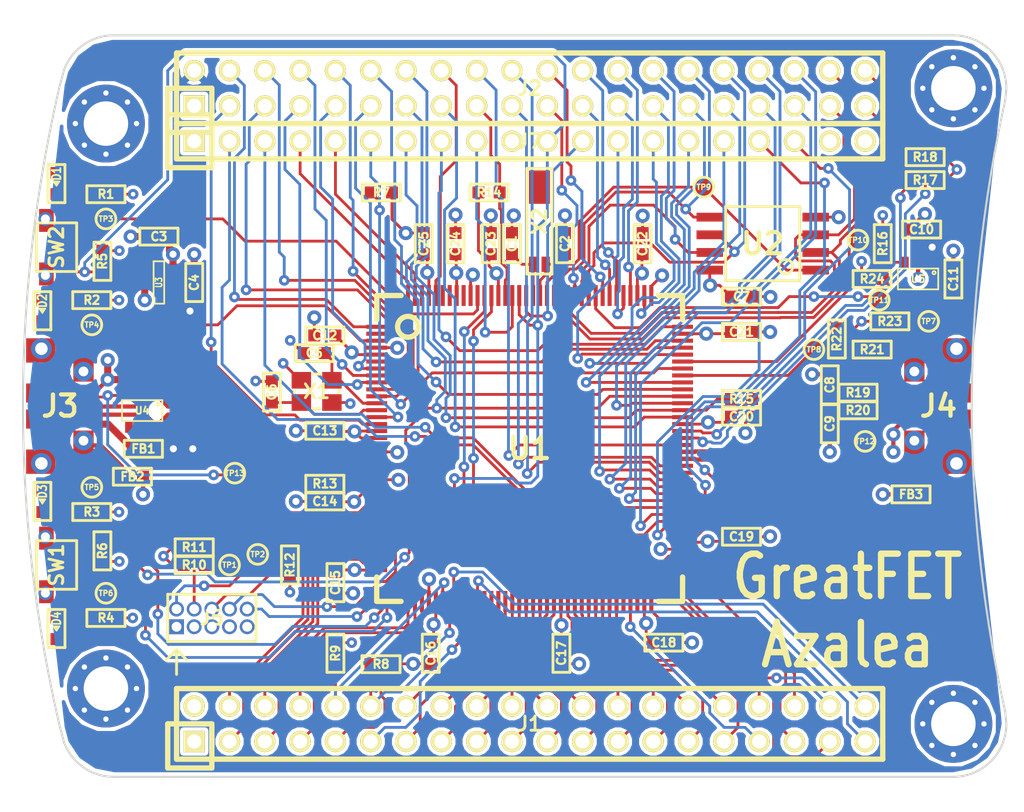
<source format=kicad_pcb>
(kicad_pcb (version 4) (host pcbnew "(2015-08-18 BZR 6102)-product")
  (layers (0 F.Cu signal) (1 In1.Cu signal hide) (2 In2.Cu signal hide) (31 B.Cu signal) (35 F.Paste user) (37 F.SilkS user) (39 F.Mask user) (44 Edge.Cuts user))
  (net 0 "")
  (net 1 GND)
  (net 2 /RTCX1)
  (net 3 /RTCX2)
  (net 4 VCC)
  (net 5 /VBUS)
  (net 6 "Net-(C5-Pad1)")
  (net 7 "Net-(C6-Pad1)")
  (net 8 /USB1_VBUS)
  (net 9 "Net-(D1-Pad2)")
  (net 10 /LED1)
  (net 11 "Net-(D2-Pad2)")
  (net 12 /LED2)
  (net 13 "Net-(D3-Pad2)")
  (net 14 /LED3)
  (net 15 "Net-(D4-Pad2)")
  (net 16 /LED4)
  (net 17 "Net-(FB1-Pad1)")
  (net 18 "Net-(FB2-Pad2)")
  (net 19 "Net-(FB3-Pad1)")
  (net 20 /P4_9)
  (net 21 /P0_0)
  (net 22 /P4_10)
  (net 23 /P0_1)
  (net 24 /P1_0)
  (net 25 /P5_0)
  (net 26 /P1_1)
  (net 27 /P5_1)
  (net 28 /CLK0)
  (net 29 /P1_2)
  (net 30 /P1_5)
  (net 31 /P5_2)
  (net 32 /P1_7)
  (net 33 /P1_6)
  (net 34 /P1_9)
  (net 35 /P1_8)
  (net 36 /P5_3)
  (net 37 /P1_10)
  (net 38 /P1_12)
  (net 39 /P1_11)
  (net 40 /P5_5)
  (net 41 /P5_4)
  (net 42 /P1_14)
  (net 43 /P1_13)
  (net 44 /P5_6)
  (net 45 /P1_15)
  (net 46 /P5_7)
  (net 47 /P1_16)
  (net 48 /P1_18)
  (net 49 /P1_17)
  (net 50 /P9_5)
  (net 51 /P9_6)
  (net 52 /P2_0)
  (net 53 /P6_0)
  (net 54 /P1_19)
  (net 55 /P1_20)
  (net 56 /P1_3)
  (net 57 /P1_4)
  (net 58 /P4_8)
  (net 59 /P4_7)
  (net 60 /P4_6)
  (net 61 /P4_5)
  (net 62 /P4_4)
  (net 63 /P4_2)
  (net 64 /P4_3)
  (net 65 /ADC0_0)
  (net 66 /P4_0)
  (net 67 /P7_7)
  (net 68 /WAKEUP0)
  (net 69 /P3_7)
  (net 70 /P3_6)
  (net 71 /P3_5)
  (net 72 /P3_4)
  (net 73 /P3_3)
  (net 74 /PF_4)
  (net 75 /P3_2)
  (net 76 /P7_2)
  (net 77 /P3_1)
  (net 78 /P7_1)
  (net 79 /P3_0)
  (net 80 /P7_0)
  (net 81 /CLK2)
  (net 82 /P2_8)
  (net 83 /P2_7)
  (net 84 /P2_6)
  (net 85 /P2_5)
  (net 86 /P2_4)
  (net 87 /P2_3)
  (net 88 /P6_8)
  (net 89 /P6_7)
  (net 90 /P2_2)
  (net 91 /P6_6)
  (net 92 /P2_1)
  (net 93 /P6_3)
  (net 94 /I2C0_SDA)
  (net 95 /I2C0_SCL)
  (net 96 /USB0_ID)
  (net 97 /USB1_ID)
  (net 98 "Net-(J4-Pad3)")
  (net 99 "Net-(J4-Pad2)")
  (net 100 /TMS)
  (net 101 /TCK)
  (net 102 /TDO)
  (net 103 "Net-(J5-Pad7)")
  (net 104 /TDI)
  (net 105 /RESET)
  (net 106 /VBAT)
  (net 107 /RTC_ALARM)
  (net 108 /ADC0_5)
  (net 109 /ADC0_2)
  (net 110 /P2_13)
  (net 111 /P2_12)
  (net 112 /P2_11)
  (net 113 /P2_10)
  (net 114 /P2_9)
  (net 115 /P6_10)
  (net 116 /P6_9)
  (net 117 /P6_5)
  (net 118 /P6_4)
  (net 119 /P6_2)
  (net 120 /P6_1)
  (net 121 "Net-(R13-Pad1)")
  (net 122 /USB1_EN)
  (net 123 /USB1_SENSE)
  (net 124 "Net-(R23-Pad2)")
  (net 125 /USB1_FAULT)
  (net 126 /SPIFI_CS)
  (net 127 /DBGEN)
  (net 128 /TRST)
  (net 129 "Net-(U1-Pad2)")
  (net 130 "Net-(U1-Pad136)")
  (net 131 "Net-(U1-Pad138)")
  (net 132 "Net-(U1-Pad139)")
  (net 133 "Net-(U1-Pad142)")
  (net 134 /USB1_D-)
  (net 135 /USB1_D+)
  (net 136 /USB0_D+)
  (net 137 /USB0_D-)
  (net 138 "Net-(U4-Pad4)")
  (module gsg-modules:SOT457 (layer F.Cu) (at 114.366 98.114 180)
    (fp_text reference U4 (at 0 0 180) (layer F.SilkS) (effects (font (size 0.508 0.508) (thickness 0.127))))
    (fp_text value IP4220CZ6 hide)
    (pad 1 smd rect (at -0.95 1.2 180) (size 0.55 0.8) (layers F.Cu F.Paste F.Mask) (net 136 /USB0_D+))
    (pad 2 smd rect (at 0 1.2 180) (size 0.55 0.8) (layers F.Cu F.Paste F.Mask) (net 1 GND))
    (pad 3 smd rect (at 0.95 1.2 180) (size 0.55 0.8) (layers F.Cu F.Paste F.Mask) (net 96 /USB0_ID))
    (pad 4 smd rect (at 0.95 -1.2 180) (size 0.55 0.8) (layers F.Cu F.Paste F.Mask) (net 138 "Net-(U4-Pad4)"))
    (pad 5 smd rect (at 0 -1.2 180) (size 0.55 0.8) (layers F.Cu F.Paste F.Mask) (net 17 "Net-(FB1-Pad1)"))
    (pad 6 smd rect (at -0.95 -1.2 180) (size 0.55 0.8) (layers F.Cu F.Paste F.Mask) (net 137 /USB0_D-))
  )
  (module gsg-modules:50MIL-HEADER-2x5-TH (layer F.Cu) (at 119.38 113.03)
    (fp_text reference J5 (at 0 0) (layer F.SilkS) (effects (font (size 1.00076 1.00076) (thickness 0.2032))))
    (fp_text value JTAG hide)
    (pad 1 thru_hole rect (at -2.54 0.635) (size 1.0668 1.0668) (drill 0.7112) (layers *.Cu *.Mask) (net 4 VCC))
    (pad 2 thru_hole circle (at -2.54 -0.635) (size 1.0668 1.0668) (drill 0.7112) (layers *.Cu *.Mask) (net 100 /TMS))
    (pad 3 thru_hole circle (at -1.27 0.635) (size 1.0668 1.0668) (drill 0.7112) (layers *.Cu *.Mask) (net 1 GND))
    (pad 4 thru_hole circle (at -1.27 -0.635) (size 1.0668 1.0668) (drill 0.7112) (layers *.Cu *.Mask) (net 101 /TCK))
    (pad 5 thru_hole circle (at 0 0.635) (size 1.0668 1.0668) (drill 0.7112) (layers *.Cu *.Mask) (net 1 GND))
    (pad 6 thru_hole circle (at 0 -0.635) (size 1.0668 1.0668) (drill 0.7112) (layers *.Cu *.Mask) (net 102 /TDO))
    (pad 7 thru_hole circle (at 1.27 0.635) (size 1.0668 1.0668) (drill 0.7112) (layers *.Cu *.Mask) (net 103 "Net-(J5-Pad7)"))
    (pad 8 thru_hole circle (at 1.27 -0.635) (size 1.0668 1.0668) (drill 0.7112) (layers *.Cu *.Mask) (net 104 /TDI))
    (pad 9 thru_hole circle (at 2.54 0.635) (size 1.0668 1.0668) (drill 0.7112) (layers *.Cu *.Mask) (net 1 GND))
    (pad 10 thru_hole circle (at 2.54 -0.635) (size 1.0668 1.0668) (drill 0.7112) (layers *.Cu *.Mask) (net 105 /RESET))
  )
  (module gsg-modules:LQFP144 (layer F.Cu) (at 142.24 100.838)
    (fp_text reference U1 (at 0 0) (layer F.SilkS) (effects (font (thickness 0.3048))))
    (fp_text value LPC4330FBD144 hide)
    (pad 1 smd rect (at -11.00074 -8.7503) (size 1.50114 0.29464) (layers F.Cu F.Paste F.Mask) (net 66 /P4_0))
    (pad 2 smd rect (at -11.00074 -8.24992) (size 1.50114 0.29464) (layers F.Cu F.Paste F.Mask) (net 129 "Net-(U1-Pad2)"))
    (pad 3 smd rect (at -11.00074 -7.74954) (size 1.50114 0.29464) (layers F.Cu F.Paste F.Mask) (net 12 /LED2))
    (pad 4 smd rect (at -11.00074 -7.24916) (size 1.50114 0.29464) (layers F.Cu F.Paste F.Mask) (net 1 GND))
    (pad 5 smd rect (at -11.00074 -6.74878) (size 1.50114 0.29464) (layers F.Cu F.Paste F.Mask) (net 4 VCC))
    (pad 6 smd rect (at -11.00074 -6.25094) (size 1.50114 0.29464) (layers F.Cu F.Paste F.Mask) (net 65 /ADC0_0))
    (pad 7 smd rect (at -11.00074 -5.75056) (size 1.50114 0.29464) (layers F.Cu F.Paste F.Mask) (net 64 /P4_3))
    (pad 8 smd rect (at -11.00074 -5.25018) (size 1.50114 0.29464) (layers F.Cu F.Paste F.Mask) (net 63 /P4_2))
    (pad 9 smd rect (at -11.00074 -4.7498) (size 1.50114 0.29464) (layers F.Cu F.Paste F.Mask) (net 62 /P4_4))
    (pad 10 smd rect (at -11.00074 -4.24942) (size 1.50114 0.29464) (layers F.Cu F.Paste F.Mask) (net 61 /P4_5))
    (pad 11 smd rect (at -11.00074 -3.74904) (size 1.50114 0.29464) (layers F.Cu F.Paste F.Mask) (net 60 /P4_6))
    (pad 12 smd rect (at -11.00074 -3.2512) (size 1.50114 0.29464) (layers F.Cu F.Paste F.Mask) (net 6 "Net-(C5-Pad1)"))
    (pad 13 smd rect (at -11.00074 -2.75082) (size 1.50114 0.29464) (layers F.Cu F.Paste F.Mask) (net 7 "Net-(C6-Pad1)"))
    (pad 14 smd rect (at -11.00074 -2.25044) (size 1.50114 0.29464) (layers F.Cu F.Paste F.Mask) (net 59 /P4_7))
    (pad 15 smd rect (at -11.00074 -1.75006) (size 1.50114 0.29464) (layers F.Cu F.Paste F.Mask) (net 58 /P4_8))
    (pad 16 smd rect (at -11.00074 -1.24968) (size 1.50114 0.29464) (layers F.Cu F.Paste F.Mask) (net 4 VCC))
    (pad 17 smd rect (at -11.00074 -0.7493) (size 1.50114 0.29464) (layers F.Cu F.Paste F.Mask) (net 4 VCC))
    (pad 18 smd rect (at -11.00074 -0.24892) (size 1.50114 0.29464) (layers F.Cu F.Paste F.Mask) (net 136 /USB0_D+))
    (pad 19 smd rect (at -11.00074 0.24892) (size 1.50114 0.29464) (layers F.Cu F.Paste F.Mask) (net 1 GND))
    (pad 20 smd rect (at -11.00074 0.7493) (size 1.50114 0.29464) (layers F.Cu F.Paste F.Mask) (net 137 /USB0_D-))
    (pad 21 smd rect (at -11.00074 1.24968) (size 1.50114 0.29464) (layers F.Cu F.Paste F.Mask) (net 5 /VBUS))
    (pad 22 smd rect (at -11.00074 1.75006) (size 1.50114 0.29464) (layers F.Cu F.Paste F.Mask) (net 96 /USB0_ID))
    (pad 23 smd rect (at -11.00074 2.25044) (size 1.50114 0.29464) (layers F.Cu F.Paste F.Mask) (net 1 GND))
    (pad 24 smd rect (at -11.00074 2.75082) (size 1.50114 0.29464) (layers F.Cu F.Paste F.Mask) (net 121 "Net-(R13-Pad1)"))
    (pad 25 smd rect (at -11.00074 3.2512) (size 1.50114 0.29464) (layers F.Cu F.Paste F.Mask) (net 4 VCC))
    (pad 26 smd rect (at -11.00074 3.74904) (size 1.50114 0.29464) (layers F.Cu F.Paste F.Mask) (net 104 /TDI))
    (pad 27 smd rect (at -11.00074 4.24942) (size 1.50114 0.29464) (layers F.Cu F.Paste F.Mask) (net 101 /TCK))
    (pad 28 smd rect (at -11.00074 4.7498) (size 1.50114 0.29464) (layers F.Cu F.Paste F.Mask) (net 127 /DBGEN))
    (pad 29 smd rect (at -11.00074 5.25018) (size 1.50114 0.29464) (layers F.Cu F.Paste F.Mask) (net 128 /TRST))
    (pad 30 smd rect (at -11.00074 5.75056) (size 1.50114 0.29464) (layers F.Cu F.Paste F.Mask) (net 100 /TMS))
    (pad 31 smd rect (at -11.00074 6.25094) (size 1.50114 0.29464) (layers F.Cu F.Paste F.Mask) (net 102 /TDO))
    (pad 32 smd rect (at -11.00074 6.74878) (size 1.50114 0.29464) (layers F.Cu F.Paste F.Mask) (net 21 /P0_0))
    (pad 33 smd rect (at -11.00074 7.24916) (size 1.50114 0.29464) (layers F.Cu F.Paste F.Mask) (net 20 /P4_9))
    (pad 34 smd rect (at -11.00074 7.74954) (size 1.50114 0.29464) (layers F.Cu F.Paste F.Mask) (net 23 /P0_1))
    (pad 35 smd rect (at -11.00074 8.24992) (size 1.50114 0.29464) (layers F.Cu F.Paste F.Mask) (net 22 /P4_10))
    (pad 36 smd rect (at -11.00074 8.7503) (size 1.50114 0.29464) (layers F.Cu F.Paste F.Mask) (net 4 VCC))
    (pad 37 smd rect (at -8.7503 11.00074 90) (size 1.50114 0.29464) (layers F.Cu F.Paste F.Mask) (net 25 /P5_0))
    (pad 38 smd rect (at -8.24992 11.00074 90) (size 1.50114 0.29464) (layers F.Cu F.Paste F.Mask) (net 24 /P1_0))
    (pad 39 smd rect (at -7.74954 11.00074 90) (size 1.50114 0.29464) (layers F.Cu F.Paste F.Mask) (net 27 /P5_1))
    (pad 40 smd rect (at -7.24916 11.00074 90) (size 1.50114 0.29464) (layers F.Cu F.Paste F.Mask) (net 1 GND))
    (pad 41 smd rect (at -6.74878 11.00074 90) (size 1.50114 0.29464) (layers F.Cu F.Paste F.Mask) (net 4 VCC))
    (pad 42 smd rect (at -6.25094 11.00074 90) (size 1.50114 0.29464) (layers F.Cu F.Paste F.Mask) (net 26 /P1_1))
    (pad 43 smd rect (at -5.75056 11.00074 90) (size 1.50114 0.29464) (layers F.Cu F.Paste F.Mask) (net 29 /P1_2))
    (pad 44 smd rect (at -5.25018 11.00074 90) (size 1.50114 0.29464) (layers F.Cu F.Paste F.Mask) (net 56 /P1_3))
    (pad 45 smd rect (at -4.7498 11.00074 90) (size 1.50114 0.29464) (layers F.Cu F.Paste F.Mask) (net 28 /CLK0))
    (pad 46 smd rect (at -4.24942 11.00074 90) (size 1.50114 0.29464) (layers F.Cu F.Paste F.Mask) (net 31 /P5_2))
    (pad 47 smd rect (at -3.74904 11.00074 90) (size 1.50114 0.29464) (layers F.Cu F.Paste F.Mask) (net 57 /P1_4))
    (pad 48 smd rect (at -3.2512 11.00074 90) (size 1.50114 0.29464) (layers F.Cu F.Paste F.Mask) (net 30 /P1_5))
    (pad 49 smd rect (at -2.75082 11.00074 90) (size 1.50114 0.29464) (layers F.Cu F.Paste F.Mask) (net 33 /P1_6))
    (pad 50 smd rect (at -2.25044 11.00074 90) (size 1.50114 0.29464) (layers F.Cu F.Paste F.Mask) (net 32 /P1_7))
    (pad 51 smd rect (at -1.75006 11.00074 90) (size 1.50114 0.29464) (layers F.Cu F.Paste F.Mask) (net 35 /P1_8))
    (pad 52 smd rect (at -1.24968 11.00074 90) (size 1.50114 0.29464) (layers F.Cu F.Paste F.Mask) (net 34 /P1_9))
    (pad 53 smd rect (at -0.7493 11.00074 90) (size 1.50114 0.29464) (layers F.Cu F.Paste F.Mask) (net 37 /P1_10))
    (pad 54 smd rect (at -0.24892 11.00074 90) (size 1.50114 0.29464) (layers F.Cu F.Paste F.Mask) (net 36 /P5_3))
    (pad 55 smd rect (at 0.24892 11.00074 90) (size 1.50114 0.29464) (layers F.Cu F.Paste F.Mask) (net 39 /P1_11))
    (pad 56 smd rect (at 0.7493 11.00074 90) (size 1.50114 0.29464) (layers F.Cu F.Paste F.Mask) (net 38 /P1_12))
    (pad 57 smd rect (at 1.24968 11.00074 90) (size 1.50114 0.29464) (layers F.Cu F.Paste F.Mask) (net 41 /P5_4))
    (pad 58 smd rect (at 1.75006 11.00074 90) (size 1.50114 0.29464) (layers F.Cu F.Paste F.Mask) (net 40 /P5_5))
    (pad 59 smd rect (at 2.25044 11.00074 90) (size 1.50114 0.29464) (layers F.Cu F.Paste F.Mask) (net 4 VCC))
    (pad 60 smd rect (at 2.75082 11.00074 90) (size 1.50114 0.29464) (layers F.Cu F.Paste F.Mask) (net 43 /P1_13))
    (pad 61 smd rect (at 3.2512 11.00074 90) (size 1.50114 0.29464) (layers F.Cu F.Paste F.Mask) (net 42 /P1_14))
    (pad 62 smd rect (at 3.74904 11.00074 90) (size 1.50114 0.29464) (layers F.Cu F.Paste F.Mask) (net 45 /P1_15))
    (pad 63 smd rect (at 4.24942 11.00074 90) (size 1.50114 0.29464) (layers F.Cu F.Paste F.Mask) (net 44 /P5_6))
    (pad 64 smd rect (at 4.7498 11.00074 90) (size 1.50114 0.29464) (layers F.Cu F.Paste F.Mask) (net 47 /P1_16))
    (pad 65 smd rect (at 5.25018 11.00074 90) (size 1.50114 0.29464) (layers F.Cu F.Paste F.Mask) (net 46 /P5_7))
    (pad 66 smd rect (at 5.75056 11.00074 90) (size 1.50114 0.29464) (layers F.Cu F.Paste F.Mask) (net 49 /P1_17))
    (pad 67 smd rect (at 6.25094 11.00074 90) (size 1.50114 0.29464) (layers F.Cu F.Paste F.Mask) (net 48 /P1_18))
    (pad 68 smd rect (at 6.74878 11.00074 90) (size 1.50114 0.29464) (layers F.Cu F.Paste F.Mask) (net 54 /P1_19))
    (pad 69 smd rect (at 7.24916 11.00074 90) (size 1.50114 0.29464) (layers F.Cu F.Paste F.Mask) (net 50 /P9_5))
    (pad 70 smd rect (at 7.74954 11.00074 90) (size 1.50114 0.29464) (layers F.Cu F.Paste F.Mask) (net 55 /P1_20))
    (pad 71 smd rect (at 8.24992 11.00074 90) (size 1.50114 0.29464) (layers F.Cu F.Paste F.Mask) (net 4 VCC))
    (pad 72 smd rect (at 8.7503 11.00074 90) (size 1.50114 0.29464) (layers F.Cu F.Paste F.Mask) (net 51 /P9_6))
    (pad 73 smd rect (at 11.00074 8.7503) (size 1.50114 0.29464) (layers F.Cu F.Paste F.Mask) (net 53 /P6_0))
    (pad 74 smd rect (at 11.00074 8.24992) (size 1.50114 0.29464) (layers F.Cu F.Paste F.Mask) (net 120 /P6_1))
    (pad 75 smd rect (at 11.00074 7.74954) (size 1.50114 0.29464) (layers F.Cu F.Paste F.Mask) (net 52 /P2_0))
    (pad 76 smd rect (at 11.00074 7.24916) (size 1.50114 0.29464) (layers F.Cu F.Paste F.Mask) (net 1 GND))
    (pad 77 smd rect (at 11.00074 6.74878) (size 1.50114 0.29464) (layers F.Cu F.Paste F.Mask) (net 4 VCC))
    (pad 78 smd rect (at 11.00074 6.25094) (size 1.50114 0.29464) (layers F.Cu F.Paste F.Mask) (net 119 /P6_2))
    (pad 79 smd rect (at 11.00074 5.75056) (size 1.50114 0.29464) (layers F.Cu F.Paste F.Mask) (net 93 /P6_3))
    (pad 80 smd rect (at 11.00074 5.25018) (size 1.50114 0.29464) (layers F.Cu F.Paste F.Mask) (net 118 /P6_4))
    (pad 81 smd rect (at 11.00074 4.7498) (size 1.50114 0.29464) (layers F.Cu F.Paste F.Mask) (net 92 /P2_1))
    (pad 82 smd rect (at 11.00074 4.24942) (size 1.50114 0.29464) (layers F.Cu F.Paste F.Mask) (net 117 /P6_5))
    (pad 83 smd rect (at 11.00074 3.74904) (size 1.50114 0.29464) (layers F.Cu F.Paste F.Mask) (net 91 /P6_6))
    (pad 84 smd rect (at 11.00074 3.2512) (size 1.50114 0.29464) (layers F.Cu F.Paste F.Mask) (net 90 /P2_2))
    (pad 85 smd rect (at 11.00074 2.75082) (size 1.50114 0.29464) (layers F.Cu F.Paste F.Mask) (net 89 /P6_7))
    (pad 86 smd rect (at 11.00074 2.25044) (size 1.50114 0.29464) (layers F.Cu F.Paste F.Mask) (net 88 /P6_8))
    (pad 87 smd rect (at 11.00074 1.75006) (size 1.50114 0.29464) (layers F.Cu F.Paste F.Mask) (net 87 /P2_3))
    (pad 88 smd rect (at 11.00074 1.24968) (size 1.50114 0.29464) (layers F.Cu F.Paste F.Mask) (net 86 /P2_4))
    (pad 89 smd rect (at 11.00074 0.7493) (size 1.50114 0.29464) (layers F.Cu F.Paste F.Mask) (net 135 /USB1_D+))
    (pad 90 smd rect (at 11.00074 0.24892) (size 1.50114 0.29464) (layers F.Cu F.Paste F.Mask) (net 134 /USB1_D-))
    (pad 91 smd rect (at 11.00074 -0.24892) (size 1.50114 0.29464) (layers F.Cu F.Paste F.Mask) (net 85 /P2_5))
    (pad 92 smd rect (at 11.00074 -0.7493) (size 1.50114 0.29464) (layers F.Cu F.Paste F.Mask) (net 95 /I2C0_SCL))
    (pad 93 smd rect (at 11.00074 -1.24968) (size 1.50114 0.29464) (layers F.Cu F.Paste F.Mask) (net 94 /I2C0_SDA))
    (pad 94 smd rect (at 11.00074 -1.75006) (size 1.50114 0.29464) (layers F.Cu F.Paste F.Mask) (net 4 VCC))
    (pad 95 smd rect (at 11.00074 -2.25044) (size 1.50114 0.29464) (layers F.Cu F.Paste F.Mask) (net 84 /P2_6))
    (pad 96 smd rect (at 11.00074 -2.75082) (size 1.50114 0.29464) (layers F.Cu F.Paste F.Mask) (net 83 /P2_7))
    (pad 97 smd rect (at 11.00074 -3.2512) (size 1.50114 0.29464) (layers F.Cu F.Paste F.Mask) (net 116 /P6_9))
    (pad 98 smd rect (at 11.00074 -3.74904) (size 1.50114 0.29464) (layers F.Cu F.Paste F.Mask) (net 82 /P2_8))
    (pad 99 smd rect (at 11.00074 -4.24942) (size 1.50114 0.29464) (layers F.Cu F.Paste F.Mask) (net 81 /CLK2))
    (pad 100 smd rect (at 11.00074 -4.7498) (size 1.50114 0.29464) (layers F.Cu F.Paste F.Mask) (net 115 /P6_10))
    (pad 101 smd rect (at 11.00074 -5.25018) (size 1.50114 0.29464) (layers F.Cu F.Paste F.Mask) (net 123 /USB1_SENSE))
    (pad 102 smd rect (at 11.00074 -5.75056) (size 1.50114 0.29464) (layers F.Cu F.Paste F.Mask) (net 114 /P2_9))
    (pad 103 smd rect (at 11.00074 -6.25094) (size 1.50114 0.29464) (layers F.Cu F.Paste F.Mask) (net 122 /USB1_EN))
    (pad 104 smd rect (at 11.00074 -6.74878) (size 1.50114 0.29464) (layers F.Cu F.Paste F.Mask) (net 113 /P2_10))
    (pad 105 smd rect (at 11.00074 -7.24916) (size 1.50114 0.29464) (layers F.Cu F.Paste F.Mask) (net 112 /P2_11))
    (pad 106 smd rect (at 11.00074 -7.74954) (size 1.50114 0.29464) (layers F.Cu F.Paste F.Mask) (net 111 /P2_12))
    (pad 107 smd rect (at 11.00074 -8.24992) (size 1.50114 0.29464) (layers F.Cu F.Paste F.Mask) (net 4 VCC))
    (pad 108 smd rect (at 11.00074 -8.7503) (size 1.50114 0.29464) (layers F.Cu F.Paste F.Mask) (net 110 /P2_13))
    (pad 109 smd rect (at 8.7503 -11.00074 90) (size 1.50114 0.29464) (layers F.Cu F.Paste F.Mask) (net 1 GND))
    (pad 110 smd rect (at 8.24992 -11.00074 90) (size 1.50114 0.29464) (layers F.Cu F.Paste F.Mask) (net 80 /P7_0))
    (pad 111 smd rect (at 7.74954 -11.00074 90) (size 1.50114 0.29464) (layers F.Cu F.Paste F.Mask) (net 4 VCC))
    (pad 112 smd rect (at 7.24916 -11.00074 90) (size 1.50114 0.29464) (layers F.Cu F.Paste F.Mask) (net 79 /P3_0))
    (pad 113 smd rect (at 6.74878 -11.00074 90) (size 1.50114 0.29464) (layers F.Cu F.Paste F.Mask) (net 78 /P7_1))
    (pad 114 smd rect (at 6.25094 -11.00074 90) (size 1.50114 0.29464) (layers F.Cu F.Paste F.Mask) (net 77 /P3_1))
    (pad 115 smd rect (at 5.75056 -11.00074 90) (size 1.50114 0.29464) (layers F.Cu F.Paste F.Mask) (net 76 /P7_2))
    (pad 116 smd rect (at 5.25018 -11.00074 90) (size 1.50114 0.29464) (layers F.Cu F.Paste F.Mask) (net 75 /P3_2))
    (pad 117 smd rect (at 4.7498 -11.00074 90) (size 1.50114 0.29464) (layers F.Cu F.Paste F.Mask) (net 125 /USB1_FAULT))
    (pad 118 smd rect (at 4.24942 -11.00074 90) (size 1.50114 0.29464) (layers F.Cu F.Paste F.Mask) (net 73 /P3_3))
    (pad 119 smd rect (at 3.74904 -11.00074 90) (size 1.50114 0.29464) (layers F.Cu F.Paste F.Mask) (net 72 /P3_4))
    (pad 120 smd rect (at 3.2512 -11.00074 90) (size 1.50114 0.29464) (layers F.Cu F.Paste F.Mask) (net 74 /PF_4))
    (pad 121 smd rect (at 2.75082 -11.00074 90) (size 1.50114 0.29464) (layers F.Cu F.Paste F.Mask) (net 71 /P3_5))
    (pad 122 smd rect (at 2.25044 -11.00074 90) (size 1.50114 0.29464) (layers F.Cu F.Paste F.Mask) (net 70 /P3_6))
    (pad 123 smd rect (at 1.75006 -11.00074 90) (size 1.50114 0.29464) (layers F.Cu F.Paste F.Mask) (net 69 /P3_7))
    (pad 124 smd rect (at 1.24968 -11.00074 90) (size 1.50114 0.29464) (layers F.Cu F.Paste F.Mask) (net 126 /SPIFI_CS))
    (pad 125 smd rect (at 0.7493 -11.00074 90) (size 1.50114 0.29464) (layers F.Cu F.Paste F.Mask) (net 2 /RTCX1))
    (pad 126 smd rect (at 0.24892 -11.00074 90) (size 1.50114 0.29464) (layers F.Cu F.Paste F.Mask) (net 3 /RTCX2))
    (pad 127 smd rect (at -0.24892 -11.00074 90) (size 1.50114 0.29464) (layers F.Cu F.Paste F.Mask) (net 106 /VBAT))
    (pad 128 smd rect (at -0.7493 -11.00074 90) (size 1.50114 0.29464) (layers F.Cu F.Paste F.Mask) (net 105 /RESET))
    (pad 129 smd rect (at -1.24968 -11.00074 90) (size 1.50114 0.29464) (layers F.Cu F.Paste F.Mask) (net 107 /RTC_ALARM))
    (pad 130 smd rect (at -1.75006 -11.00074 90) (size 1.50114 0.29464) (layers F.Cu F.Paste F.Mask) (net 68 /WAKEUP0))
    (pad 131 smd rect (at -2.25044 -11.00074 90) (size 1.50114 0.29464) (layers F.Cu F.Paste F.Mask) (net 4 VCC))
    (pad 132 smd rect (at -2.75082 -11.00074 90) (size 1.50114 0.29464) (layers F.Cu F.Paste F.Mask) (net 16 /LED4))
    (pad 133 smd rect (at -3.2512 -11.00074 90) (size 1.50114 0.29464) (layers F.Cu F.Paste F.Mask) (net 14 /LED3))
    (pad 134 smd rect (at -3.74904 -11.00074 90) (size 1.50114 0.29464) (layers F.Cu F.Paste F.Mask) (net 10 /LED1))
    (pad 135 smd rect (at -4.24942 -11.00074 90) (size 1.50114 0.29464) (layers F.Cu F.Paste F.Mask) (net 1 GND))
    (pad 136 smd rect (at -4.7498 -11.00074 90) (size 1.50114 0.29464) (layers F.Cu F.Paste F.Mask) (net 130 "Net-(U1-Pad136)"))
    (pad 137 smd rect (at -5.25018 -11.00074 90) (size 1.50114 0.29464) (layers F.Cu F.Paste F.Mask) (net 4 VCC))
    (pad 138 smd rect (at -5.75056 -11.00074 90) (size 1.50114 0.29464) (layers F.Cu F.Paste F.Mask) (net 131 "Net-(U1-Pad138)"))
    (pad 139 smd rect (at -6.25094 -11.00074 90) (size 1.50114 0.29464) (layers F.Cu F.Paste F.Mask) (net 132 "Net-(U1-Pad139)"))
    (pad 140 smd rect (at -6.74878 -11.00074 90) (size 1.50114 0.29464) (layers F.Cu F.Paste F.Mask) (net 67 /P7_7))
    (pad 141 smd rect (at -7.24916 -11.00074 90) (size 1.50114 0.29464) (layers F.Cu F.Paste F.Mask) (net 4 VCC))
    (pad 142 smd rect (at -7.74954 -11.00074 90) (size 1.50114 0.29464) (layers F.Cu F.Paste F.Mask) (net 133 "Net-(U1-Pad142)"))
    (pad 143 smd rect (at -8.24992 -11.00074 90) (size 1.50114 0.29464) (layers F.Cu F.Paste F.Mask) (net 109 /ADC0_2))
    (pad 144 smd rect (at -8.7503 -11.00074 90) (size 1.50114 0.29464) (layers F.Cu F.Paste F.Mask) (net 108 /ADC0_5))
  )
  (module gsg-modules:HEADER-1x20 (layer F.Cu) (at 142.24 78.74)
    (fp_text reference J7 (at 0 0) (layer F.SilkS) (effects (font (size 1.016 1.016) (thickness 0.2032))))
    (fp_text value BONUS_ROW hide)
    (pad 1 thru_hole rect (at -24.13 0) (size 1.524 1.524) (drill 1.016) (layers *.Cu *.Mask F.SilkS) (net 1 GND))
    (pad 2 thru_hole circle (at -21.59 0) (size 1.524 1.524) (drill 1.016) (layers *.Cu *.Mask F.SilkS) (net 118 /P6_4))
    (pad 3 thru_hole circle (at -19.05 0) (size 1.524 1.524) (drill 1.016) (layers *.Cu *.Mask F.SilkS) (net 117 /P6_5))
    (pad 4 thru_hole circle (at -16.51 0) (size 1.524 1.524) (drill 1.016) (layers *.Cu *.Mask F.SilkS) (net 108 /ADC0_5))
    (pad 5 thru_hole circle (at -13.97 0) (size 1.524 1.524) (drill 1.016) (layers *.Cu *.Mask F.SilkS) (net 109 /ADC0_2))
    (pad 6 thru_hole circle (at -11.43 0) (size 1.524 1.524) (drill 1.016) (layers *.Cu *.Mask F.SilkS) (net 114 /P2_9))
    (pad 7 thru_hole circle (at -8.89 0) (size 1.524 1.524) (drill 1.016) (layers *.Cu *.Mask F.SilkS) (net 111 /P2_12))
    (pad 8 thru_hole circle (at -6.35 0) (size 1.524 1.524) (drill 1.016) (layers *.Cu *.Mask F.SilkS) (net 110 /P2_13))
    (pad 9 thru_hole circle (at -3.81 0) (size 1.524 1.524) (drill 1.016) (layers *.Cu *.Mask F.SilkS) (net 107 /RTC_ALARM))
    (pad 10 thru_hole circle (at -1.27 0) (size 1.524 1.524) (drill 1.016) (layers *.Cu *.Mask F.SilkS) (net 1 GND))
    (pad 11 thru_hole circle (at 1.27 0) (size 1.524 1.524) (drill 1.016) (layers *.Cu *.Mask F.SilkS) (net 105 /RESET))
    (pad 12 thru_hole circle (at 3.81 0) (size 1.524 1.524) (drill 1.016) (layers *.Cu *.Mask F.SilkS) (net 106 /VBAT))
    (pad 13 thru_hole circle (at 6.35 0) (size 1.524 1.524) (drill 1.016) (layers *.Cu *.Mask F.SilkS) (net 112 /P2_11))
    (pad 14 thru_hole circle (at 8.89 0) (size 1.524 1.524) (drill 1.016) (layers *.Cu *.Mask F.SilkS) (net 113 /P2_10))
    (pad 15 thru_hole circle (at 11.43 0) (size 1.524 1.524) (drill 1.016) (layers *.Cu *.Mask F.SilkS) (net 115 /P6_10))
    (pad 16 thru_hole circle (at 13.97 0) (size 1.524 1.524) (drill 1.016) (layers *.Cu *.Mask F.SilkS) (net 116 /P6_9))
    (pad 17 thru_hole circle (at 16.51 0) (size 1.524 1.524) (drill 1.016) (layers *.Cu *.Mask F.SilkS) (net 119 /P6_2))
    (pad 18 thru_hole circle (at 19.05 0) (size 1.524 1.524) (drill 1.016) (layers *.Cu *.Mask F.SilkS) (net 120 /P6_1))
    (pad 19 thru_hole circle (at 21.59 0) (size 1.524 1.524) (drill 1.016) (layers *.Cu *.Mask F.SilkS) (net 1 GND))
    (pad 20 thru_hole circle (at 24.13 0) (size 1.524 1.524) (drill 1.016) (layers *.Cu *.Mask F.SilkS) (net 4 VCC))
  )
  (module gsg-modules:SOT457 (layer F.Cu) (at 170.18 88.646 180)
    (fp_text reference U5 (at 0 0 180) (layer F.SilkS) (effects (font (size 0.508 0.508) (thickness 0.127))))
    (fp_text value NX5P2553GV hide)
    (pad 1 smd rect (at -0.95 1.2 180) (size 0.55 0.8) (layers F.Cu F.Paste F.Mask) (net 5 /VBUS))
    (pad 2 smd rect (at 0 1.2 180) (size 0.55 0.8) (layers F.Cu F.Paste F.Mask) (net 1 GND))
    (pad 3 smd rect (at 0.95 1.2 180) (size 0.55 0.8) (layers F.Cu F.Paste F.Mask) (net 122 /USB1_EN))
    (pad 4 smd rect (at 0.95 -1.2 180) (size 0.55 0.8) (layers F.Cu F.Paste F.Mask) (net 125 /USB1_FAULT))
    (pad 5 smd rect (at 0 -1.2 180) (size 0.55 0.8) (layers F.Cu F.Paste F.Mask) (net 124 "Net-(R23-Pad2)"))
    (pad 6 smd rect (at -0.95 -1.2 180) (size 0.55 0.8) (layers F.Cu F.Paste F.Mask) (net 8 /USB1_VBUS))
  )
  (module gsg-modules:0603 (layer F.Cu) (at 140.97 86.106 90)
    (fp_text reference C1 (at 0 0 90) (layer F.SilkS) (effects (font (size 0.6096 0.6096) (thickness 0.1524))))
    (fp_text value 18pF hide)
    (pad 2 smd rect (at 0.762 0 90) (size 0.8636 0.8636) (layers F.Cu F.Paste F.Mask) (net 1 GND) (clearance 0.1778))
    (pad 1 smd rect (at -0.762 0 90) (size 0.8636 0.8636) (layers F.Cu F.Paste F.Mask) (net 3 /RTCX2) (clearance 0.1778))
  )
  (module gsg-modules:0603 (layer F.Cu) (at 144.78 86.106 90)
    (fp_text reference C2 (at 0 0 90) (layer F.SilkS) (effects (font (size 0.6096 0.6096) (thickness 0.1524))))
    (fp_text value 18pF hide)
    (pad 2 smd rect (at 0.762 0 90) (size 0.8636 0.8636) (layers F.Cu F.Paste F.Mask) (net 1 GND) (clearance 0.1778))
    (pad 1 smd rect (at -0.762 0 90) (size 0.8636 0.8636) (layers F.Cu F.Paste F.Mask) (net 2 /RTCX1) (clearance 0.1778))
  )
  (module gsg-modules:0603 (layer F.Cu) (at 115.57 85.598 180)
    (fp_text reference C3 (at 0 0 180) (layer F.SilkS) (effects (font (size 0.6096 0.6096) (thickness 0.1524))))
    (fp_text value 1uF hide)
    (pad 2 smd rect (at 0.762 0 180) (size 0.8636 0.8636) (layers F.Cu F.Paste F.Mask) (net 1 GND) (clearance 0.1778))
    (pad 1 smd rect (at -0.762 0 180) (size 0.8636 0.8636) (layers F.Cu F.Paste F.Mask) (net 4 VCC) (clearance 0.1778))
  )
  (module gsg-modules:0603 (layer F.Cu) (at 118.11 88.9 90)
    (fp_text reference C4 (at 0 0 90) (layer F.SilkS) (effects (font (size 0.6096 0.6096) (thickness 0.1524))))
    (fp_text value 10uF hide)
    (pad 2 smd rect (at 0.762 0 90) (size 0.8636 0.8636) (layers F.Cu F.Paste F.Mask) (net 1 GND) (clearance 0.1778))
    (pad 1 smd rect (at -0.762 0 90) (size 0.8636 0.8636) (layers F.Cu F.Paste F.Mask) (net 5 /VBUS) (clearance 0.1778))
  )
  (module gsg-modules:0603 (layer F.Cu) (at 126.746 93.98 180)
    (fp_text reference C5 (at 0 0 180) (layer F.SilkS) (effects (font (size 0.6096 0.6096) (thickness 0.1524))))
    (fp_text value 18pF hide)
    (pad 2 smd rect (at 0.762 0 180) (size 0.8636 0.8636) (layers F.Cu F.Paste F.Mask) (net 1 GND) (clearance 0.1778))
    (pad 1 smd rect (at -0.762 0 180) (size 0.8636 0.8636) (layers F.Cu F.Paste F.Mask) (net 6 "Net-(C5-Pad1)") (clearance 0.1778))
  )
  (module gsg-modules:0603 (layer F.Cu) (at 123.698 96.774 90)
    (fp_text reference C6 (at 0 0 90) (layer F.SilkS) (effects (font (size 0.6096 0.6096) (thickness 0.1524))))
    (fp_text value 18pF hide)
    (pad 2 smd rect (at 0.762 0 90) (size 0.8636 0.8636) (layers F.Cu F.Paste F.Mask) (net 1 GND) (clearance 0.1778))
    (pad 1 smd rect (at -0.762 0 90) (size 0.8636 0.8636) (layers F.Cu F.Paste F.Mask) (net 7 "Net-(C6-Pad1)") (clearance 0.1778))
  )
  (module gsg-modules:0603 (layer F.Cu) (at 157.48 89.916)
    (fp_text reference C7 (at 0 0) (layer F.SilkS) (effects (font (size 0.6096 0.6096) (thickness 0.1524))))
    (fp_text value 100nF hide)
    (pad 2 smd rect (at 0.762 0) (size 0.8636 0.8636) (layers F.Cu F.Paste F.Mask) (net 1 GND) (clearance 0.1778))
    (pad 1 smd rect (at -0.762 0) (size 0.8636 0.8636) (layers F.Cu F.Paste F.Mask) (net 4 VCC) (clearance 0.1778))
  )
  (module gsg-modules:0603 (layer F.Cu) (at 163.83 96.266 90)
    (fp_text reference C8 (at 0 0 90) (layer F.SilkS) (effects (font (size 0.6096 0.6096) (thickness 0.1524))))
    (fp_text value 47pF hide)
    (pad 2 smd rect (at 0.762 0 90) (size 0.8636 0.8636) (layers F.Cu F.Paste F.Mask) (net 1 GND) (clearance 0.1778))
    (pad 1 smd rect (at -0.762 0 90) (size 0.8636 0.8636) (layers F.Cu F.Paste F.Mask) (net 134 /USB1_D-) (clearance 0.1778))
  )
  (module gsg-modules:0603 (layer F.Cu) (at 163.83 99.06 270)
    (fp_text reference C9 (at 0 0 270) (layer F.SilkS) (effects (font (size 0.6096 0.6096) (thickness 0.1524))))
    (fp_text value 47pF hide)
    (pad 2 smd rect (at 0.762 0 270) (size 0.8636 0.8636) (layers F.Cu F.Paste F.Mask) (net 1 GND) (clearance 0.1778))
    (pad 1 smd rect (at -0.762 0 270) (size 0.8636 0.8636) (layers F.Cu F.Paste F.Mask) (net 135 /USB1_D+) (clearance 0.1778))
  )
  (module gsg-modules:0603 (layer F.Cu) (at 170.434 85.09 180)
    (fp_text reference C10 (at 0 0 180) (layer F.SilkS) (effects (font (size 0.6096 0.6096) (thickness 0.1524))))
    (fp_text value 1uF hide)
    (pad 2 smd rect (at 0.762 0 180) (size 0.8636 0.8636) (layers F.Cu F.Paste F.Mask) (net 1 GND) (clearance 0.1778))
    (pad 1 smd rect (at -0.762 0 180) (size 0.8636 0.8636) (layers F.Cu F.Paste F.Mask) (net 5 /VBUS) (clearance 0.1778))
  )
  (module gsg-modules:0603 (layer F.Cu) (at 172.72 88.646 90)
    (fp_text reference C11 (at 0 0 90) (layer F.SilkS) (effects (font (size 0.6096 0.6096) (thickness 0.1524))))
    (fp_text value 10uF hide)
    (pad 2 smd rect (at 0.762 0 90) (size 0.8636 0.8636) (layers F.Cu F.Paste F.Mask) (net 1 GND) (clearance 0.1778))
    (pad 1 smd rect (at -0.762 0 90) (size 0.8636 0.8636) (layers F.Cu F.Paste F.Mask) (net 8 /USB1_VBUS) (clearance 0.1778))
  )
  (module gsg-modules:0603 (layer F.Cu) (at 127.508 92.71 180)
    (fp_text reference C12 (at 0 0 180) (layer F.SilkS) (effects (font (size 0.6096 0.6096) (thickness 0.1524))))
    (fp_text value 100nF hide)
    (pad 2 smd rect (at 0.762 0 180) (size 0.8636 0.8636) (layers F.Cu F.Paste F.Mask) (net 1 GND) (clearance 0.1778))
    (pad 1 smd rect (at -0.762 0 180) (size 0.8636 0.8636) (layers F.Cu F.Paste F.Mask) (net 4 VCC) (clearance 0.1778))
  )
  (module gsg-modules:0603 (layer F.Cu) (at 127.508 99.568 180)
    (fp_text reference C13 (at 0 0 180) (layer F.SilkS) (effects (font (size 0.6096 0.6096) (thickness 0.1524))))
    (fp_text value 100nF hide)
    (pad 2 smd rect (at 0.762 0 180) (size 0.8636 0.8636) (layers F.Cu F.Paste F.Mask) (net 1 GND) (clearance 0.1778))
    (pad 1 smd rect (at -0.762 0 180) (size 0.8636 0.8636) (layers F.Cu F.Paste F.Mask) (net 4 VCC) (clearance 0.1778))
  )
  (module gsg-modules:0603 (layer F.Cu) (at 127.508 104.648 180)
    (fp_text reference C14 (at 0 0 180) (layer F.SilkS) (effects (font (size 0.6096 0.6096) (thickness 0.1524))))
    (fp_text value 100nF hide)
    (pad 2 smd rect (at 0.762 0 180) (size 0.8636 0.8636) (layers F.Cu F.Paste F.Mask) (net 1 GND) (clearance 0.1778))
    (pad 1 smd rect (at -0.762 0 180) (size 0.8636 0.8636) (layers F.Cu F.Paste F.Mask) (net 4 VCC) (clearance 0.1778))
  )
  (module gsg-modules:0603 (layer F.Cu) (at 128.27 110.49 270)
    (fp_text reference C15 (at 0 0 270) (layer F.SilkS) (effects (font (size 0.6096 0.6096) (thickness 0.1524))))
    (fp_text value 100nF hide)
    (pad 2 smd rect (at 0.762 0 270) (size 0.8636 0.8636) (layers F.Cu F.Paste F.Mask) (net 1 GND) (clearance 0.1778))
    (pad 1 smd rect (at -0.762 0 270) (size 0.8636 0.8636) (layers F.Cu F.Paste F.Mask) (net 4 VCC) (clearance 0.1778))
  )
  (module gsg-modules:0603 (layer F.Cu) (at 135.128 115.57 270)
    (fp_text reference C16 (at 0 0 270) (layer F.SilkS) (effects (font (size 0.6096 0.6096) (thickness 0.1524))))
    (fp_text value 100nF hide)
    (pad 2 smd rect (at 0.762 0 270) (size 0.8636 0.8636) (layers F.Cu F.Paste F.Mask) (net 1 GND) (clearance 0.1778))
    (pad 1 smd rect (at -0.762 0 270) (size 0.8636 0.8636) (layers F.Cu F.Paste F.Mask) (net 4 VCC) (clearance 0.1778))
  )
  (module gsg-modules:0603 (layer F.Cu) (at 144.526 115.57 270)
    (fp_text reference C17 (at 0 0 270) (layer F.SilkS) (effects (font (size 0.6096 0.6096) (thickness 0.1524))))
    (fp_text value 100nF hide)
    (pad 2 smd rect (at 0.762 0 270) (size 0.8636 0.8636) (layers F.Cu F.Paste F.Mask) (net 1 GND) (clearance 0.1778))
    (pad 1 smd rect (at -0.762 0 270) (size 0.8636 0.8636) (layers F.Cu F.Paste F.Mask) (net 4 VCC) (clearance 0.1778))
  )
  (module gsg-modules:0603 (layer F.Cu) (at 151.892 114.808)
    (fp_text reference C18 (at 0 0) (layer F.SilkS) (effects (font (size 0.6096 0.6096) (thickness 0.1524))))
    (fp_text value 100nF hide)
    (pad 2 smd rect (at 0.762 0) (size 0.8636 0.8636) (layers F.Cu F.Paste F.Mask) (net 1 GND) (clearance 0.1778))
    (pad 1 smd rect (at -0.762 0) (size 0.8636 0.8636) (layers F.Cu F.Paste F.Mask) (net 4 VCC) (clearance 0.1778))
  )
  (module gsg-modules:0603 (layer F.Cu) (at 157.48 107.188)
    (fp_text reference C19 (at 0 0) (layer F.SilkS) (effects (font (size 0.6096 0.6096) (thickness 0.1524))))
    (fp_text value 100nF hide)
    (pad 2 smd rect (at 0.762 0) (size 0.8636 0.8636) (layers F.Cu F.Paste F.Mask) (net 1 GND) (clearance 0.1778))
    (pad 1 smd rect (at -0.762 0) (size 0.8636 0.8636) (layers F.Cu F.Paste F.Mask) (net 4 VCC) (clearance 0.1778))
  )
  (module gsg-modules:0603 (layer F.Cu) (at 157.48 98.552)
    (fp_text reference C20 (at 0 0) (layer F.SilkS) (effects (font (size 0.6096 0.6096) (thickness 0.1524))))
    (fp_text value 100nF hide)
    (pad 2 smd rect (at 0.762 0) (size 0.8636 0.8636) (layers F.Cu F.Paste F.Mask) (net 1 GND) (clearance 0.1778))
    (pad 1 smd rect (at -0.762 0) (size 0.8636 0.8636) (layers F.Cu F.Paste F.Mask) (net 4 VCC) (clearance 0.1778))
  )
  (module gsg-modules:0603 (layer F.Cu) (at 157.48 92.456)
    (fp_text reference C21 (at 0 0) (layer F.SilkS) (effects (font (size 0.6096 0.6096) (thickness 0.1524))))
    (fp_text value 100nF hide)
    (pad 2 smd rect (at 0.762 0) (size 0.8636 0.8636) (layers F.Cu F.Paste F.Mask) (net 1 GND) (clearance 0.1778))
    (pad 1 smd rect (at -0.762 0) (size 0.8636 0.8636) (layers F.Cu F.Paste F.Mask) (net 4 VCC) (clearance 0.1778))
  )
  (module gsg-modules:0603 (layer F.Cu) (at 150.368 86.106 90)
    (fp_text reference C22 (at 0 0 90) (layer F.SilkS) (effects (font (size 0.6096 0.6096) (thickness 0.1524))))
    (fp_text value 100nF hide)
    (pad 2 smd rect (at 0.762 0 90) (size 0.8636 0.8636) (layers F.Cu F.Paste F.Mask) (net 1 GND) (clearance 0.1778))
    (pad 1 smd rect (at -0.762 0 90) (size 0.8636 0.8636) (layers F.Cu F.Paste F.Mask) (net 4 VCC) (clearance 0.1778))
  )
  (module gsg-modules:0603 (layer F.Cu) (at 139.446 86.106 90)
    (fp_text reference C23 (at 0 0 90) (layer F.SilkS) (effects (font (size 0.6096 0.6096) (thickness 0.1524))))
    (fp_text value 100nF hide)
    (pad 2 smd rect (at 0.762 0 90) (size 0.8636 0.8636) (layers F.Cu F.Paste F.Mask) (net 1 GND) (clearance 0.1778))
    (pad 1 smd rect (at -0.762 0 90) (size 0.8636 0.8636) (layers F.Cu F.Paste F.Mask) (net 4 VCC) (clearance 0.1778))
  )
  (module gsg-modules:0603 (layer F.Cu) (at 136.906 86.106 90)
    (fp_text reference C24 (at 0 0 90) (layer F.SilkS) (effects (font (size 0.6096 0.6096) (thickness 0.1524))))
    (fp_text value 100nF hide)
    (pad 2 smd rect (at 0.762 0 90) (size 0.8636 0.8636) (layers F.Cu F.Paste F.Mask) (net 1 GND) (clearance 0.1778))
    (pad 1 smd rect (at -0.762 0 90) (size 0.8636 0.8636) (layers F.Cu F.Paste F.Mask) (net 4 VCC) (clearance 0.1778))
  )
  (module gsg-modules:0603 (layer F.Cu) (at 134.62 86.106 90)
    (fp_text reference C25 (at 0 0 90) (layer F.SilkS) (effects (font (size 0.6096 0.6096) (thickness 0.1524))))
    (fp_text value 100nF hide)
    (pad 2 smd rect (at 0.762 0 90) (size 0.8636 0.8636) (layers F.Cu F.Paste F.Mask) (net 1 GND) (clearance 0.1778))
    (pad 1 smd rect (at -0.762 0 90) (size 0.8636 0.8636) (layers F.Cu F.Paste F.Mask) (net 4 VCC) (clearance 0.1778))
  )
  (module gsg-modules:0603 (layer F.Cu) (at 114.4524 100.8634)
    (fp_text reference FB1 (at 0 0) (layer F.SilkS) (effects (font (size 0.6096 0.6096) (thickness 0.1524))))
    (fp_text value FILTER hide)
    (pad 2 smd rect (at 0.762 0) (size 0.8636 0.8636) (layers F.Cu F.Paste F.Mask) (net 5 /VBUS) (clearance 0.1778))
    (pad 1 smd rect (at -0.762 0) (size 0.8636 0.8636) (layers F.Cu F.Paste F.Mask) (net 17 "Net-(FB1-Pad1)") (clearance 0.1778))
  )
  (module gsg-modules:0603 (layer F.Cu) (at 113.665 102.87 180)
    (fp_text reference FB2 (at 0 0 180) (layer F.SilkS) (effects (font (size 0.6096 0.6096) (thickness 0.1524))))
    (fp_text value FILTER hide)
    (pad 2 smd rect (at 0.762 0 180) (size 0.8636 0.8636) (layers F.Cu F.Paste F.Mask) (net 18 "Net-(FB2-Pad2)") (clearance 0.1778))
    (pad 1 smd rect (at -0.762 0 180) (size 0.8636 0.8636) (layers F.Cu F.Paste F.Mask) (net 1 GND) (clearance 0.1778))
  )
  (module gsg-modules:0603 (layer F.Cu) (at 169.672 104.14 180)
    (fp_text reference FB3 (at 0 0 180) (layer F.SilkS) (effects (font (size 0.6096 0.6096) (thickness 0.1524))))
    (fp_text value FILTER hide)
    (pad 2 smd rect (at 0.762 0 180) (size 0.8636 0.8636) (layers F.Cu F.Paste F.Mask) (net 1 GND) (clearance 0.1778))
    (pad 1 smd rect (at -0.762 0 180) (size 0.8636 0.8636) (layers F.Cu F.Paste F.Mask) (net 19 "Net-(FB3-Pad1)") (clearance 0.1778))
  )
  (module gsg-modules:HEADER-2x20 (layer F.Cu) (at 142.24 120.65)
    (fp_text reference J1 (at 0 0) (layer F.SilkS) (effects (font (size 1.016 1.016) (thickness 0.2032))))
    (fp_text value NEIGHBOR1 hide)
    (pad 1 thru_hole rect (at -24.13 1.27) (size 1.524 1.524) (drill 1.016) (layers *.Cu *.Mask F.SilkS) (net 1 GND))
    (pad 2 thru_hole circle (at -24.13 -1.27) (size 1.524 1.524) (drill 1.016) (layers *.Cu *.Mask F.SilkS) (net 4 VCC))
    (pad 3 thru_hole circle (at -21.59 1.27) (size 1.524 1.524) (drill 1.016) (layers *.Cu *.Mask F.SilkS) (net 20 /P4_9))
    (pad 4 thru_hole circle (at -21.59 -1.27) (size 1.524 1.524) (drill 1.016) (layers *.Cu *.Mask F.SilkS) (net 21 /P0_0))
    (pad 5 thru_hole circle (at -19.05 1.27) (size 1.524 1.524) (drill 1.016) (layers *.Cu *.Mask F.SilkS) (net 22 /P4_10))
    (pad 6 thru_hole circle (at -19.05 -1.27) (size 1.524 1.524) (drill 1.016) (layers *.Cu *.Mask F.SilkS) (net 23 /P0_1))
    (pad 7 thru_hole circle (at -16.51 1.27) (size 1.524 1.524) (drill 1.016) (layers *.Cu *.Mask F.SilkS) (net 24 /P1_0))
    (pad 8 thru_hole circle (at -16.51 -1.27) (size 1.524 1.524) (drill 1.016) (layers *.Cu *.Mask F.SilkS) (net 25 /P5_0))
    (pad 9 thru_hole circle (at -13.97 1.27) (size 1.524 1.524) (drill 1.016) (layers *.Cu *.Mask F.SilkS) (net 27 /P5_1))
    (pad 10 thru_hole circle (at -13.97 -1.27) (size 1.524 1.524) (drill 1.016) (layers *.Cu *.Mask F.SilkS) (net 26 /P1_1))
    (pad 11 thru_hole circle (at -11.43 1.27) (size 1.524 1.524) (drill 1.016) (layers *.Cu *.Mask F.SilkS) (net 28 /CLK0))
    (pad 12 thru_hole circle (at -11.43 -1.27) (size 1.524 1.524) (drill 1.016) (layers *.Cu *.Mask F.SilkS) (net 29 /P1_2))
    (pad 13 thru_hole circle (at -8.89 1.27) (size 1.524 1.524) (drill 1.016) (layers *.Cu *.Mask F.SilkS) (net 30 /P1_5))
    (pad 14 thru_hole circle (at -8.89 -1.27) (size 1.524 1.524) (drill 1.016) (layers *.Cu *.Mask F.SilkS) (net 31 /P5_2))
    (pad 15 thru_hole circle (at -6.35 1.27) (size 1.524 1.524) (drill 1.016) (layers *.Cu *.Mask F.SilkS) (net 32 /P1_7))
    (pad 16 thru_hole circle (at -6.35 -1.27) (size 1.524 1.524) (drill 1.016) (layers *.Cu *.Mask F.SilkS) (net 33 /P1_6))
    (pad 17 thru_hole circle (at -3.81 1.27) (size 1.524 1.524) (drill 1.016) (layers *.Cu *.Mask F.SilkS) (net 34 /P1_9))
    (pad 18 thru_hole circle (at -3.81 -1.27) (size 1.524 1.524) (drill 1.016) (layers *.Cu *.Mask F.SilkS) (net 35 /P1_8))
    (pad 19 thru_hole circle (at -1.27 1.27) (size 1.524 1.524) (drill 1.016) (layers *.Cu *.Mask F.SilkS) (net 36 /P5_3))
    (pad 20 thru_hole circle (at -1.27 -1.27) (size 1.524 1.524) (drill 1.016) (layers *.Cu *.Mask F.SilkS) (net 37 /P1_10))
    (pad 21 thru_hole circle (at 1.27 1.27) (size 1.524 1.524) (drill 1.016) (layers *.Cu *.Mask F.SilkS) (net 38 /P1_12))
    (pad 22 thru_hole circle (at 1.27 -1.27) (size 1.524 1.524) (drill 1.016) (layers *.Cu *.Mask F.SilkS) (net 39 /P1_11))
    (pad 23 thru_hole circle (at 3.81 1.27) (size 1.524 1.524) (drill 1.016) (layers *.Cu *.Mask F.SilkS) (net 40 /P5_5))
    (pad 24 thru_hole circle (at 3.81 -1.27) (size 1.524 1.524) (drill 1.016) (layers *.Cu *.Mask F.SilkS) (net 41 /P5_4))
    (pad 25 thru_hole circle (at 6.35 1.27) (size 1.524 1.524) (drill 1.016) (layers *.Cu *.Mask F.SilkS) (net 42 /P1_14))
    (pad 26 thru_hole circle (at 6.35 -1.27) (size 1.524 1.524) (drill 1.016) (layers *.Cu *.Mask F.SilkS) (net 43 /P1_13))
    (pad 27 thru_hole circle (at 8.89 1.27) (size 1.524 1.524) (drill 1.016) (layers *.Cu *.Mask F.SilkS) (net 44 /P5_6))
    (pad 28 thru_hole circle (at 8.89 -1.27) (size 1.524 1.524) (drill 1.016) (layers *.Cu *.Mask F.SilkS) (net 45 /P1_15))
    (pad 29 thru_hole circle (at 11.43 1.27) (size 1.524 1.524) (drill 1.016) (layers *.Cu *.Mask F.SilkS) (net 46 /P5_7))
    (pad 30 thru_hole circle (at 11.43 -1.27) (size 1.524 1.524) (drill 1.016) (layers *.Cu *.Mask F.SilkS) (net 47 /P1_16))
    (pad 31 thru_hole circle (at 13.97 1.27) (size 1.524 1.524) (drill 1.016) (layers *.Cu *.Mask F.SilkS) (net 48 /P1_18))
    (pad 32 thru_hole circle (at 13.97 -1.27) (size 1.524 1.524) (drill 1.016) (layers *.Cu *.Mask F.SilkS) (net 49 /P1_17))
    (pad 33 thru_hole circle (at 16.51 1.27) (size 1.524 1.524) (drill 1.016) (layers *.Cu *.Mask F.SilkS) (net 50 /P9_5))
    (pad 34 thru_hole circle (at 16.51 -1.27) (size 1.524 1.524) (drill 1.016) (layers *.Cu *.Mask F.SilkS) (net 51 /P9_6))
    (pad 35 thru_hole circle (at 19.05 1.27) (size 1.524 1.524) (drill 1.016) (layers *.Cu *.Mask F.SilkS) (net 52 /P2_0))
    (pad 36 thru_hole circle (at 19.05 -1.27) (size 1.524 1.524) (drill 1.016) (layers *.Cu *.Mask F.SilkS) (net 53 /P6_0))
    (pad 37 thru_hole circle (at 21.59 1.27) (size 1.524 1.524) (drill 1.016) (layers *.Cu *.Mask F.SilkS) (net 55 /P1_20))
    (pad 38 thru_hole circle (at 21.59 -1.27) (size 1.524 1.524) (drill 1.016) (layers *.Cu *.Mask F.SilkS) (net 54 /P1_19))
    (pad 39 thru_hole circle (at 24.13 1.27) (size 1.524 1.524) (drill 1.016) (layers *.Cu *.Mask F.SilkS) (net 57 /P1_4))
    (pad 40 thru_hole circle (at 24.13 -1.27) (size 1.524 1.524) (drill 1.016) (layers *.Cu *.Mask F.SilkS) (net 56 /P1_3))
  )
  (module gsg-modules:HEADER-2x20 (layer F.Cu) (at 142.24 74.93)
    (fp_text reference J2 (at 0 0) (layer F.SilkS) (effects (font (size 1.016 1.016) (thickness 0.2032))))
    (fp_text value NEIGHBOR2 hide)
    (pad 1 thru_hole rect (at -24.13 1.27) (size 1.524 1.524) (drill 1.016) (layers *.Cu *.Mask F.SilkS) (net 1 GND))
    (pad 2 thru_hole circle (at -24.13 -1.27) (size 1.524 1.524) (drill 1.016) (layers *.Cu *.Mask F.SilkS) (net 5 /VBUS))
    (pad 3 thru_hole circle (at -21.59 1.27) (size 1.524 1.524) (drill 1.016) (layers *.Cu *.Mask F.SilkS) (net 58 /P4_8))
    (pad 4 thru_hole circle (at -21.59 -1.27) (size 1.524 1.524) (drill 1.016) (layers *.Cu *.Mask F.SilkS) (net 66 /P4_0))
    (pad 5 thru_hole circle (at -19.05 1.27) (size 1.524 1.524) (drill 1.016) (layers *.Cu *.Mask F.SilkS) (net 65 /ADC0_0))
    (pad 6 thru_hole circle (at -19.05 -1.27) (size 1.524 1.524) (drill 1.016) (layers *.Cu *.Mask F.SilkS) (net 61 /P4_5))
    (pad 7 thru_hole circle (at -16.51 1.27) (size 1.524 1.524) (drill 1.016) (layers *.Cu *.Mask F.SilkS) (net 62 /P4_4))
    (pad 8 thru_hole circle (at -16.51 -1.27) (size 1.524 1.524) (drill 1.016) (layers *.Cu *.Mask F.SilkS) (net 63 /P4_2))
    (pad 9 thru_hole circle (at -13.97 1.27) (size 1.524 1.524) (drill 1.016) (layers *.Cu *.Mask F.SilkS) (net 64 /P4_3))
    (pad 10 thru_hole circle (at -13.97 -1.27) (size 1.524 1.524) (drill 1.016) (layers *.Cu *.Mask F.SilkS) (net 60 /P4_6))
    (pad 11 thru_hole circle (at -11.43 1.27) (size 1.524 1.524) (drill 1.016) (layers *.Cu *.Mask F.SilkS) (net 59 /P4_7))
    (pad 12 thru_hole circle (at -11.43 -1.27) (size 1.524 1.524) (drill 1.016) (layers *.Cu *.Mask F.SilkS) (net 81 /CLK2))
    (pad 13 thru_hole circle (at -8.89 1.27) (size 1.524 1.524) (drill 1.016) (layers *.Cu *.Mask F.SilkS) (net 82 /P2_8))
    (pad 14 thru_hole circle (at -8.89 -1.27) (size 1.524 1.524) (drill 1.016) (layers *.Cu *.Mask F.SilkS) (net 83 /P2_7))
    (pad 15 thru_hole circle (at -6.35 1.27) (size 1.524 1.524) (drill 1.016) (layers *.Cu *.Mask F.SilkS) (net 84 /P2_6))
    (pad 16 thru_hole circle (at -6.35 -1.27) (size 1.524 1.524) (drill 1.016) (layers *.Cu *.Mask F.SilkS) (net 67 /P7_7))
    (pad 17 thru_hole circle (at -3.81 1.27) (size 1.524 1.524) (drill 1.016) (layers *.Cu *.Mask F.SilkS) (net 68 /WAKEUP0))
    (pad 18 thru_hole circle (at -3.81 -1.27) (size 1.524 1.524) (drill 1.016) (layers *.Cu *.Mask F.SilkS) (net 85 /P2_5))
    (pad 19 thru_hole circle (at -1.27 1.27) (size 1.524 1.524) (drill 1.016) (layers *.Cu *.Mask F.SilkS) (net 86 /P2_4))
    (pad 20 thru_hole circle (at -1.27 -1.27) (size 1.524 1.524) (drill 1.016) (layers *.Cu *.Mask F.SilkS) (net 87 /P2_3))
    (pad 21 thru_hole circle (at 1.27 1.27) (size 1.524 1.524) (drill 1.016) (layers *.Cu *.Mask F.SilkS) (net 74 /PF_4))
    (pad 22 thru_hole circle (at 1.27 -1.27) (size 1.524 1.524) (drill 1.016) (layers *.Cu *.Mask F.SilkS) (net 75 /P3_2))
    (pad 23 thru_hole circle (at 3.81 1.27) (size 1.524 1.524) (drill 1.016) (layers *.Cu *.Mask F.SilkS) (net 76 /P7_2))
    (pad 24 thru_hole circle (at 3.81 -1.27) (size 1.524 1.524) (drill 1.016) (layers *.Cu *.Mask F.SilkS) (net 77 /P3_1))
    (pad 25 thru_hole circle (at 6.35 1.27) (size 1.524 1.524) (drill 1.016) (layers *.Cu *.Mask F.SilkS) (net 78 /P7_1))
    (pad 26 thru_hole circle (at 6.35 -1.27) (size 1.524 1.524) (drill 1.016) (layers *.Cu *.Mask F.SilkS) (net 79 /P3_0))
    (pad 27 thru_hole circle (at 8.89 1.27) (size 1.524 1.524) (drill 1.016) (layers *.Cu *.Mask F.SilkS) (net 80 /P7_0))
    (pad 28 thru_hole circle (at 8.89 -1.27) (size 1.524 1.524) (drill 1.016) (layers *.Cu *.Mask F.SilkS) (net 72 /P3_4))
    (pad 29 thru_hole circle (at 11.43 1.27) (size 1.524 1.524) (drill 1.016) (layers *.Cu *.Mask F.SilkS) (net 88 /P6_8))
    (pad 30 thru_hole circle (at 11.43 -1.27) (size 1.524 1.524) (drill 1.016) (layers *.Cu *.Mask F.SilkS) (net 69 /P3_7))
    (pad 31 thru_hole circle (at 13.97 1.27) (size 1.524 1.524) (drill 1.016) (layers *.Cu *.Mask F.SilkS) (net 89 /P6_7))
    (pad 32 thru_hole circle (at 13.97 -1.27) (size 1.524 1.524) (drill 1.016) (layers *.Cu *.Mask F.SilkS) (net 73 /P3_3))
    (pad 33 thru_hole circle (at 16.51 1.27) (size 1.524 1.524) (drill 1.016) (layers *.Cu *.Mask F.SilkS) (net 90 /P2_2))
    (pad 34 thru_hole circle (at 16.51 -1.27) (size 1.524 1.524) (drill 1.016) (layers *.Cu *.Mask F.SilkS) (net 91 /P6_6))
    (pad 35 thru_hole circle (at 19.05 1.27) (size 1.524 1.524) (drill 1.016) (layers *.Cu *.Mask F.SilkS) (net 92 /P2_1))
    (pad 36 thru_hole circle (at 19.05 -1.27) (size 1.524 1.524) (drill 1.016) (layers *.Cu *.Mask F.SilkS) (net 93 /P6_3))
    (pad 37 thru_hole circle (at 21.59 1.27) (size 1.524 1.524) (drill 1.016) (layers *.Cu *.Mask F.SilkS) (net 71 /P3_5))
    (pad 38 thru_hole circle (at 21.59 -1.27) (size 1.524 1.524) (drill 1.016) (layers *.Cu *.Mask F.SilkS) (net 70 /P3_6))
    (pad 39 thru_hole circle (at 24.13 1.27) (size 1.524 1.524) (drill 1.016) (layers *.Cu *.Mask F.SilkS) (net 94 /I2C0_SDA))
    (pad 40 thru_hole circle (at 24.13 -1.27) (size 1.524 1.524) (drill 1.016) (layers *.Cu *.Mask F.SilkS) (net 95 /I2C0_SCL))
  )
  (module gsg-modules:USB-MICROB-FCI-10103592-EXT (layer F.Cu) (at 105.918 97.79)
    (fp_text reference J3 (at 2.54 0) (layer F.SilkS) (effects (font (thickness 0.3048))))
    (fp_text value USB-MICRO-B-SHIELDED hide)
    (pad 5 smd rect (at 4.025 -1.3) (size 1.75 0.4) (layers F.Cu F.Paste F.Mask) (net 1 GND) (clearance 0.2032))
    (pad 4 smd rect (at 4.025 -0.65) (size 1.75 0.4) (layers F.Cu F.Paste F.Mask) (net 96 /USB0_ID) (clearance 0.2032))
    (pad 3 smd rect (at 4.025 0) (size 1.75 0.4) (layers F.Cu F.Paste F.Mask) (net 136 /USB0_D+) (clearance 0.2032))
    (pad 2 smd rect (at 4.025 0.65) (size 1.75 0.4) (layers F.Cu F.Paste F.Mask) (net 137 /USB0_D-) (clearance 0.2032))
    (pad 1 smd rect (at 4.025 1.3) (size 1.75 0.4) (layers F.Cu F.Paste F.Mask) (net 17 "Net-(FB1-Pad1)") (clearance 0.2032))
    (pad 0 smd rect (at 1.15 -0.9375) (size 2.1 1.375) (layers F.Cu F.Paste F.Mask) (net 18 "Net-(FB2-Pad2)"))
    (pad 0 smd rect (at 1.15 0.9375) (size 2.1 1.375) (layers F.Cu F.Paste F.Mask) (net 18 "Net-(FB2-Pad2)"))
    (pad 0 smd rect (at 4.23 -2.83) (size 1.46 2.14) (layers F.Cu F.Paste F.Mask) (net 18 "Net-(FB2-Pad2)"))
    (pad 0 smd rect (at 4.23 2.83) (size 1.46 2.14) (layers F.Cu F.Paste F.Mask) (net 18 "Net-(FB2-Pad2)"))
    (pad 0 smd rect (at 2.575 -2.9875) (size 1.35 1.825) (layers F.Cu F.Mask) (net 18 "Net-(FB2-Pad2)"))
    (pad 0 smd rect (at 2.575 2.9875) (size 1.35 1.825) (layers F.Cu F.Mask) (net 18 "Net-(FB2-Pad2)"))
    (pad 0 smd rect (at 1.15 -4) (size 2.1 1.75) (layers F.Cu F.Paste F.Mask) (net 18 "Net-(FB2-Pad2)"))
    (pad 0 smd rect (at 1.15 4) (size 2.1 1.75) (layers F.Cu F.Paste F.Mask) (net 18 "Net-(FB2-Pad2)"))
    (pad 0 thru_hole circle (at 1.2 -4.125) (size 1.5 1.5) (drill 0.9) (layers *.Cu *.Mask) (net 18 "Net-(FB2-Pad2)"))
    (pad 0 thru_hole circle (at 1.2 4.125) (size 1.5 1.5) (drill 0.9) (layers *.Cu *.Mask) (net 18 "Net-(FB2-Pad2)"))
    (pad 0 thru_hole circle (at 4.23 -2.49) (size 1.4 1.4) (drill 0.7) (layers *.Cu *.Mask) (net 18 "Net-(FB2-Pad2)"))
    (pad 0 thru_hole circle (at 4.23 2.49) (size 1.4 1.4) (drill 0.7) (layers *.Cu *.Mask) (net 18 "Net-(FB2-Pad2)"))
  )
  (module gsg-modules:USB-MICROB-FCI-10103592-EXT (layer F.Cu) (at 174.1424 97.79 180)
    (fp_text reference J4 (at 2.49936 0 180) (layer F.SilkS) (effects (font (thickness 0.3048))))
    (fp_text value USB-MICRO-B-SHIELDED hide)
    (pad 5 smd rect (at 4.025 -1.3 180) (size 1.75 0.4) (layers F.Cu F.Paste F.Mask) (net 1 GND) (clearance 0.2032))
    (pad 4 smd rect (at 4.025 -0.65 180) (size 1.75 0.4) (layers F.Cu F.Paste F.Mask) (net 97 /USB1_ID) (clearance 0.2032))
    (pad 3 smd rect (at 4.025 0 180) (size 1.75 0.4) (layers F.Cu F.Paste F.Mask) (net 98 "Net-(J4-Pad3)") (clearance 0.2032))
    (pad 2 smd rect (at 4.025 0.65 180) (size 1.75 0.4) (layers F.Cu F.Paste F.Mask) (net 99 "Net-(J4-Pad2)") (clearance 0.2032))
    (pad 1 smd rect (at 4.025 1.3 180) (size 1.75 0.4) (layers F.Cu F.Paste F.Mask) (net 8 /USB1_VBUS) (clearance 0.2032))
    (pad 0 smd rect (at 1.15 -0.9375 180) (size 2.1 1.375) (layers F.Cu F.Paste F.Mask) (net 19 "Net-(FB3-Pad1)"))
    (pad 0 smd rect (at 1.15 0.9375 180) (size 2.1 1.375) (layers F.Cu F.Paste F.Mask) (net 19 "Net-(FB3-Pad1)"))
    (pad 0 smd rect (at 4.23 -2.83 180) (size 1.46 2.14) (layers F.Cu F.Paste F.Mask) (net 19 "Net-(FB3-Pad1)"))
    (pad 0 smd rect (at 4.23 2.83 180) (size 1.46 2.14) (layers F.Cu F.Paste F.Mask) (net 19 "Net-(FB3-Pad1)"))
    (pad 0 smd rect (at 2.575 -2.9875 180) (size 1.35 1.825) (layers F.Cu F.Mask) (net 19 "Net-(FB3-Pad1)"))
    (pad 0 smd rect (at 2.575 2.9875 180) (size 1.35 1.825) (layers F.Cu F.Mask) (net 19 "Net-(FB3-Pad1)"))
    (pad 0 smd rect (at 1.15 -4 180) (size 2.1 1.75) (layers F.Cu F.Paste F.Mask) (net 19 "Net-(FB3-Pad1)"))
    (pad 0 smd rect (at 1.15 4 180) (size 2.1 1.75) (layers F.Cu F.Paste F.Mask) (net 19 "Net-(FB3-Pad1)"))
    (pad 0 thru_hole circle (at 1.2 -4.125 180) (size 1.5 1.5) (drill 0.9) (layers *.Cu *.Mask) (net 19 "Net-(FB3-Pad1)"))
    (pad 0 thru_hole circle (at 1.2 4.125 180) (size 1.5 1.5) (drill 0.9) (layers *.Cu *.Mask) (net 19 "Net-(FB3-Pad1)"))
    (pad 0 thru_hole circle (at 4.23 -2.49 180) (size 1.4 1.4) (drill 0.7) (layers *.Cu *.Mask) (net 19 "Net-(FB3-Pad1)"))
    (pad 0 thru_hole circle (at 4.23 2.49 180) (size 1.4 1.4) (drill 0.7) (layers *.Cu *.Mask) (net 19 "Net-(FB3-Pad1)"))
  )
  (module gsg-modules:0603 (layer F.Cu) (at 111.76 82.55 180)
    (fp_text reference R1 (at 0 0 180) (layer F.SilkS) (effects (font (size 0.6096 0.6096) (thickness 0.1524))))
    (fp_text value 330 hide)
    (pad 2 smd rect (at 0.762 0 180) (size 0.8636 0.8636) (layers F.Cu F.Paste F.Mask) (net 9 "Net-(D1-Pad2)") (clearance 0.1778))
    (pad 1 smd rect (at -0.762 0 180) (size 0.8636 0.8636) (layers F.Cu F.Paste F.Mask) (net 4 VCC) (clearance 0.1778))
  )
  (module gsg-modules:0603 (layer F.Cu) (at 110.744 90.17 180)
    (fp_text reference R2 (at 0 0 180) (layer F.SilkS) (effects (font (size 0.6096 0.6096) (thickness 0.1524))))
    (fp_text value 330 hide)
    (pad 2 smd rect (at 0.762 0 180) (size 0.8636 0.8636) (layers F.Cu F.Paste F.Mask) (net 11 "Net-(D2-Pad2)") (clearance 0.1778))
    (pad 1 smd rect (at -0.762 0 180) (size 0.8636 0.8636) (layers F.Cu F.Paste F.Mask) (net 4 VCC) (clearance 0.1778))
  )
  (module gsg-modules:0603 (layer F.Cu) (at 110.744 105.41 180)
    (fp_text reference R3 (at 0 0 180) (layer F.SilkS) (effects (font (size 0.6096 0.6096) (thickness 0.1524))))
    (fp_text value 330 hide)
    (pad 2 smd rect (at 0.762 0 180) (size 0.8636 0.8636) (layers F.Cu F.Paste F.Mask) (net 13 "Net-(D3-Pad2)") (clearance 0.1778))
    (pad 1 smd rect (at -0.762 0 180) (size 0.8636 0.8636) (layers F.Cu F.Paste F.Mask) (net 4 VCC) (clearance 0.1778))
  )
  (module gsg-modules:0603 (layer F.Cu) (at 111.76 113.03 180)
    (fp_text reference R4 (at 0 0 180) (layer F.SilkS) (effects (font (size 0.6096 0.6096) (thickness 0.1524))))
    (fp_text value 330 hide)
    (pad 2 smd rect (at 0.762 0 180) (size 0.8636 0.8636) (layers F.Cu F.Paste F.Mask) (net 15 "Net-(D4-Pad2)") (clearance 0.1778))
    (pad 1 smd rect (at -0.762 0 180) (size 0.8636 0.8636) (layers F.Cu F.Paste F.Mask) (net 4 VCC) (clearance 0.1778))
  )
  (module gsg-modules:0603 (layer F.Cu) (at 111.506 87.376 270)
    (fp_text reference R5 (at 0 0 270) (layer F.SilkS) (effects (font (size 0.6096 0.6096) (thickness 0.1524))))
    (fp_text value 10k hide)
    (pad 2 smd rect (at 0.762 0 270) (size 0.8636 0.8636) (layers F.Cu F.Paste F.Mask) (net 105 /RESET) (clearance 0.1778))
    (pad 1 smd rect (at -0.762 0 270) (size 0.8636 0.8636) (layers F.Cu F.Paste F.Mask) (net 4 VCC) (clearance 0.1778))
  )
  (module gsg-modules:0603 (layer F.Cu) (at 111.506 108.204 270)
    (fp_text reference R6 (at 0 0 270) (layer F.SilkS) (effects (font (size 0.6096 0.6096) (thickness 0.1524))))
    (fp_text value 10k hide)
    (pad 2 smd rect (at 0.762 0 270) (size 0.8636 0.8636) (layers F.Cu F.Paste F.Mask) (net 1 GND) (clearance 0.1778))
    (pad 1 smd rect (at -0.762 0 270) (size 0.8636 0.8636) (layers F.Cu F.Paste F.Mask) (net 82 /P2_8) (clearance 0.1778))
  )
  (module gsg-modules:0603 (layer F.Cu) (at 131.572 82.423)
    (fp_text reference R7 (at 0 0) (layer F.SilkS) (effects (font (size 0.6096 0.6096) (thickness 0.1524))))
    (fp_text value 10k hide)
    (pad 2 smd rect (at 0.762 0) (size 0.8636 0.8636) (layers F.Cu F.Paste F.Mask) (net 1 GND) (clearance 0.1778))
    (pad 1 smd rect (at -0.762 0) (size 0.8636 0.8636) (layers F.Cu F.Paste F.Mask) (net 114 /P2_9) (clearance 0.1778))
  )
  (module gsg-modules:0603 (layer F.Cu) (at 131.5466 116.3574)
    (fp_text reference R8 (at 0 0) (layer F.SilkS) (effects (font (size 0.6096 0.6096) (thickness 0.1524))))
    (fp_text value 10k hide)
    (pad 2 smd rect (at 0.762 0) (size 0.8636 0.8636) (layers F.Cu F.Paste F.Mask) (net 1 GND) (clearance 0.1778))
    (pad 1 smd rect (at -0.762 0) (size 0.8636 0.8636) (layers F.Cu F.Paste F.Mask) (net 29 /P1_2) (clearance 0.1778))
  )
  (module gsg-modules:0603 (layer F.Cu) (at 128.27 115.57 270)
    (fp_text reference R9 (at 0 0 270) (layer F.SilkS) (effects (font (size 0.6096 0.6096) (thickness 0.1524))))
    (fp_text value 10k hide)
    (pad 2 smd rect (at 0.762 0 270) (size 0.8636 0.8636) (layers F.Cu F.Paste F.Mask) (net 26 /P1_1) (clearance 0.1778))
    (pad 1 smd rect (at -0.762 0 270) (size 0.8636 0.8636) (layers F.Cu F.Paste F.Mask) (net 4 VCC) (clearance 0.1778))
  )
  (module gsg-modules:0603 (layer F.Cu) (at 118.11 109.22)
    (fp_text reference R10 (at 0 0) (layer F.SilkS) (effects (font (size 0.6096 0.6096) (thickness 0.1524))))
    (fp_text value 10k hide)
    (pad 2 smd rect (at 0.762 0) (size 0.8636 0.8636) (layers F.Cu F.Paste F.Mask) (net 127 /DBGEN) (clearance 0.1778))
    (pad 1 smd rect (at -0.762 0) (size 0.8636 0.8636) (layers F.Cu F.Paste F.Mask) (net 4 VCC) (clearance 0.1778))
  )
  (module gsg-modules:0603 (layer F.Cu) (at 118.11 107.95)
    (fp_text reference R11 (at 0 0) (layer F.SilkS) (effects (font (size 0.6096 0.6096) (thickness 0.1524))))
    (fp_text value 10k hide)
    (pad 2 smd rect (at 0.762 0) (size 0.8636 0.8636) (layers F.Cu F.Paste F.Mask) (net 101 /TCK) (clearance 0.1778))
    (pad 1 smd rect (at -0.762 0) (size 0.8636 0.8636) (layers F.Cu F.Paste F.Mask) (net 4 VCC) (clearance 0.1778))
  )
  (module gsg-modules:0603 (layer F.Cu) (at 124.9934 109.22 90)
    (fp_text reference R12 (at 0 0 90) (layer F.SilkS) (effects (font (size 0.6096 0.6096) (thickness 0.1524))))
    (fp_text value 10k hide)
    (pad 2 smd rect (at 0.762 0 90) (size 0.8636 0.8636) (layers F.Cu F.Paste F.Mask) (net 102 /TDO) (clearance 0.1778))
    (pad 1 smd rect (at -0.762 0 90) (size 0.8636 0.8636) (layers F.Cu F.Paste F.Mask) (net 4 VCC) (clearance 0.1778))
  )
  (module gsg-modules:0603 (layer F.Cu) (at 127.508 103.378 180)
    (fp_text reference R13 (at 0 0 180) (layer F.SilkS) (effects (font (size 0.6096 0.6096) (thickness 0.1524))))
    (fp_text value 12.0k hide)
    (pad 2 smd rect (at 0.762 0 180) (size 0.8636 0.8636) (layers F.Cu F.Paste F.Mask) (net 1 GND) (clearance 0.1778))
    (pad 1 smd rect (at -0.762 0 180) (size 0.8636 0.8636) (layers F.Cu F.Paste F.Mask) (net 121 "Net-(R13-Pad1)") (clearance 0.1778))
  )
  (module gsg-modules:0603 (layer F.Cu) (at 139.319 82.423)
    (fp_text reference R14 (at 0 0) (layer F.SilkS) (effects (font (size 0.6096 0.6096) (thickness 0.1524))))
    (fp_text value 10k hide)
    (pad 2 smd rect (at 0.762 0) (size 0.8636 0.8636) (layers F.Cu F.Paste F.Mask) (net 68 /WAKEUP0) (clearance 0.1778))
    (pad 1 smd rect (at -0.762 0) (size 0.8636 0.8636) (layers F.Cu F.Paste F.Mask) (net 4 VCC) (clearance 0.1778))
  )
  (module gsg-modules:0603 (layer F.Cu) (at 157.48 97.282 180)
    (fp_text reference R15 (at 0 0 180) (layer F.SilkS) (effects (font (size 0.6096 0.6096) (thickness 0.1524))))
    (fp_text value 10k hide)
    (pad 2 smd rect (at 0.762 0 180) (size 0.8636 0.8636) (layers F.Cu F.Paste F.Mask) (net 83 /P2_7) (clearance 0.1778))
    (pad 1 smd rect (at -0.762 0 180) (size 0.8636 0.8636) (layers F.Cu F.Paste F.Mask) (net 4 VCC) (clearance 0.1778))
  )
  (module gsg-modules:0603 (layer F.Cu) (at 167.64 86.106 270)
    (fp_text reference R16 (at 0 0 270) (layer F.SilkS) (effects (font (size 0.6096 0.6096) (thickness 0.1524))))
    (fp_text value 10k hide)
    (pad 2 smd rect (at 0.762 0 270) (size 0.8636 0.8636) (layers F.Cu F.Paste F.Mask) (net 122 /USB1_EN) (clearance 0.1778))
    (pad 1 smd rect (at -0.762 0 270) (size 0.8636 0.8636) (layers F.Cu F.Paste F.Mask) (net 1 GND) (clearance 0.1778))
  )
  (module gsg-modules:0603 (layer F.Cu) (at 170.688 81.534 180)
    (fp_text reference R17 (at 0 0 180) (layer F.SilkS) (effects (font (size 0.6096 0.6096) (thickness 0.1524))))
    (fp_text value 1.8k hide)
    (pad 2 smd rect (at 0.762 0 180) (size 0.8636 0.8636) (layers F.Cu F.Paste F.Mask) (net 94 /I2C0_SDA) (clearance 0.1778))
    (pad 1 smd rect (at -0.762 0 180) (size 0.8636 0.8636) (layers F.Cu F.Paste F.Mask) (net 4 VCC) (clearance 0.1778))
  )
  (module gsg-modules:0603 (layer F.Cu) (at 170.688 79.883 180)
    (fp_text reference R18 (at 0 0 180) (layer F.SilkS) (effects (font (size 0.6096 0.6096) (thickness 0.1524))))
    (fp_text value 1.8k hide)
    (pad 2 smd rect (at 0.762 0 180) (size 0.8636 0.8636) (layers F.Cu F.Paste F.Mask) (net 95 /I2C0_SCL) (clearance 0.1778))
    (pad 1 smd rect (at -0.762 0 180) (size 0.8636 0.8636) (layers F.Cu F.Paste F.Mask) (net 4 VCC) (clearance 0.1778))
  )
  (module gsg-modules:0603 (layer F.Cu) (at 165.862 96.8248 180)
    (fp_text reference R19 (at 0 0 180) (layer F.SilkS) (effects (font (size 0.6096 0.6096) (thickness 0.1524))))
    (fp_text value 33.0 hide)
    (pad 2 smd rect (at 0.762 0 180) (size 0.8636 0.8636) (layers F.Cu F.Paste F.Mask) (net 134 /USB1_D-) (clearance 0.1778))
    (pad 1 smd rect (at -0.762 0 180) (size 0.8636 0.8636) (layers F.Cu F.Paste F.Mask) (net 99 "Net-(J4-Pad2)") (clearance 0.1778))
  )
  (module gsg-modules:0603 (layer F.Cu) (at 165.862 98.0948 180)
    (fp_text reference R20 (at 0 0 180) (layer F.SilkS) (effects (font (size 0.6096 0.6096) (thickness 0.1524))))
    (fp_text value 33.0 hide)
    (pad 2 smd rect (at 0.762 0 180) (size 0.8636 0.8636) (layers F.Cu F.Paste F.Mask) (net 135 /USB1_D+) (clearance 0.1778))
    (pad 1 smd rect (at -0.762 0 180) (size 0.8636 0.8636) (layers F.Cu F.Paste F.Mask) (net 98 "Net-(J4-Pad3)") (clearance 0.1778))
  )
  (module gsg-modules:0603 (layer F.Cu) (at 166.878 93.726 180)
    (fp_text reference R21 (at 0 0 180) (layer F.SilkS) (effects (font (size 0.6096 0.6096) (thickness 0.1524))))
    (fp_text value 10k hide)
    (pad 2 smd rect (at 0.762 0 180) (size 0.8636 0.8636) (layers F.Cu F.Paste F.Mask) (net 123 /USB1_SENSE) (clearance 0.1778))
    (pad 1 smd rect (at -0.762 0 180) (size 0.8636 0.8636) (layers F.Cu F.Paste F.Mask) (net 8 /USB1_VBUS) (clearance 0.1778))
  )
  (module gsg-modules:0603 (layer F.Cu) (at 164.338 92.964 270)
    (fp_text reference R22 (at 0 0 270) (layer F.SilkS) (effects (font (size 0.6096 0.6096) (thickness 0.1524))))
    (fp_text value 12.0k hide)
    (pad 2 smd rect (at 0.762 0 270) (size 0.8636 0.8636) (layers F.Cu F.Paste F.Mask) (net 123 /USB1_SENSE) (clearance 0.1778))
    (pad 1 smd rect (at -0.762 0 270) (size 0.8636 0.8636) (layers F.Cu F.Paste F.Mask) (net 1 GND) (clearance 0.1778))
  )
  (module gsg-modules:0603 (layer F.Cu) (at 168.148 91.694)
    (fp_text reference R23 (at 0 0) (layer F.SilkS) (effects (font (size 0.6096 0.6096) (thickness 0.1524))))
    (fp_text value 49.9k hide)
    (pad 2 smd rect (at 0.762 0) (size 0.8636 0.8636) (layers F.Cu F.Paste F.Mask) (net 124 "Net-(R23-Pad2)") (clearance 0.1778))
    (pad 1 smd rect (at -0.762 0) (size 0.8636 0.8636) (layers F.Cu F.Paste F.Mask) (net 1 GND) (clearance 0.1778))
  )
  (module gsg-modules:0603 (layer F.Cu) (at 166.878 88.646 180)
    (fp_text reference R24 (at 0 0 180) (layer F.SilkS) (effects (font (size 0.6096 0.6096) (thickness 0.1524))))
    (fp_text value 10k hide)
    (pad 2 smd rect (at 0.762 0 180) (size 0.8636 0.8636) (layers F.Cu F.Paste F.Mask) (net 4 VCC) (clearance 0.1778))
    (pad 1 smd rect (at -0.762 0 180) (size 0.8636 0.8636) (layers F.Cu F.Paste F.Mask) (net 125 /USB1_FAULT) (clearance 0.1778))
  )
  (module gsg-modules:TESTPOINT-50MIL (layer F.Cu) (at 120.65 109.22)
    (fp_text reference TP1 (at 0 0) (layer F.SilkS) (effects (font (size 0.381 0.381) (thickness 0.09652))))
    (fp_text value DBGEN hide)
    (pad 1 smd circle (at 0 0) (size 1.27 1.27) (layers F.Cu F.Mask) (net 127 /DBGEN))
  )
  (module gsg-modules:TESTPOINT-50MIL (layer F.Cu) (at 122.682 108.458)
    (fp_text reference TP2 (at 0 0) (layer F.SilkS) (effects (font (size 0.381 0.381) (thickness 0.09652))))
    (fp_text value TRST hide)
    (pad 1 smd circle (at 0 0) (size 1.27 1.27) (layers F.Cu F.Mask) (net 128 /TRST))
  )
  (module gsg-modules:TESTPOINT-50MIL (layer F.Cu) (at 111.76 84.328)
    (fp_text reference TP3 (at 0 0) (layer F.SilkS) (effects (font (size 0.381 0.381) (thickness 0.09652))))
    (fp_text value LED1 hide)
    (pad 1 smd circle (at 0 0) (size 1.27 1.27) (layers F.Cu F.Mask) (net 10 /LED1))
  )
  (module gsg-modules:TESTPOINT-50MIL (layer F.Cu) (at 110.744 91.948)
    (fp_text reference TP4 (at 0 0) (layer F.SilkS) (effects (font (size 0.381 0.381) (thickness 0.09652))))
    (fp_text value LED2 hide)
    (pad 1 smd circle (at 0 0) (size 1.27 1.27) (layers F.Cu F.Mask) (net 12 /LED2))
  )
  (module gsg-modules:TESTPOINT-50MIL (layer F.Cu) (at 110.744 103.632)
    (fp_text reference TP5 (at 0 0) (layer F.SilkS) (effects (font (size 0.381 0.381) (thickness 0.09652))))
    (fp_text value LED3 hide)
    (pad 1 smd circle (at 0 0) (size 1.27 1.27) (layers F.Cu F.Mask) (net 14 /LED3))
  )
  (module gsg-modules:TESTPOINT-50MIL (layer F.Cu) (at 111.76 111.252)
    (fp_text reference TP6 (at 0 0) (layer F.SilkS) (effects (font (size 0.381 0.381) (thickness 0.09652))))
    (fp_text value LED4 hide)
    (pad 1 smd circle (at 0 0) (size 1.27 1.27) (layers F.Cu F.Mask) (net 16 /LED4))
  )
  (module gsg-modules:TESTPOINT-50MIL (layer F.Cu) (at 170.942 91.694)
    (fp_text reference TP7 (at 0 0) (layer F.SilkS) (effects (font (size 0.381 0.381) (thickness 0.09652))))
    (fp_text value USB1_VBUS hide)
    (pad 1 smd circle (at 0 0) (size 1.27 1.27) (layers F.Cu F.Mask) (net 8 /USB1_VBUS))
  )
  (module gsg-modules:TESTPOINT-50MIL (layer F.Cu) (at 162.687 93.726)
    (fp_text reference TP8 (at 0 0) (layer F.SilkS) (effects (font (size 0.381 0.381) (thickness 0.09652))))
    (fp_text value USB1_SENSE hide)
    (pad 1 smd circle (at 0 0) (size 1.27 1.27) (layers F.Cu F.Mask) (net 123 /USB1_SENSE))
  )
  (module gsg-modules:TESTPOINT-50MIL (layer F.Cu) (at 154.762202 82.042)
    (fp_text reference TP9 (at 0 0) (layer F.SilkS) (effects (font (size 0.381 0.381) (thickness 0.09652))))
    (fp_text value SPIFI_CS hide)
    (pad 1 smd circle (at 0 0) (size 1.27 1.27) (layers F.Cu F.Mask) (net 126 /SPIFI_CS))
  )
  (module gsg-modules:TESTPOINT-50MIL (layer F.Cu) (at 165.862 85.852)
    (fp_text reference TP10 (at 0 0) (layer F.SilkS) (effects (font (size 0.381 0.381) (thickness 0.09652))))
    (fp_text value USB1_EN hide)
    (pad 1 smd circle (at 0 0) (size 1.27 1.27) (layers F.Cu F.Mask) (net 122 /USB1_EN))
  )
  (module gsg-modules:TESTPOINT-50MIL (layer F.Cu) (at 167.386 90.17)
    (fp_text reference TP11 (at 0 0) (layer F.SilkS) (effects (font (size 0.381 0.381) (thickness 0.09652))))
    (fp_text value USB1_FAULT hide)
    (pad 1 smd circle (at 0 0) (size 1.27 1.27) (layers F.Cu F.Mask) (net 125 /USB1_FAULT))
  )
  (module gsg-modules:TESTPOINT-50MIL (layer F.Cu) (at 166.37 100.33)
    (fp_text reference TP12 (at 0 0) (layer F.SilkS) (effects (font (size 0.381 0.381) (thickness 0.09652))))
    (fp_text value USB1_ID hide)
    (pad 1 smd circle (at 0 0) (size 1.27 1.27) (layers F.Cu F.Mask) (net 97 /USB1_ID))
  )
  (module gsg-modules:TESTPOINT-50MIL (layer F.Cu) (at 121.031 102.616)
    (fp_text reference TP13 (at 0 0) (layer F.SilkS) (effects (font (size 0.381 0.381) (thickness 0.09652))))
    (fp_text value USB0_ID hide)
    (pad 1 smd circle (at 0 0) (size 1.27 1.27) (layers F.Cu F.Mask) (net 96 /USB0_ID))
  )
  (module gsg-modules:SOIC8-208 (layer F.Cu) (at 159.004 86.106 180)
    (fp_text reference U2 (at 0 0 180) (layer F.SilkS) (effects (font (thickness 0.3048))))
    (fp_text value W25Q16DV hide)
    (pad 1 smd rect (at -3.81 -1.905 180) (size 1.905 0.635) (layers F.Cu F.Paste F.Mask) (net 126 /SPIFI_CS))
    (pad 2 smd rect (at -3.81 -0.635 180) (size 1.905 0.635) (layers F.Cu F.Paste F.Mask) (net 70 /P3_6))
    (pad 3 smd rect (at -3.81 0.635 180) (size 1.905 0.635) (layers F.Cu F.Paste F.Mask) (net 71 /P3_5))
    (pad 4 smd rect (at -3.81 1.905 180) (size 1.905 0.635) (layers F.Cu F.Paste F.Mask) (net 1 GND))
    (pad 5 smd rect (at 3.81 1.905 180) (size 1.905 0.635) (layers F.Cu F.Paste F.Mask) (net 69 /P3_7))
    (pad 6 smd rect (at 3.81 0.635 180) (size 1.905 0.635) (layers F.Cu F.Paste F.Mask) (net 73 /P3_3))
    (pad 7 smd rect (at 3.81 -0.635 180) (size 1.905 0.635) (layers F.Cu F.Paste F.Mask) (net 72 /P3_4))
    (pad 8 smd rect (at 3.81 -1.905 180) (size 1.905 0.635) (layers F.Cu F.Paste F.Mask) (net 4 VCC))
  )
  (module gsg-modules:SOT23-3 (layer F.Cu) (at 115.57 88.9 270)
    (fp_text reference U3 (at 0 0 270) (layer F.SilkS) (effects (font (size 0.4572 0.381) (thickness 0.09525))))
    (fp_text value AP7333 hide)
    (pad 2 smd rect (at -0.889 -1.016 270) (size 0.9144 0.9144) (layers F.Cu F.Paste F.Mask) (net 4 VCC))
    (pad 1 smd rect (at 0.889 -1.016 270) (size 0.9144 0.9144) (layers F.Cu F.Paste F.Mask) (net 5 /VBUS))
    (pad 3 smd rect (at 0 1.016 270) (size 0.9144 0.9144) (layers F.Cu F.Paste F.Mask) (net 1 GND))
  )
  (module gsg-modules:XTAL3.2x2.5mm (layer F.Cu) (at 126.91618 96.7359 180)
    (fp_text reference X1 (at 0 0 180) (layer F.SilkS) (effects (font (size 1.00076 1.00076) (thickness 0.2032))))
    (fp_text value XTAL4PIN hide)
    (pad 1 smd rect (at -1.09982 0.8001 180) (size 1.39954 1.19888) (layers F.Cu F.Paste F.Mask) (net 6 "Net-(C5-Pad1)"))
    (pad 3 smd rect (at 1.09982 -0.8001 180) (size 1.39954 1.19888) (layers F.Cu F.Paste F.Mask) (net 7 "Net-(C6-Pad1)"))
    (pad 2 smd rect (at 1.09982 0.8001 180) (size 1.39954 1.19888) (layers F.Cu F.Paste F.Mask) (net 1 GND))
    (pad 4 smd rect (at -1.09982 -0.8001 180) (size 1.39954 1.19888) (layers F.Cu F.Paste F.Mask) (net 1 GND))
  )
  (module gsg-modules:XTAL-AB26TRQ (layer F.Cu) (at 142.944 87.592 90)
    (fp_text reference X2 (at 3.1 0 90) (layer F.SilkS) (effects (font (size 1.00076 1.00076) (thickness 0.2032))))
    (fp_text value RTC_XTAL hide)
    (pad 2 smd rect (at 0 0.45 90) (size 1.1 0.6) (layers F.Cu F.Paste F.Mask) (net 2 /RTCX1))
    (pad 1 smd rect (at 0 -0.45 90) (size 1.1 0.6) (layers F.Cu F.Paste F.Mask) (net 3 /RTCX2))
    (pad 0 smd rect (at 5.55 0 90) (size 2.4 1.5) (layers F.Cu F.Paste F.Mask))
  )
  (module gsg-modules:HOLE126MIL-COPPER (layer F.Cu) (at 111.76 77.47)
    (fp_text reference MH1 hide)
    (fp_text value MOUNTING_HOLE hide)
    (pad 1 thru_hole circle (at 0 0) (size 5.6 5.6) (drill 3.2004) (layers *.Cu *.Mask) (net 1 GND))
    (pad 1 thru_hole circle (at 0 -2.2) (size 0.6 0.6) (drill 0.381) (layers *.Cu *.Mask) (net 1 GND))
    (pad 1 thru_hole circle (at -2.2 0) (size 0.6 0.6) (drill 0.381) (layers *.Cu *.Mask) (net 1 GND))
    (pad 1 thru_hole circle (at 0 2.2) (size 0.6 0.6) (drill 0.381) (layers *.Cu *.Mask) (net 1 GND))
    (pad 1 thru_hole circle (at 2.2 0) (size 0.6 0.6) (drill 0.381) (layers *.Cu *.Mask) (net 1 GND))
    (pad 1 thru_hole circle (at 1.55 -1.55) (size 0.6 0.6) (drill 0.381) (layers *.Cu *.Mask) (net 1 GND))
    (pad 1 thru_hole circle (at -1.55 -1.55) (size 0.6 0.6) (drill 0.381) (layers *.Cu *.Mask) (net 1 GND))
    (pad 1 thru_hole circle (at -1.55 1.55) (size 0.6 0.6) (drill 0.381) (layers *.Cu *.Mask) (net 1 GND))
    (pad 1 thru_hole circle (at 1.55 1.55) (size 0.6 0.6) (drill 0.381) (layers *.Cu *.Mask) (net 1 GND))
  )
  (module gsg-modules:HOLE126MIL-COPPER (layer F.Cu) (at 111.76 118.11)
    (fp_text reference MH2 hide)
    (fp_text value MOUNTING_HOLE hide)
    (pad 1 thru_hole circle (at 0 0) (size 5.6 5.6) (drill 3.2004) (layers *.Cu *.Mask) (net 1 GND))
    (pad 1 thru_hole circle (at 0 -2.2) (size 0.6 0.6) (drill 0.381) (layers *.Cu *.Mask) (net 1 GND))
    (pad 1 thru_hole circle (at -2.2 0) (size 0.6 0.6) (drill 0.381) (layers *.Cu *.Mask) (net 1 GND))
    (pad 1 thru_hole circle (at 0 2.2) (size 0.6 0.6) (drill 0.381) (layers *.Cu *.Mask) (net 1 GND))
    (pad 1 thru_hole circle (at 2.2 0) (size 0.6 0.6) (drill 0.381) (layers *.Cu *.Mask) (net 1 GND))
    (pad 1 thru_hole circle (at 1.55 -1.55) (size 0.6 0.6) (drill 0.381) (layers *.Cu *.Mask) (net 1 GND))
    (pad 1 thru_hole circle (at -1.55 -1.55) (size 0.6 0.6) (drill 0.381) (layers *.Cu *.Mask) (net 1 GND))
    (pad 1 thru_hole circle (at -1.55 1.55) (size 0.6 0.6) (drill 0.381) (layers *.Cu *.Mask) (net 1 GND))
    (pad 1 thru_hole circle (at 1.55 1.55) (size 0.6 0.6) (drill 0.381) (layers *.Cu *.Mask) (net 1 GND))
  )
  (module gsg-modules:HOLE126MIL-COPPER (layer F.Cu) (at 172.72 120.65)
    (fp_text reference MH3 hide)
    (fp_text value MOUNTING_HOLE hide)
    (pad 1 thru_hole circle (at 0 0) (size 5.6 5.6) (drill 3.2004) (layers *.Cu *.Mask) (net 1 GND))
    (pad 1 thru_hole circle (at 0 -2.2) (size 0.6 0.6) (drill 0.381) (layers *.Cu *.Mask) (net 1 GND))
    (pad 1 thru_hole circle (at -2.2 0) (size 0.6 0.6) (drill 0.381) (layers *.Cu *.Mask) (net 1 GND))
    (pad 1 thru_hole circle (at 0 2.2) (size 0.6 0.6) (drill 0.381) (layers *.Cu *.Mask) (net 1 GND))
    (pad 1 thru_hole circle (at 2.2 0) (size 0.6 0.6) (drill 0.381) (layers *.Cu *.Mask) (net 1 GND))
    (pad 1 thru_hole circle (at 1.55 -1.55) (size 0.6 0.6) (drill 0.381) (layers *.Cu *.Mask) (net 1 GND))
    (pad 1 thru_hole circle (at -1.55 -1.55) (size 0.6 0.6) (drill 0.381) (layers *.Cu *.Mask) (net 1 GND))
    (pad 1 thru_hole circle (at -1.55 1.55) (size 0.6 0.6) (drill 0.381) (layers *.Cu *.Mask) (net 1 GND))
    (pad 1 thru_hole circle (at 1.55 1.55) (size 0.6 0.6) (drill 0.381) (layers *.Cu *.Mask) (net 1 GND))
  )
  (module gsg-modules:HOLE126MIL-COPPER (layer F.Cu) (at 172.72 74.93)
    (fp_text reference MH4 hide)
    (fp_text value MOUNTING_HOLE hide)
    (pad 1 thru_hole circle (at 0 0) (size 5.6 5.6) (drill 3.2004) (layers *.Cu *.Mask) (net 1 GND))
    (pad 1 thru_hole circle (at 0 -2.2) (size 0.6 0.6) (drill 0.381) (layers *.Cu *.Mask) (net 1 GND))
    (pad 1 thru_hole circle (at -2.2 0) (size 0.6 0.6) (drill 0.381) (layers *.Cu *.Mask) (net 1 GND))
    (pad 1 thru_hole circle (at 0 2.2) (size 0.6 0.6) (drill 0.381) (layers *.Cu *.Mask) (net 1 GND))
    (pad 1 thru_hole circle (at 2.2 0) (size 0.6 0.6) (drill 0.381) (layers *.Cu *.Mask) (net 1 GND))
    (pad 1 thru_hole circle (at 1.55 -1.55) (size 0.6 0.6) (drill 0.381) (layers *.Cu *.Mask) (net 1 GND))
    (pad 1 thru_hole circle (at -1.55 -1.55) (size 0.6 0.6) (drill 0.381) (layers *.Cu *.Mask) (net 1 GND))
    (pad 1 thru_hole circle (at -1.55 1.55) (size 0.6 0.6) (drill 0.381) (layers *.Cu *.Mask) (net 1 GND))
    (pad 1 thru_hole circle (at 1.55 1.55) (size 0.6 0.6) (drill 0.381) (layers *.Cu *.Mask) (net 1 GND))
  )
  (module gsg-modules:SWITCH-PTS840-P (layer F.Cu) (at 108.204 109.22 270)
    (fp_text reference SW1 (at 0 0 270) (layer F.SilkS) (effects (font (size 1.00076 1.00076) (thickness 0.2032))))
    (fp_text value DFU hide)
    (pad 2 thru_hole circle (at -2.025 0.8 270) (size 1 1) (drill 0.65) (layers *.Cu *.Mask) (net 4 VCC))
    (pad 2 thru_hole circle (at 2.025 0.8 270) (size 1 1) (drill 0.65) (layers *.Cu *.Mask) (net 4 VCC))
    (pad 1 smd rect (at 1.925 -0.725 270) (size 1.65 1.05) (layers F.Cu F.Paste F.Mask) (net 82 /P2_8))
    (pad 1 smd rect (at -1.925 -0.725 270) (size 1.65 1.05) (layers F.Cu F.Paste F.Mask) (net 82 /P2_8))
    (pad 2 smd rect (at -1.925 0.725 270) (size 1.65 1.05) (layers F.Cu F.Paste F.Mask) (net 4 VCC))
    (pad 2 smd rect (at 1.925 0.725 270) (size 1.65 1.05) (layers F.Cu F.Paste F.Mask) (net 4 VCC))
    (pad 0 smd rect (at 0 -1.7 270) (size 1.1 0.5) (layers F.Cu F.Paste F.Mask))
  )
  (module gsg-modules:SWITCH-PTS840-P (layer F.Cu) (at 108.204 86.36 270)
    (fp_text reference SW2 (at 0 0 270) (layer F.SilkS) (effects (font (size 1.00076 1.00076) (thickness 0.2032))))
    (fp_text value RESET hide)
    (pad 2 thru_hole circle (at -2.025 0.8 270) (size 1 1) (drill 0.65) (layers *.Cu *.Mask) (net 1 GND))
    (pad 2 thru_hole circle (at 2.025 0.8 270) (size 1 1) (drill 0.65) (layers *.Cu *.Mask) (net 1 GND))
    (pad 1 smd rect (at 1.925 -0.725 270) (size 1.65 1.05) (layers F.Cu F.Paste F.Mask) (net 105 /RESET))
    (pad 1 smd rect (at -1.925 -0.725 270) (size 1.65 1.05) (layers F.Cu F.Paste F.Mask) (net 105 /RESET))
    (pad 2 smd rect (at -1.925 0.725 270) (size 1.65 1.05) (layers F.Cu F.Paste F.Mask) (net 1 GND))
    (pad 2 smd rect (at 1.925 0.725 270) (size 1.65 1.05) (layers F.Cu F.Paste F.Mask) (net 1 GND))
    (pad 0 smd rect (at 0 -1.7 270) (size 1.1 0.5) (layers F.Cu F.Paste F.Mask))
  )
  (module gsg-modules:0603D (layer F.Cu) (at 108.204 81.788 90)
    (fp_text reference D1 (at 0.7112 0 90) (layer F.SilkS) (effects (font (size 0.6096 0.508) (thickness 0.127))))
    (fp_text value LED1 hide)
    (pad 2 smd rect (at 0.762 0 90) (size 0.8636 0.8636) (layers F.Cu F.Paste F.Mask) (net 9 "Net-(D1-Pad2)") (clearance 0.1778))
    (pad 1 smd rect (at -0.762 0 90) (size 0.8636 0.8636) (layers F.Cu F.Paste F.Mask) (net 10 /LED1) (clearance 0.1778))
  )
  (module gsg-modules:0603D (layer F.Cu) (at 107.188 90.932 90)
    (fp_text reference D2 (at 0.7112 0 90) (layer F.SilkS) (effects (font (size 0.6096 0.508) (thickness 0.127))))
    (fp_text value LED2 hide)
    (pad 2 smd rect (at 0.762 0 90) (size 0.8636 0.8636) (layers F.Cu F.Paste F.Mask) (net 11 "Net-(D2-Pad2)") (clearance 0.1778))
    (pad 1 smd rect (at -0.762 0 90) (size 0.8636 0.8636) (layers F.Cu F.Paste F.Mask) (net 12 /LED2) (clearance 0.1778))
  )
  (module gsg-modules:0603D (layer F.Cu) (at 107.188 104.648 90)
    (fp_text reference D3 (at 0.7112 0 90) (layer F.SilkS) (effects (font (size 0.6096 0.508) (thickness 0.127))))
    (fp_text value LED3 hide)
    (pad 2 smd rect (at 0.762 0 90) (size 0.8636 0.8636) (layers F.Cu F.Paste F.Mask) (net 13 "Net-(D3-Pad2)") (clearance 0.1778))
    (pad 1 smd rect (at -0.762 0 90) (size 0.8636 0.8636) (layers F.Cu F.Paste F.Mask) (net 14 /LED3) (clearance 0.1778))
  )
  (module gsg-modules:0603D (layer F.Cu) (at 108.204 113.792 90)
    (fp_text reference D4 (at 0.7112 0 90) (layer F.SilkS) (effects (font (size 0.6096 0.508) (thickness 0.127))))
    (fp_text value LED4 hide)
    (pad 2 smd rect (at 0.762 0 90) (size 0.8636 0.8636) (layers F.Cu F.Paste F.Mask) (net 15 "Net-(D4-Pad2)") (clearance 0.1778))
    (pad 1 smd rect (at -0.762 0 90) (size 0.8636 0.8636) (layers F.Cu F.Paste F.Mask) (net 16 /LED4) (clearance 0.1778))
  )
  (gr_line (start 116.84 115.316) (end 116.84 117.094) (layer F.SilkS) (width 0.2032))
  (gr_line (start 116.84 115.316) (end 117.602 116.078) (layer F.SilkS) (width 0.2032))
  (gr_line (start 116.84 115.316) (end 116.078 116.078) (layer F.SilkS) (width 0.2032))
  (gr_arc (start 275.6408 97.79) (end 174.0408 97.79) (angle 12.5) (layer Edge.Cuts) (width 0.15))
  (gr_text "GreatFET\nAzalea" (at 165.1 112.522) (layer F.SilkS) (effects (font (size 3.048 2.54) (thickness 0.4572))))
  (gr_line (start 108.458 120.904) (end 108.7374 121.9454) (angle 90) (layer Edge.Cuts) (width 0.15))
  (gr_line (start 108.4834 74.5998) (end 108.7374 73.6346) (angle 90) (layer Edge.Cuts) (width 0.15))
  (gr_line (start 176.4538 119.7864) (end 176.53 120.65) (angle 90) (layer Edge.Cuts) (width 0.15))
  (gr_line (start 176.4538 75.7682) (end 176.53 74.93) (angle 90) (layer Edge.Cuts) (width 0.15))
  (gr_arc (start 207.391 97.79) (end 105.791 97.79) (angle -13.2) (layer Edge.Cuts) (width 0.15))
  (gr_arc (start 207.391 97.79) (end 105.791 97.79) (angle 13.2) (layer Edge.Cuts) (width 0.15))
  (gr_arc (start 275.6408 97.79) (end 174.0408 97.79) (angle -12.5) (layer Edge.Cuts) (width 0.15))
  (gr_arc (start 112.3188 74.93) (end 112.3188 71.12) (angle -70) (layer Edge.Cuts) (width 0.15))
  (gr_arc (start 112.3188 120.65) (end 112.3188 124.46) (angle 70) (layer Edge.Cuts) (width 0.15))
  (gr_arc (start 172.72 74.93) (end 172.72 71.12) (angle 90) (layer Edge.Cuts) (width 0.15))
  (gr_arc (start 172.72 120.65) (end 176.53 120.65) (angle 90) (layer Edge.Cuts) (width 0.15))
  (gr_line (start 172.72 124.46) (end 112.3188 124.46) (angle 90) (layer Edge.Cuts) (width 0.15))
  (gr_line (start 112.3188 71.12) (end 172.72 71.12) (angle 90) (layer Edge.Cuts) (width 0.15))
  (segment (start 111.887 95.885) (end 111.887 94.488) (width 0.508) (layer F.Cu) (net 1))
  (segment (start 113.665 95.885) (end 114.366 96.586) (width 0.508) (layer F.Cu) (net 1))
  (segment (start 114.366 96.586) (end 114.366 96.914) (width 0.508) (layer F.Cu) (net 1))
  (segment (start 111.887 95.885) (end 113.665 95.885) (width 0.508) (layer F.Cu) (net 1))
  (segment (start 114.554 88.9) (end 114.554 90.17) (width 0.508) (layer F.Cu) (net 1))
  (via (at 114.554 90.17) (size 1.016) (drill 0.508) (layers F.Cu B.Cu) (net 1))
  (segment (start 114.808 85.598) (end 113.538 85.598) (width 0.508) (layer F.Cu) (net 1))
  (via (at 113.538 85.598) (size 1.016) (drill 0.508) (layers F.Cu B.Cu) (net 1))
  (segment (start 118.11 88.138) (end 118.11 86.868) (width 0.508) (layer F.Cu) (net 1))
  (via (at 118.11 86.868) (size 1.016) (drill 0.508) (layers F.Cu B.Cu) (net 1))
  (segment (start 111.506 108.966) (end 112.7252 108.966) (width 0.2032) (layer F.Cu) (net 1))
  (via (at 112.7252 108.966) (size 0.762) (drill 0.3302) (layers F.Cu B.Cu) (net 1))
  (segment (start 132.334 82.423) (end 132.334 84.3534) (width 0.2032) (layer F.Cu) (net 1))
  (segment (start 132.334 84.3534) (end 133.3246 85.344) (width 0.2032) (layer F.Cu) (net 1))
  (segment (start 164.338 92.202) (end 165.608 92.202) (width 0.2032) (layer F.Cu) (net 1))
  (segment (start 165.608 92.202) (end 166.116 91.694) (width 0.2032) (layer F.Cu) (net 1))
  (segment (start 131.23926 101.08692) (end 132.68452 101.08692) (width 0.2032) (layer F.Cu) (net 1))
  (segment (start 132.68452 101.08692) (end 132.715 101.1174) (width 0.2032) (layer F.Cu) (net 1))
  (via (at 132.715 101.1174) (size 1.016) (drill 0.508) (layers F.Cu B.Cu) (net 1))
  (segment (start 131.23926 93.58884) (end 132.70484 93.58884) (width 0.2032) (layer F.Cu) (net 1))
  (segment (start 132.70484 93.58884) (end 132.715 93.599) (width 0.2032) (layer F.Cu) (net 1))
  (via (at 132.715 93.599) (size 1.016) (drill 0.508) (layers F.Cu B.Cu) (net 1))
  (segment (start 137.99058 89.83726) (end 137.99058 88.50122) (width 0.2032) (layer F.Cu) (net 1))
  (via (at 138.1506 88.3412) (size 1.016) (drill 0.508) (layers F.Cu B.Cu) (net 1))
  (segment (start 137.99058 88.50122) (end 138.1506 88.3412) (width 0.2032) (layer F.Cu) (net 1))
  (via (at 150.368 84.0994) (size 1.016) (drill 0.508) (layers F.Cu B.Cu) (net 1))
  (segment (start 150.368 85.344) (end 150.368 84.0994) (width 0.2032) (layer F.Cu) (net 1))
  (segment (start 167.64 85.344) (end 167.64 84.074) (width 0.2032) (layer F.Cu) (net 1))
  (via (at 167.64 84.074) (size 0.762) (drill 0.3302) (layers F.Cu B.Cu) (net 1))
  (segment (start 169.672 85.09) (end 169.672 84.981657) (width 0.3048) (layer F.Cu) (net 1))
  (segment (start 169.672 84.981657) (end 170.675499 83.978158) (width 0.3048) (layer F.Cu) (net 1))
  (via (at 170.675499 83.978158) (size 1.016) (drill 0.508) (layers F.Cu B.Cu) (net 1))
  (segment (start 170.18 87.446) (end 170.18 88.646) (width 0.3048) (layer F.Cu) (net 1))
  (via (at 170.18 88.646) (size 1.016) (drill 0.508) (layers F.Cu B.Cu) (net 1))
  (segment (start 172.72 87.884) (end 172.72 86.614) (width 0.3048) (layer F.Cu) (net 1))
  (via (at 172.72 86.614) (size 1.016) (drill 0.508) (layers F.Cu B.Cu) (net 1))
  (segment (start 167.386 91.694) (end 166.116 91.694) (width 0.2032) (layer F.Cu) (net 1))
  (via (at 166.116 91.694) (size 0.762) (drill 0.3302) (layers F.Cu B.Cu) (net 1))
  (segment (start 126.746 92.71) (end 126.746 91.4146) (width 0.2032) (layer F.Cu) (net 1))
  (via (at 126.746 91.4146) (size 1.016) (drill 0.508) (layers F.Cu B.Cu) (net 1))
  (segment (start 123.698 96.012) (end 122.555 96.012) (width 0.2032) (layer F.Cu) (net 1))
  (segment (start 122.555 96.012) (end 122.5296 95.9866) (width 0.2032) (layer F.Cu) (net 1))
  (via (at 122.5296 95.9866) (size 0.762) (drill 0.3302) (layers F.Cu B.Cu) (net 1))
  (segment (start 125.984 93.98) (end 125.9332 93.98) (width 0.2032) (layer F.Cu) (net 1))
  (segment (start 125.9332 93.98) (end 125.0188 93.0656) (width 0.2032) (layer F.Cu) (net 1))
  (via (at 125.0188 93.0656) (size 0.762) (drill 0.3302) (layers F.Cu B.Cu) (net 1))
  (segment (start 125.81636 95.9358) (end 125.73 95.9358) (width 0.2032) (layer F.Cu) (net 1))
  (segment (start 125.73 95.9358) (end 124.5108 94.7166) (width 0.2032) (layer F.Cu) (net 1))
  (via (at 124.5108 94.7166) (size 0.762) (drill 0.3302) (layers F.Cu B.Cu) (net 1))
  (segment (start 128.016 97.536) (end 129.2606 97.536) (width 0.2032) (layer F.Cu) (net 1))
  (segment (start 129.2606 97.536) (end 129.3368 97.6122) (width 0.2032) (layer F.Cu) (net 1))
  (via (at 129.3368 97.6122) (size 0.762) (drill 0.3302) (layers F.Cu B.Cu) (net 1))
  (segment (start 126.746 99.568) (end 125.4252 99.568) (width 0.2032) (layer F.Cu) (net 1))
  (via (at 125.4252 99.568) (size 1.016) (drill 0.508) (layers F.Cu B.Cu) (net 1))
  (segment (start 126.746 104.648) (end 125.4252 104.648) (width 0.2032) (layer F.Cu) (net 1))
  (via (at 125.4252 104.648) (size 1.016) (drill 0.508) (layers F.Cu B.Cu) (net 1))
  (segment (start 131.23926 103.08844) (end 132.78104 103.08844) (width 0.2032) (layer F.Cu) (net 1))
  (segment (start 132.78104 103.08844) (end 132.7912 103.0986) (width 0.2032) (layer F.Cu) (net 1))
  (via (at 132.7912 103.0986) (size 1.016) (drill 0.508) (layers F.Cu B.Cu) (net 1))
  (segment (start 126.746 103.378) (end 126.746 104.648) (width 0.2032) (layer F.Cu) (net 1))
  (segment (start 114.427 102.87) (end 114.427 104.14) (width 0.3048) (layer F.Cu) (net 1))
  (via (at 114.427 104.14) (size 1.016) (drill 0.508) (layers F.Cu B.Cu) (net 1))
  (via (at 111.887 94.488) (size 1.016) (drill 0.508) (layers F.Cu B.Cu) (net 1))
  (segment (start 109.943 96.49) (end 111.282 96.49) (width 0.3048) (layer F.Cu) (net 1))
  (segment (start 111.282 96.49) (end 111.887 95.885) (width 0.3048) (layer F.Cu) (net 1))
  (via (at 111.887 95.885) (size 1.016) (drill 0.508) (layers F.Cu B.Cu) (net 1))
  (segment (start 163.83 99.822) (end 163.83 101.092) (width 0.3048) (layer F.Cu) (net 1))
  (via (at 163.83 101.092) (size 1.016) (drill 0.508) (layers F.Cu B.Cu) (net 1))
  (segment (start 163.83 95.504) (end 162.56 95.504) (width 0.3048) (layer F.Cu) (net 1))
  (via (at 162.56 95.504) (size 1.016) (drill 0.508) (layers F.Cu B.Cu) (net 1))
  (segment (start 168.402 99.822) (end 168.402 101.092) (width 0.3048) (layer F.Cu) (net 1))
  (via (at 168.402 101.092) (size 1.016) (drill 0.508) (layers F.Cu B.Cu) (net 1))
  (segment (start 168.88 99.09) (end 168.402 99.568) (width 0.3048) (layer F.Cu) (net 1))
  (segment (start 168.402 99.568) (end 168.402 99.822) (width 0.3048) (layer F.Cu) (net 1))
  (via (at 168.402 99.822) (size 1.016) (drill 0.508) (layers F.Cu B.Cu) (net 1))
  (segment (start 170.1174 99.09) (end 168.88 99.09) (width 0.3048) (layer F.Cu) (net 1))
  (segment (start 168.91 104.14) (end 167.64 104.14) (width 0.3048) (layer F.Cu) (net 1))
  (via (at 167.64 104.14) (size 1.016) (drill 0.508) (layers F.Cu B.Cu) (net 1))
  (segment (start 158.242 92.456) (end 159.5374 92.456) (width 0.2032) (layer F.Cu) (net 1))
  (via (at 159.5374 92.456) (size 1.016) (drill 0.508) (layers F.Cu B.Cu) (net 1))
  (segment (start 158.115 92.456) (end 158.242 92.456) (width 0.2032) (layer F.Cu) (net 1))
  (segment (start 158.2166 98.552) (end 157.7594 99.0092) (width 0.2032) (layer F.Cu) (net 1))
  (segment (start 157.7594 99.0092) (end 157.7594 99.7204) (width 0.2032) (layer F.Cu) (net 1))
  (via (at 157.7594 99.7204) (size 1.016) (drill 0.508) (layers F.Cu B.Cu) (net 1))
  (segment (start 158.242 98.552) (end 158.2166 98.552) (width 0.2032) (layer F.Cu) (net 1))
  (segment (start 153.24074 108.08716) (end 151.67356 108.08716) (width 0.2032) (layer F.Cu) (net 1))
  (segment (start 151.67356 108.08716) (end 151.6634 108.077) (width 0.2032) (layer F.Cu) (net 1))
  (via (at 151.6634 108.077) (size 1.016) (drill 0.508) (layers F.Cu B.Cu) (net 1))
  (segment (start 158.242 107.188) (end 159.512 107.188) (width 0.2032) (layer F.Cu) (net 1))
  (segment (start 159.512 107.188) (end 159.5374 107.1626) (width 0.2032) (layer F.Cu) (net 1))
  (via (at 159.5374 107.1626) (size 1.016) (drill 0.508) (layers F.Cu B.Cu) (net 1))
  (segment (start 150.9903 89.83726) (end 150.9903 89.1667) (width 0.2032) (layer F.Cu) (net 1))
  (segment (start 150.9903 89.1667) (end 151.765 88.392) (width 0.2032) (layer F.Cu) (net 1))
  (via (at 151.765 88.392) (size 1.016) (drill 0.508) (layers F.Cu B.Cu) (net 1))
  (segment (start 140.97 85.344) (end 140.97 84.201) (width 0.2032) (layer F.Cu) (net 1))
  (segment (start 140.97 84.201) (end 141.097 84.074) (width 0.2032) (layer F.Cu) (net 1))
  (via (at 141.097 84.074) (size 1.016) (drill 0.508) (layers F.Cu B.Cu) (net 1))
  (segment (start 139.446 85.344) (end 139.446 84.074) (width 0.2032) (layer F.Cu) (net 1))
  (via (at 139.446 84.074) (size 1.016) (drill 0.508) (layers F.Cu B.Cu) (net 1))
  (segment (start 136.906 85.344) (end 136.906 84.0232) (width 0.2032) (layer F.Cu) (net 1))
  (via (at 136.906 84.0232) (size 1.016) (drill 0.508) (layers F.Cu B.Cu) (net 1))
  (segment (start 134.62 85.344) (end 133.3246 85.344) (width 0.2032) (layer F.Cu) (net 1))
  (via (at 133.3246 85.344) (size 1.016) (drill 0.508) (layers F.Cu B.Cu) (net 1))
  (segment (start 144.78 85.344) (end 144.78 84.074) (width 0.2032) (layer F.Cu) (net 1))
  (via (at 144.78 84.074) (size 1.016) (drill 0.508) (layers F.Cu B.Cu) (net 1))
  (segment (start 162.814 84.201) (end 164.465 84.201) (width 0.2032) (layer F.Cu) (net 1))
  (via (at 164.465 84.201) (size 1.016) (drill 0.508) (layers F.Cu B.Cu) (net 1))
  (segment (start 158.242 89.916) (end 159.5374 89.916) (width 0.2032) (layer F.Cu) (net 1))
  (segment (start 159.5374 89.916) (end 159.5628 89.9414) (width 0.2032) (layer F.Cu) (net 1))
  (via (at 159.5628 89.9414) (size 1.016) (drill 0.508) (layers F.Cu B.Cu) (net 1))
  (segment (start 128.27 111.252) (end 129.54 111.252) (width 0.2032) (layer F.Cu) (net 1))
  (via (at 129.54 111.252) (size 1.016) (drill 0.508) (layers F.Cu B.Cu) (net 1))
  (segment (start 133.858 116.332) (end 132.334 116.332) (width 0.2032) (layer F.Cu) (net 1))
  (segment (start 132.334 116.332) (end 132.3086 116.3574) (width 0.2032) (layer F.Cu) (net 1))
  (segment (start 135.128 116.332) (end 133.858 116.332) (width 0.2032) (layer F.Cu) (net 1))
  (via (at 133.858 116.332) (size 1.016) (drill 0.508) (layers F.Cu B.Cu) (net 1))
  (segment (start 134.99084 111.83874) (end 134.99084 110.24616) (width 0.2032) (layer F.Cu) (net 1))
  (segment (start 134.99084 110.24616) (end 135.001 110.236) (width 0.2032) (layer F.Cu) (net 1))
  (via (at 135.001 110.236) (size 1.016) (drill 0.508) (layers F.Cu B.Cu) (net 1))
  (segment (start 152.654 114.808) (end 153.924 114.808) (width 0.2032) (layer F.Cu) (net 1))
  (via (at 153.924 114.808) (size 1.016) (drill 0.508) (layers F.Cu B.Cu) (net 1))
  (segment (start 144.526 116.332) (end 145.796 116.332) (width 0.2032) (layer F.Cu) (net 1))
  (via (at 145.796 116.332) (size 1.016) (drill 0.508) (layers F.Cu B.Cu) (net 1))
  (segment (start 144.78 86.868) (end 144.056 87.592) (width 0.2032) (layer F.Cu) (net 2))
  (segment (start 144.056 87.592) (end 143.394 87.592) (width 0.2032) (layer F.Cu) (net 2))
  (segment (start 143.394 87.592) (end 143.394 88.3452) (width 0.2032) (layer F.Cu) (net 2))
  (segment (start 143.394 88.3452) (end 142.9893 88.7499) (width 0.2032) (layer F.Cu) (net 2))
  (segment (start 142.9893 88.7499) (end 142.9893 88.88349) (width 0.2032) (layer F.Cu) (net 2))
  (segment (start 142.9893 88.88349) (end 142.9893 89.83726) (width 0.2032) (layer F.Cu) (net 2))
  (segment (start 140.97 86.868) (end 141.694 87.592) (width 0.2032) (layer F.Cu) (net 3))
  (segment (start 141.694 87.592) (end 142.494 87.592) (width 0.2032) (layer F.Cu) (net 3))
  (segment (start 142.48892 89.83726) (end 142.48892 87.59708) (width 0.2032) (layer F.Cu) (net 3))
  (segment (start 142.48892 87.59708) (end 142.494 87.592) (width 0.2032) (layer F.Cu) (net 3))
  (segment (start 116.332 85.598) (end 116.332 86.614) (width 0.508) (layer F.Cu) (net 4))
  (segment (start 116.332 86.614) (end 116.586 86.868) (width 0.508) (layer F.Cu) (net 4))
  (segment (start 116.586 88.011) (end 116.586 86.868) (width 0.508) (layer F.Cu) (net 4))
  (via (at 116.586 86.868) (size 1.016) (drill 0.508) (layers F.Cu B.Cu) (net 4))
  (segment (start 112.522 82.55) (end 113.7158 82.55) (width 0.2032) (layer F.Cu) (net 4))
  (via (at 113.7158 82.55) (size 0.762) (drill 0.3302) (layers F.Cu B.Cu) (net 4))
  (segment (start 111.506 86.614) (end 112.7252 86.614) (width 0.2032) (layer F.Cu) (net 4))
  (via (at 112.7252 86.614) (size 0.762) (drill 0.3302) (layers F.Cu B.Cu) (net 4))
  (segment (start 111.506 90.17) (end 112.6998 90.17) (width 0.2032) (layer F.Cu) (net 4))
  (via (at 112.6998 90.17) (size 0.762) (drill 0.3302) (layers F.Cu B.Cu) (net 4))
  (segment (start 111.506 105.41) (end 112.6998 105.41) (width 0.2032) (layer F.Cu) (net 4))
  (via (at 112.6998 105.41) (size 0.762) (drill 0.3302) (layers F.Cu B.Cu) (net 4))
  (segment (start 112.522 113.03) (end 113.6904 113.03) (width 0.2032) (layer F.Cu) (net 4))
  (via (at 113.6904 113.03) (size 0.762) (drill 0.3302) (layers F.Cu B.Cu) (net 4))
  (segment (start 124.9934 109.982) (end 124.9934 111.1758) (width 0.2032) (layer F.Cu) (net 4))
  (via (at 124.9934 111.1758) (size 0.762) (drill 0.3302) (layers F.Cu B.Cu) (net 4))
  (segment (start 117.348 109.22) (end 116.5352 109.22) (width 0.2032) (layer F.Cu) (net 4))
  (segment (start 116.5352 109.22) (end 115.9002 108.585) (width 0.2032) (layer F.Cu) (net 4))
  (segment (start 117.348 107.95) (end 116.5352 107.95) (width 0.2032) (layer F.Cu) (net 4))
  (segment (start 116.5352 107.95) (end 115.9002 108.585) (width 0.2032) (layer F.Cu) (net 4))
  (via (at 115.9002 108.585) (size 0.762) (drill 0.3302) (layers F.Cu B.Cu) (net 4))
  (segment (start 131.23926 100.0887) (end 130.1115 100.0887) (width 0.2032) (layer F.Cu) (net 4))
  (segment (start 130.1115 100.0887) (end 129.6416 99.6188) (width 0.2032) (layer F.Cu) (net 4))
  (segment (start 139.446 86.868) (end 138.811 86.868) (width 0.2032) (layer F.Cu) (net 4))
  (segment (start 138.811 86.868) (end 138.557 86.614) (width 0.2032) (layer F.Cu) (net 4))
  (segment (start 138.557 86.614) (end 138.557 83.058) (width 0.2032) (layer F.Cu) (net 4))
  (segment (start 138.557 83.058) (end 138.557 82.423) (width 0.2032) (layer F.Cu) (net 4))
  (segment (start 139.8524 88.2396) (end 139.319 87.7062) (width 0.2032) (layer F.Cu) (net 4))
  (segment (start 139.98956 88.37676) (end 139.8524 88.2396) (width 0.2032) (layer F.Cu) (net 4))
  (segment (start 139.98956 89.83726) (end 139.98956 88.37676) (width 0.2032) (layer F.Cu) (net 4))
  (via (at 139.8524 88.2396) (size 1.016) (drill 0.508) (layers F.Cu B.Cu) (net 4))
  (segment (start 139.319 87.7062) (end 139.319 86.995) (width 0.2032) (layer F.Cu) (net 4))
  (segment (start 139.319 86.995) (end 139.446 86.868) (width 0.2032) (layer F.Cu) (net 4))
  (segment (start 166.116 88.646) (end 166.116 87.376) (width 0.2032) (layer F.Cu) (net 4))
  (via (at 166.116 87.376) (size 0.762) (drill 0.3302) (layers F.Cu B.Cu) (net 4))
  (segment (start 129.4384 93.9292) (end 129.4384 93.8784) (width 0.2032) (layer F.Cu) (net 4))
  (segment (start 129.4384 93.8784) (end 128.27 92.71) (width 0.2032) (layer F.Cu) (net 4))
  (segment (start 131.23926 94.08922) (end 129.59842 94.08922) (width 0.2032) (layer F.Cu) (net 4))
  (segment (start 129.59842 94.08922) (end 129.4384 93.9292) (width 0.2032) (layer F.Cu) (net 4))
  (via (at 129.4384 93.9292) (size 1.016) (drill 0.508) (layers F.Cu B.Cu) (net 4))
  (segment (start 129.6416 99.6188) (end 128.3208 99.6188) (width 0.2032) (layer F.Cu) (net 4))
  (segment (start 128.3208 99.6188) (end 128.27 99.568) (width 0.2032) (layer F.Cu) (net 4))
  (segment (start 131.23926 99.58832) (end 129.67208 99.58832) (width 0.2032) (layer F.Cu) (net 4))
  (segment (start 129.67208 99.58832) (end 129.6416 99.6188) (width 0.2032) (layer F.Cu) (net 4))
  (via (at 129.6416 99.6188) (size 1.016) (drill 0.508) (layers F.Cu B.Cu) (net 4))
  (segment (start 129.6162 104.6734) (end 128.2954 104.6734) (width 0.2032) (layer F.Cu) (net 4))
  (segment (start 128.2954 104.6734) (end 128.27 104.648) (width 0.2032) (layer F.Cu) (net 4))
  (segment (start 131.23926 104.0892) (end 130.2004 104.0892) (width 0.2032) (layer F.Cu) (net 4))
  (segment (start 130.2004 104.0892) (end 129.6162 104.6734) (width 0.2032) (layer F.Cu) (net 4))
  (via (at 129.6162 104.6734) (size 1.016) (drill 0.508) (layers F.Cu B.Cu) (net 4))
  (segment (start 171.45 81.534) (end 172.212 81.534) (width 0.2032) (layer F.Cu) (net 4))
  (segment (start 172.212 81.534) (end 172.974 80.772) (width 0.2032) (layer F.Cu) (net 4))
  (segment (start 171.45 79.883) (end 172.085 79.883) (width 0.2032) (layer F.Cu) (net 4))
  (segment (start 172.085 79.883) (end 172.974 80.772) (width 0.2032) (layer F.Cu) (net 4))
  (via (at 172.974 80.772) (size 0.762) (drill 0.3302) (layers F.Cu B.Cu) (net 4))
  (segment (start 154.94 92.583) (end 156.591 92.583) (width 0.2032) (layer F.Cu) (net 4))
  (segment (start 156.591 92.583) (end 156.718 92.456) (width 0.2032) (layer F.Cu) (net 4))
  (segment (start 153.24074 92.58808) (end 154.93492 92.58808) (width 0.2032) (layer F.Cu) (net 4))
  (segment (start 154.93492 92.58808) (end 154.94 92.583) (width 0.2032) (layer F.Cu) (net 4))
  (via (at 154.94 92.583) (size 1.016) (drill 0.508) (layers F.Cu B.Cu) (net 4))
  (segment (start 158.242 97.3074) (end 158.120078 97.3074) (width 0.2032) (layer F.Cu) (net 4))
  (segment (start 158.120078 97.3074) (end 156.875478 98.552) (width 0.2032) (layer F.Cu) (net 4))
  (segment (start 156.875478 98.552) (end 156.718 98.552) (width 0.2032) (layer F.Cu) (net 4))
  (segment (start 158.242 97.282) (end 158.242 97.3074) (width 0.2032) (layer F.Cu) (net 4))
  (segment (start 155.067 98.9584) (end 156.3116 98.9584) (width 0.2032) (layer F.Cu) (net 4))
  (segment (start 156.3116 98.9584) (end 156.718 98.552) (width 0.2032) (layer F.Cu) (net 4))
  (segment (start 153.24074 99.08794) (end 154.93746 99.08794) (width 0.2032) (layer F.Cu) (net 4))
  (segment (start 154.93746 99.08794) (end 155.067 98.9584) (width 0.2032) (layer F.Cu) (net 4))
  (via (at 155.067 98.9584) (size 1.016) (drill 0.508) (layers F.Cu B.Cu) (net 4))
  (segment (start 155.0416 107.5182) (end 156.3878 107.5182) (width 0.2032) (layer F.Cu) (net 4))
  (segment (start 156.3878 107.5182) (end 156.718 107.188) (width 0.2032) (layer F.Cu) (net 4))
  (segment (start 153.24074 107.58678) (end 154.97302 107.58678) (width 0.2032) (layer F.Cu) (net 4))
  (segment (start 154.97302 107.58678) (end 155.0416 107.5182) (width 0.2032) (layer F.Cu) (net 4))
  (via (at 155.0416 107.5182) (size 1.016) (drill 0.508) (layers F.Cu B.Cu) (net 4))
  (segment (start 134.62 86.8172) (end 134.62 86.868) (width 0.2032) (layer F.Cu) (net 4))
  (segment (start 134.874 88.1888) (end 134.874 87.122) (width 0.2032) (layer F.Cu) (net 4))
  (segment (start 134.874 87.122) (end 134.62 86.868) (width 0.2032) (layer F.Cu) (net 4))
  (segment (start 134.99084 89.83726) (end 134.99084 88.30564) (width 0.2032) (layer F.Cu) (net 4))
  (segment (start 134.99084 88.30564) (end 134.874 88.1888) (width 0.2032) (layer F.Cu) (net 4))
  (via (at 134.874 88.1888) (size 1.016) (drill 0.508) (layers F.Cu B.Cu) (net 4))
  (segment (start 136.9568 88.2142) (end 136.9568 86.9188) (width 0.2032) (layer F.Cu) (net 4))
  (segment (start 136.9568 86.9188) (end 136.906 86.868) (width 0.2032) (layer F.Cu) (net 4))
  (segment (start 136.98982 89.83726) (end 136.98982 88.24722) (width 0.2032) (layer F.Cu) (net 4))
  (segment (start 136.98982 88.24722) (end 136.9568 88.2142) (width 0.2032) (layer F.Cu) (net 4))
  (via (at 136.9568 88.2142) (size 1.016) (drill 0.508) (layers F.Cu B.Cu) (net 4))
  (segment (start 155.2194 89.1032) (end 155.9052 89.1032) (width 0.2032) (layer F.Cu) (net 4))
  (segment (start 155.9052 89.1032) (end 156.718 89.916) (width 0.2032) (layer F.Cu) (net 4))
  (segment (start 155.194 88.011) (end 155.194 89.0778) (width 0.2032) (layer F.Cu) (net 4))
  (segment (start 155.194 89.0778) (end 155.2194 89.1032) (width 0.2032) (layer F.Cu) (net 4))
  (via (at 155.2194 89.1032) (size 1.016) (drill 0.508) (layers F.Cu B.Cu) (net 4))
  (segment (start 150.3172 88.2396) (end 150.3172 86.9188) (width 0.2032) (layer F.Cu) (net 4))
  (segment (start 150.3172 86.9188) (end 150.368 86.868) (width 0.2032) (layer F.Cu) (net 4))
  (segment (start 149.98954 89.83726) (end 149.98954 88.56726) (width 0.2032) (layer F.Cu) (net 4))
  (segment (start 149.98954 88.56726) (end 150.3172 88.2396) (width 0.2032) (layer F.Cu) (net 4))
  (via (at 150.3172 88.2396) (size 1.016) (drill 0.508) (layers F.Cu B.Cu) (net 4))
  (segment (start 129.6416 109.5756) (end 128.4224 109.5756) (width 0.2032) (layer F.Cu) (net 4))
  (segment (start 128.4224 109.5756) (end 128.27 109.728) (width 0.2032) (layer F.Cu) (net 4))
  (segment (start 131.23926 109.5883) (end 129.6543 109.5883) (width 0.2032) (layer F.Cu) (net 4))
  (segment (start 129.6543 109.5883) (end 129.6416 109.5756) (width 0.2032) (layer F.Cu) (net 4))
  (via (at 129.6416 109.5756) (size 1.016) (drill 0.508) (layers F.Cu B.Cu) (net 4))
  (segment (start 128.27 114.808) (end 129.4384 114.808) (width 0.2032) (layer F.Cu) (net 4))
  (via (at 129.4384 114.808) (size 0.762) (drill 0.3302) (layers F.Cu B.Cu) (net 4))
  (segment (start 150.622 113.411) (end 150.622 114.3) (width 0.2032) (layer F.Cu) (net 4))
  (segment (start 150.622 114.3) (end 151.13 114.808) (width 0.2032) (layer F.Cu) (net 4))
  (segment (start 150.48992 111.83874) (end 150.48992 113.27892) (width 0.2032) (layer F.Cu) (net 4))
  (segment (start 150.48992 113.27892) (end 150.622 113.411) (width 0.2032) (layer F.Cu) (net 4))
  (via (at 150.622 113.411) (size 1.016) (drill 0.508) (layers F.Cu B.Cu) (net 4))
  (segment (start 144.526 113.538) (end 144.526 114.808) (width 0.2032) (layer F.Cu) (net 4))
  (via (at 144.526 113.538) (size 1.016) (drill 0.508) (layers F.Cu B.Cu) (net 4))
  (segment (start 144.49044 111.83874) (end 144.49044 113.50244) (width 0.2032) (layer F.Cu) (net 4))
  (segment (start 144.49044 113.50244) (end 144.526 113.538) (width 0.2032) (layer F.Cu) (net 4))
  (via (at 144.526 113.538) (size 1.016) (drill 0.508) (layers F.Cu B.Cu) (net 4))
  (segment (start 135.3312 113.4872) (end 135.3312 114.6048) (width 0.2032) (layer F.Cu) (net 4))
  (segment (start 135.3312 114.6048) (end 135.128 114.808) (width 0.2032) (layer F.Cu) (net 4))
  (segment (start 135.49122 111.83874) (end 135.49122 113.32718) (width 0.2032) (layer F.Cu) (net 4))
  (segment (start 135.49122 113.32718) (end 135.3312 113.4872) (width 0.2032) (layer F.Cu) (net 4))
  (via (at 135.3312 113.4872) (size 1.016) (drill 0.508) (layers F.Cu B.Cu) (net 4))
  (segment (start 116.6114 100.8634) (end 118.0084 100.8634) (width 0.508) (layer F.Cu) (net 5))
  (segment (start 115.2144 100.8634) (end 116.6114 100.8634) (width 0.508) (layer F.Cu) (net 5))
  (segment (start 121.818402 102.08768) (end 120.594122 100.8634) (width 0.2032) (layer F.Cu) (net 5))
  (segment (start 120.594122 100.8634) (end 118.0084 100.8634) (width 0.2032) (layer F.Cu) (net 5))
  (segment (start 118.11 89.662) (end 118.11 90.6526) (width 0.508) (layer F.Cu) (net 5))
  (segment (start 118.11 90.6526) (end 117.8052 90.9574) (width 0.508) (layer F.Cu) (net 5))
  (segment (start 116.586 89.789) (end 117.7544 90.9574) (width 0.508) (layer F.Cu) (net 5))
  (segment (start 117.7544 90.9574) (end 117.8052 90.9574) (width 0.508) (layer F.Cu) (net 5))
  (via (at 117.8052 90.9574) (size 1.016) (drill 0.508) (layers F.Cu B.Cu) (net 5))
  (segment (start 171.196 86.36) (end 171.196 85.09) (width 0.3048) (layer F.Cu) (net 5))
  (segment (start 171.13 87.446) (end 171.13 86.426) (width 0.3048) (layer F.Cu) (net 5))
  (segment (start 171.13 86.426) (end 171.196 86.36) (width 0.3048) (layer F.Cu) (net 5))
  (via (at 171.196 86.36) (size 1.016) (drill 0.508) (layers F.Cu B.Cu) (net 5))
  (segment (start 131.23926 102.08768) (end 121.818402 102.08768) (width 0.2032) (layer F.Cu) (net 5))
  (via (at 118.0084 100.8634) (size 1.016) (drill 0.508) (layers F.Cu B.Cu) (net 5))
  (via (at 116.6114 100.8634) (size 1.016) (drill 0.508) (layers F.Cu B.Cu) (net 5))
  (segment (start 128.016 95.9358) (end 128.016 94.488) (width 0.2032) (layer F.Cu) (net 6))
  (segment (start 128.016 94.488) (end 127.508 93.98) (width 0.2032) (layer F.Cu) (net 6))
  (segment (start 131.23926 97.5868) (end 130.251202 97.5868) (width 0.2032) (layer F.Cu) (net 6))
  (segment (start 130.251202 97.5868) (end 128.600202 95.9358) (width 0.2032) (layer F.Cu) (net 6))
  (segment (start 128.600202 95.9358) (end 128.016 95.9358) (width 0.2032) (layer F.Cu) (net 6))
  (segment (start 125.81636 97.536) (end 123.698 97.536) (width 0.2032) (layer F.Cu) (net 7))
  (segment (start 131.23926 98.08718) (end 130.28549 98.08718) (width 0.2032) (layer F.Cu) (net 7))
  (segment (start 130.28549 98.08718) (end 129.983229 98.389441) (width 0.2032) (layer F.Cu) (net 7))
  (segment (start 129.983229 98.389441) (end 126.770131 98.389441) (width 0.2032) (layer F.Cu) (net 7))
  (segment (start 126.770131 98.389441) (end 125.91669 97.536) (width 0.2032) (layer F.Cu) (net 7))
  (segment (start 125.91669 97.536) (end 125.81636 97.536) (width 0.2032) (layer F.Cu) (net 7))
  (segment (start 171.13 89.846) (end 172.282 89.846) (width 0.3048) (layer F.Cu) (net 8))
  (segment (start 172.282 89.846) (end 172.72 89.408) (width 0.3048) (layer F.Cu) (net 8))
  (segment (start 170.942 91.694) (end 168.91 93.726) (width 0.3048) (layer F.Cu) (net 8))
  (segment (start 168.91 93.726) (end 167.64 93.726) (width 0.3048) (layer F.Cu) (net 8))
  (segment (start 171.13 89.846) (end 171.13 91.506) (width 0.3048) (layer F.Cu) (net 8))
  (segment (start 171.13 91.506) (end 170.942 91.694) (width 0.3048) (layer F.Cu) (net 8))
  (segment (start 170.1174 96.49) (end 168.9376 96.49) (width 0.3048) (layer F.Cu) (net 8))
  (segment (start 168.9376 96.49) (end 167.64 95.1924) (width 0.3048) (layer F.Cu) (net 8))
  (segment (start 167.64 95.1924) (end 167.64 94.4626) (width 0.3048) (layer F.Cu) (net 8))
  (segment (start 167.64 94.4626) (end 167.64 93.726) (width 0.3048) (layer F.Cu) (net 8))
  (segment (start 108.204 81.026) (end 109.474 81.026) (width 0.2032) (layer F.Cu) (net 9))
  (segment (start 109.474 81.026) (end 110.998 82.55) (width 0.2032) (layer F.Cu) (net 9))
  (segment (start 110.9218 84.328) (end 109.1438 82.55) (width 0.2032) (layer F.Cu) (net 10))
  (segment (start 109.1438 82.55) (end 108.204 82.55) (width 0.2032) (layer F.Cu) (net 10))
  (segment (start 111.76 84.328) (end 110.9218 84.328) (width 0.2032) (layer F.Cu) (net 10))
  (segment (start 133.5532 91.1606) (end 128.3208 85.9282) (width 0.2032) (layer F.Cu) (net 10))
  (segment (start 128.3208 85.9282) (end 121.7676 85.9282) (width 0.2032) (layer F.Cu) (net 10))
  (segment (start 138.2014 91.1606) (end 133.5532 91.1606) (width 0.2032) (layer F.Cu) (net 10))
  (segment (start 138.49096 89.83726) (end 138.49096 90.87104) (width 0.2032) (layer F.Cu) (net 10))
  (segment (start 120.1674 84.328) (end 111.76 84.328) (width 0.2032) (layer F.Cu) (net 10))
  (segment (start 121.7676 85.9282) (end 120.1674 84.328) (width 0.2032) (layer F.Cu) (net 10))
  (segment (start 138.49096 90.87104) (end 138.2014 91.1606) (width 0.2032) (layer F.Cu) (net 10))
  (segment (start 111.76 84.328) (end 111.7092 84.3788) (width 0.2032) (layer F.Cu) (net 10))
  (segment (start 111.7092 84.3788) (end 111.6584 84.3788) (width 0.2032) (layer F.Cu) (net 10))
  (segment (start 111.6584 84.3788) (end 111.76 84.328) (width 0.2032) (layer F.Cu) (net 10))
  (segment (start 107.188 90.17) (end 109.982 90.17) (width 0.2032) (layer F.Cu) (net 11))
  (segment (start 110.744 91.948) (end 107.442 91.948) (width 0.2032) (layer F.Cu) (net 12))
  (segment (start 107.442 91.948) (end 107.188 91.694) (width 0.2032) (layer F.Cu) (net 12))
  (segment (start 131.23926 93.08846) (end 130.07086 93.08846) (width 0.2032) (layer F.Cu) (net 12))
  (segment (start 119.8118 91.948) (end 110.744 91.948) (width 0.2032) (layer F.Cu) (net 12))
  (segment (start 121.1834 90.5764) (end 119.8118 91.948) (width 0.2032) (layer F.Cu) (net 12))
  (segment (start 127.5588 90.5764) (end 121.1834 90.5764) (width 0.2032) (layer F.Cu) (net 12))
  (segment (start 130.07086 93.08846) (end 127.5588 90.5764) (width 0.2032) (layer F.Cu) (net 12))
  (segment (start 107.188 103.886) (end 108.458 103.886) (width 0.2032) (layer F.Cu) (net 13))
  (segment (start 108.458 103.886) (end 109.982 105.41) (width 0.2032) (layer F.Cu) (net 13))
  (segment (start 110.6424 106.1212) (end 110.744 106.0196) (width 0.2032) (layer F.Cu) (net 14))
  (segment (start 110.744 106.0196) (end 110.744 103.632) (width 0.2032) (layer F.Cu) (net 14))
  (segment (start 109.1692 106.1212) (end 110.6424 106.1212) (width 0.2032) (layer F.Cu) (net 14))
  (segment (start 108.458 105.41) (end 109.1692 106.1212) (width 0.2032) (layer F.Cu) (net 14))
  (segment (start 107.188 105.41) (end 108.458 105.41) (width 0.2032) (layer F.Cu) (net 14))
  (segment (start 131.6228 111.8108) (end 137.5156 105.918) (width 0.2032) (layer F.Cu) (net 14))
  (segment (start 137.5156 105.918) (end 137.5156 105.791) (width 0.2032) (layer F.Cu) (net 14))
  (segment (start 131.6228 112.4458) (end 131.6228 111.8108) (width 0.2032) (layer F.Cu) (net 14))
  (segment (start 131.064 113.0046) (end 131.6228 112.4458) (width 0.2032) (layer F.Cu) (net 14))
  (segment (start 125.1966 113.6396) (end 130.429 113.6396) (width 0.2032) (layer B.Cu) (net 14))
  (via (at 131.064 113.0046) (size 0.762) (drill 0.3302) (layers F.Cu B.Cu) (net 14))
  (segment (start 130.429 113.6396) (end 131.064 113.0046) (width 0.2032) (layer B.Cu) (net 14))
  (segment (start 123.9012 114.935) (end 125.1966 113.6396) (width 0.2032) (layer B.Cu) (net 14))
  (segment (start 116.2558 114.935) (end 123.9012 114.935) (width 0.2032) (layer B.Cu) (net 14))
  (segment (start 114.7318 106.4514) (end 111.9124 103.632) (width 0.2032) (layer F.Cu) (net 14))
  (segment (start 111.9124 103.632) (end 110.744 103.632) (width 0.2032) (layer F.Cu) (net 14))
  (segment (start 114.7318 108.9152) (end 114.7318 106.4514) (width 0.2032) (layer F.Cu) (net 14))
  (segment (start 115.4938 109.6772) (end 114.7318 108.9152) (width 0.2032) (layer F.Cu) (net 14))
  (segment (start 115.4938 112.7506) (end 115.4938 109.6772) (width 0.2032) (layer F.Cu) (net 14))
  (segment (start 116.2558 114.935) (end 115.4938 114.173) (width 0.2032) (layer B.Cu) (net 14))
  (segment (start 115.4938 114.173) (end 115.4938 112.7506) (width 0.2032) (layer B.Cu) (net 14))
  (via (at 115.4938 112.7506) (size 0.762) (drill 0.3302) (layers F.Cu B.Cu) (net 14))
  (segment (start 137.5156 102.1588) (end 137.5156 105.791) (width 0.2032) (layer F.Cu) (net 14))
  (segment (start 137.541 92.4306) (end 137.541 102.1334) (width 0.2032) (layer B.Cu) (net 14))
  (segment (start 137.541 102.1334) (end 137.5156 102.1588) (width 0.2032) (layer B.Cu) (net 14))
  (via (at 137.5156 102.1588) (size 0.762) (drill 0.3302) (layers F.Cu B.Cu) (net 14))
  (segment (start 138.9888 89.83726) (end 138.9888 90.9828) (width 0.2032) (layer F.Cu) (net 14))
  (segment (start 138.9888 90.9828) (end 137.541 92.4306) (width 0.2032) (layer F.Cu) (net 14))
  (via (at 137.541 92.4306) (size 0.762) (drill 0.3302) (layers F.Cu B.Cu) (net 14))
  (segment (start 110.998 113.03) (end 108.204 113.03) (width 0.2032) (layer F.Cu) (net 15))
  (segment (start 111.76 113.8936) (end 111.0996 114.554) (width 0.2032) (layer F.Cu) (net 16))
  (segment (start 111.0996 114.554) (end 108.204 114.554) (width 0.2032) (layer F.Cu) (net 16))
  (segment (start 111.76 111.252) (end 111.76 113.8936) (width 0.2032) (layer F.Cu) (net 16))
  (segment (start 131.9784 113.0046) (end 130.9878 113.9952) (width 0.2032) (layer B.Cu) (net 16))
  (segment (start 130.9878 113.9952) (end 125.3744 113.9952) (width 0.2032) (layer B.Cu) (net 16))
  (segment (start 138.2014 105.7402) (end 131.9784 111.9632) (width 0.2032) (layer F.Cu) (net 16))
  (segment (start 131.9784 111.9632) (end 131.9784 113.0046) (width 0.2032) (layer F.Cu) (net 16))
  (via (at 131.9784 113.0046) (size 0.762) (drill 0.3302) (layers F.Cu B.Cu) (net 16))
  (segment (start 138.2014 101.5492) (end 138.2014 105.7402) (width 0.2032) (layer F.Cu) (net 16))
  (segment (start 125.3744 113.9952) (end 123.4948 115.8748) (width 0.2032) (layer B.Cu) (net 16))
  (segment (start 123.4948 115.8748) (end 116.205 115.8748) (width 0.2032) (layer B.Cu) (net 16))
  (segment (start 138.2014 93.1164) (end 138.2014 101.5492) (width 0.2032) (layer B.Cu) (net 16))
  (via (at 138.2014 101.5492) (size 0.762) (drill 0.3302) (layers F.Cu B.Cu) (net 16))
  (segment (start 139.48918 91.01582) (end 138.2014 92.3036) (width 0.2032) (layer F.Cu) (net 16))
  (segment (start 138.2014 92.3036) (end 138.2014 93.1164) (width 0.2032) (layer F.Cu) (net 16))
  (segment (start 139.48918 89.83726) (end 139.48918 91.01582) (width 0.2032) (layer F.Cu) (net 16))
  (via (at 138.2014 93.1164) (size 0.762) (drill 0.3302) (layers F.Cu B.Cu) (net 16))
  (segment (start 113.6904 111.252) (end 111.76 111.252) (width 0.2032) (layer F.Cu) (net 16))
  (segment (start 114.6048 112.1664) (end 113.6904 111.252) (width 0.2032) (layer F.Cu) (net 16))
  (segment (start 114.6048 114.2746) (end 114.6048 112.1664) (width 0.2032) (layer F.Cu) (net 16))
  (via (at 114.6048 114.2746) (size 0.762) (drill 0.3302) (layers F.Cu B.Cu) (net 16))
  (segment (start 116.205 115.8748) (end 114.6048 114.2746) (width 0.2032) (layer B.Cu) (net 16))
  (segment (start 111.536 99.09) (end 111.917 99.09) (width 0.508) (layer F.Cu) (net 17))
  (segment (start 111.917 99.09) (end 113.6904 100.8634) (width 0.508) (layer F.Cu) (net 17))
  (segment (start 114.366 99.314) (end 114.366 100.1878) (width 0.508) (layer F.Cu) (net 17))
  (segment (start 114.366 100.1878) (end 113.6904 100.8634) (width 0.508) (layer F.Cu) (net 17))
  (segment (start 109.943 99.09) (end 111.536 99.09) (width 0.3048) (layer F.Cu) (net 17))
  (segment (start 112.903 102.87) (end 112.903 102.1334) (width 0.3048) (layer F.Cu) (net 18))
  (segment (start 111.3896 100.62) (end 111.1828 100.62) (width 0.3048) (layer F.Cu) (net 18))
  (segment (start 112.903 102.1334) (end 111.3896 100.62) (width 0.3048) (layer F.Cu) (net 18))
  (segment (start 111.1828 100.62) (end 110.148 100.62) (width 0.3048) (layer F.Cu) (net 18))
  (segment (start 172.9424 101.915) (end 170.7174 104.14) (width 0.3048) (layer F.Cu) (net 19))
  (segment (start 170.7174 104.14) (end 170.434 104.14) (width 0.3048) (layer F.Cu) (net 19))
  (segment (start 126.28878 109.408004) (end 126.28878 113.141804) (width 0.2032) (layer F.Cu) (net 20))
  (segment (start 126.28878 113.141804) (end 121.666001 117.764583) (width 0.2032) (layer F.Cu) (net 20))
  (segment (start 121.666001 117.764583) (end 121.666001 120.903999) (width 0.2032) (layer F.Cu) (net 20))
  (segment (start 121.666001 120.903999) (end 120.65 121.92) (width 0.2032) (layer F.Cu) (net 20))
  (segment (start 127.594403 108.102381) (end 126.28878 109.408004) (width 0.2032) (layer F.Cu) (net 20))
  (segment (start 131.23926 108.08716) (end 127.609626 108.08716) (width 0.2032) (layer F.Cu) (net 20))
  (segment (start 127.609626 108.08716) (end 127.594403 108.102381) (width 0.2032) (layer F.Cu) (net 20))
  (segment (start 131.23926 107.58678) (end 127.607096 107.58678) (width 0.2032) (layer F.Cu) (net 21))
  (segment (start 127.607096 107.58678) (end 125.93317 109.260706) (width 0.2032) (layer F.Cu) (net 21))
  (segment (start 125.93317 109.260706) (end 125.93317 112.994506) (width 0.2032) (layer F.Cu) (net 21))
  (segment (start 125.93317 112.994506) (end 120.65 118.277676) (width 0.2032) (layer F.Cu) (net 21))
  (segment (start 120.65 118.277676) (end 120.65 119.38) (width 0.2032) (layer F.Cu) (net 21))
  (segment (start 127 113.4364) (end 124.206001 116.230399) (width 0.2032) (layer F.Cu) (net 22))
  (segment (start 124.206001 120.903999) (end 123.19 121.92) (width 0.2032) (layer F.Cu) (net 22))
  (segment (start 124.206001 116.230399) (end 124.206001 120.903999) (width 0.2032) (layer F.Cu) (net 22))
  (segment (start 127 109.7026) (end 127 113.4364) (width 0.2032) (layer F.Cu) (net 22))
  (segment (start 127.889001 108.813599) (end 127 109.7026) (width 0.2032) (layer F.Cu) (net 22))
  (segment (start 131.23926 109.08792) (end 130.281682 109.08792) (width 0.2032) (layer F.Cu) (net 22))
  (segment (start 130.007361 108.813599) (end 127.889001 108.813599) (width 0.2032) (layer F.Cu) (net 22))
  (segment (start 130.281682 109.08792) (end 130.007361 108.813599) (width 0.2032) (layer F.Cu) (net 22))
  (segment (start 126.64439 109.555302) (end 126.64439 113.289102) (width 0.2032) (layer F.Cu) (net 23))
  (segment (start 126.64439 113.289102) (end 123.19 116.743492) (width 0.2032) (layer F.Cu) (net 23))
  (segment (start 123.19 116.743492) (end 123.19 119.38) (width 0.2032) (layer F.Cu) (net 23))
  (segment (start 127.741702 108.45799) (end 126.64439 109.555302) (width 0.2032) (layer F.Cu) (net 23))
  (segment (start 131.23926 108.58754) (end 130.28421 108.58754) (width 0.2032) (layer F.Cu) (net 23))
  (segment (start 130.28421 108.58754) (end 130.154659 108.457989) (width 0.2032) (layer F.Cu) (net 23))
  (segment (start 130.154659 108.457989) (end 127.741702 108.45799) (width 0.2032) (layer F.Cu) (net 23))
  (segment (start 133.99008 111.83874) (end 133.99008 113.48212) (width 0.2032) (layer F.Cu) (net 24))
  (segment (start 126.746001 114.965477) (end 126.746001 120.903999) (width 0.2032) (layer F.Cu) (net 24))
  (segment (start 126.746001 120.903999) (end 125.73 121.92) (width 0.2032) (layer F.Cu) (net 24))
  (segment (start 133.99008 113.48212) (end 133.375401 114.096799) (width 0.2032) (layer F.Cu) (net 24))
  (segment (start 133.375401 114.096799) (end 127.614679 114.096799) (width 0.2032) (layer F.Cu) (net 24))
  (segment (start 127.614679 114.096799) (end 126.746001 114.965477) (width 0.2032) (layer F.Cu) (net 24))
  (segment (start 133.4897 113.479592) (end 133.228103 113.741189) (width 0.2032) (layer F.Cu) (net 25))
  (segment (start 133.228103 113.741189) (end 127.46738 113.74119) (width 0.2032) (layer F.Cu) (net 25))
  (segment (start 125.73 115.47857) (end 125.73 119.38) (width 0.2032) (layer F.Cu) (net 25))
  (segment (start 127.46738 113.74119) (end 125.73 115.47857) (width 0.2032) (layer F.Cu) (net 25))
  (segment (start 133.4897 111.83874) (end 133.4897 113.479592) (width 0.2032) (layer F.Cu) (net 25))
  (segment (start 128.27 119.38) (end 128.27 116.332) (width 0.2032) (layer F.Cu) (net 26))
  (segment (start 136.0932 110.49) (end 128.27 118.3132) (width 0.2032) (layer B.Cu) (net 26))
  (segment (start 128.27 118.3132) (end 128.27 119.38) (width 0.2032) (layer B.Cu) (net 26))
  (segment (start 135.98906 111.83874) (end 135.98906 110.59414) (width 0.2032) (layer F.Cu) (net 26))
  (segment (start 135.98906 110.59414) (end 136.0932 110.49) (width 0.2032) (layer F.Cu) (net 26))
  (via (at 136.0932 110.49) (size 0.762) (drill 0.3302) (layers F.Cu B.Cu) (net 26))
  (segment (start 131.5466 115.752878) (end 131.5466 118.612918) (width 0.2032) (layer F.Cu) (net 27))
  (segment (start 131.826001 118.892319) (end 131.826001 120.141999) (width 0.2032) (layer F.Cu) (net 27))
  (segment (start 131.5466 118.612918) (end 131.826001 118.892319) (width 0.2032) (layer F.Cu) (net 27))
  (segment (start 131.826001 120.141999) (end 131.064001 120.903999) (width 0.2032) (layer F.Cu) (net 27))
  (segment (start 131.064001 120.903999) (end 129.286001 120.903999) (width 0.2032) (layer F.Cu) (net 27))
  (segment (start 129.286001 120.903999) (end 128.27 121.92) (width 0.2032) (layer F.Cu) (net 27))
  (segment (start 133.217908 114.7572) (end 132.542278 114.7572) (width 0.2032) (layer F.Cu) (net 27))
  (segment (start 132.542278 114.7572) (end 131.5466 115.752878) (width 0.2032) (layer F.Cu) (net 27))
  (segment (start 134.49046 111.83874) (end 134.49046 113.484648) (width 0.2032) (layer F.Cu) (net 27))
  (segment (start 134.49046 113.484648) (end 133.217908 114.7572) (width 0.2032) (layer F.Cu) (net 27))
  (segment (start 136.652 115.316) (end 134.366001 117.601999) (width 0.2032) (layer B.Cu) (net 28))
  (segment (start 134.366001 117.601999) (end 134.366001 119.867681) (width 0.2032) (layer B.Cu) (net 28))
  (segment (start 134.366001 119.867681) (end 133.329683 120.903999) (width 0.2032) (layer B.Cu) (net 28))
  (segment (start 133.329683 120.903999) (end 131.826001 120.903999) (width 0.2032) (layer B.Cu) (net 28))
  (segment (start 131.826001 120.903999) (end 130.81 121.92) (width 0.2032) (layer B.Cu) (net 28))
  (segment (start 137.4902 111.83874) (end 137.4902 114.4778) (width 0.2032) (layer F.Cu) (net 28))
  (segment (start 137.4902 114.4778) (end 136.652 115.316) (width 0.2032) (layer F.Cu) (net 28))
  (via (at 136.652 115.316) (size 0.762) (drill 0.3302) (layers F.Cu B.Cu) (net 28))
  (segment (start 130.81 119.38) (end 130.81 116.332) (width 0.2032) (layer F.Cu) (net 29))
  (segment (start 136.4742 114.0968) (end 134.620001 115.950999) (width 0.2032) (layer B.Cu) (net 29))
  (segment (start 134.620001 115.950999) (end 134.620001 116.697761) (width 0.2032) (layer B.Cu) (net 29))
  (segment (start 132.953763 118.363999) (end 131.826001 118.363999) (width 0.2032) (layer B.Cu) (net 29))
  (segment (start 134.620001 116.697761) (end 132.953763 118.363999) (width 0.2032) (layer B.Cu) (net 29))
  (segment (start 131.826001 118.363999) (end 130.81 119.38) (width 0.2032) (layer B.Cu) (net 29))
  (segment (start 136.48944 111.83874) (end 136.48944 114.08156) (width 0.2032) (layer F.Cu) (net 29))
  (segment (start 136.48944 114.08156) (end 136.4742 114.0968) (width 0.2032) (layer F.Cu) (net 29))
  (via (at 136.4742 114.0968) (size 0.762) (drill 0.3302) (layers F.Cu B.Cu) (net 29))
  (segment (start 138.9888 111.83874) (end 138.9888 114.716562) (width 0.2032) (layer F.Cu) (net 30))
  (segment (start 138.9888 114.716562) (end 134.366001 119.339361) (width 0.2032) (layer F.Cu) (net 30))
  (segment (start 134.366001 119.339361) (end 134.366001 120.903999) (width 0.2032) (layer F.Cu) (net 30))
  (segment (start 134.366001 120.903999) (end 133.35 121.92) (width 0.2032) (layer F.Cu) (net 30))
  (segment (start 135.600454 117.602) (end 135.128 117.602) (width 0.2032) (layer F.Cu) (net 31))
  (segment (start 135.128 117.602) (end 133.35 119.38) (width 0.2032) (layer F.Cu) (net 31))
  (segment (start 137.99058 115.211874) (end 135.600454 117.602) (width 0.2032) (layer F.Cu) (net 31))
  (segment (start 137.99058 111.83874) (end 137.99058 115.211874) (width 0.2032) (layer F.Cu) (net 31))
  (segment (start 139.98956 111.83874) (end 139.98956 116.316758) (width 0.2032) (layer F.Cu) (net 32))
  (segment (start 139.98956 116.316758) (end 136.906001 119.400317) (width 0.2032) (layer F.Cu) (net 32))
  (segment (start 136.906001 119.400317) (end 136.906001 120.903999) (width 0.2032) (layer F.Cu) (net 32))
  (segment (start 136.906001 120.903999) (end 135.89 121.92) (width 0.2032) (layer F.Cu) (net 32))
  (segment (start 139.48918 111.83874) (end 139.48918 115.78082) (width 0.2032) (layer F.Cu) (net 33))
  (segment (start 139.48918 115.78082) (end 135.89 119.38) (width 0.2032) (layer F.Cu) (net 33))
  (segment (start 140.99032 111.83874) (end 140.99032 117.383572) (width 0.2032) (layer F.Cu) (net 34))
  (segment (start 140.99032 117.383572) (end 139.446001 118.927891) (width 0.2032) (layer F.Cu) (net 34))
  (segment (start 139.446001 118.927891) (end 139.446001 120.903999) (width 0.2032) (layer F.Cu) (net 34))
  (segment (start 139.446001 120.903999) (end 138.43 121.92) (width 0.2032) (layer F.Cu) (net 34))
  (segment (start 140.48994 111.83874) (end 140.48994 117.32006) (width 0.2032) (layer F.Cu) (net 35))
  (segment (start 140.48994 117.32006) (end 138.43 119.38) (width 0.2032) (layer F.Cu) (net 35))
  (segment (start 141.99108 111.83874) (end 141.99108 120.89892) (width 0.2032) (layer F.Cu) (net 36))
  (segment (start 141.99108 120.89892) (end 140.97 121.92) (width 0.2032) (layer F.Cu) (net 36))
  (segment (start 141.4907 117.3861) (end 140.97 117.9068) (width 0.2032) (layer F.Cu) (net 37))
  (segment (start 140.97 117.9068) (end 140.97 119.38) (width 0.2032) (layer F.Cu) (net 37))
  (segment (start 141.4907 111.83874) (end 141.4907 117.3861) (width 0.2032) (layer F.Cu) (net 37))
  (segment (start 142.9893 111.83874) (end 142.9893 117.3861) (width 0.2032) (layer F.Cu) (net 38))
  (segment (start 142.9893 117.3861) (end 144.526001 118.922801) (width 0.2032) (layer F.Cu) (net 38))
  (segment (start 144.526001 118.922801) (end 144.526001 120.903999) (width 0.2032) (layer F.Cu) (net 38))
  (segment (start 144.526001 120.903999) (end 143.51 121.92) (width 0.2032) (layer F.Cu) (net 38))
  (segment (start 142.48892 111.83874) (end 142.48892 118.35892) (width 0.2032) (layer F.Cu) (net 39))
  (segment (start 142.48892 118.35892) (end 143.51 119.38) (width 0.2032) (layer F.Cu) (net 39))
  (segment (start 144.37359 117.75439) (end 145.928072 117.75439) (width 0.2032) (layer F.Cu) (net 40))
  (segment (start 145.928072 117.75439) (end 147.066001 118.892319) (width 0.2032) (layer F.Cu) (net 40))
  (segment (start 147.066001 118.892319) (end 147.066001 120.903999) (width 0.2032) (layer F.Cu) (net 40))
  (segment (start 147.066001 120.903999) (end 146.05 121.92) (width 0.2032) (layer F.Cu) (net 40))
  (segment (start 143.70052 113.084578) (end 143.70052 117.08132) (width 0.2032) (layer F.Cu) (net 40))
  (segment (start 143.70052 117.08132) (end 144.37359 117.75439) (width 0.2032) (layer F.Cu) (net 40))
  (segment (start 143.99006 111.83874) (end 143.99006 112.795038) (width 0.2032) (layer F.Cu) (net 40))
  (segment (start 143.99006 112.795038) (end 143.70052 113.084578) (width 0.2032) (layer F.Cu) (net 40))
  (segment (start 144.216108 118.11) (end 144.78 118.11) (width 0.2032) (layer F.Cu) (net 41))
  (segment (start 144.78 118.11) (end 146.05 119.38) (width 0.2032) (layer F.Cu) (net 41))
  (segment (start 143.34491 117.238802) (end 144.216108 118.11) (width 0.2032) (layer F.Cu) (net 41))
  (segment (start 143.34491 112.93728) (end 143.34491 117.238802) (width 0.2032) (layer F.Cu) (net 41))
  (segment (start 143.48968 111.83874) (end 143.48968 112.79251) (width 0.2032) (layer F.Cu) (net 41))
  (segment (start 143.48968 112.79251) (end 143.34491 112.93728) (width 0.2032) (layer F.Cu) (net 41))
  (segment (start 145.4912 111.83874) (end 145.4912 112.79251) (width 0.2032) (layer F.Cu) (net 42))
  (segment (start 145.4912 112.79251) (end 145.643611 112.944921) (width 0.2032) (layer F.Cu) (net 42))
  (segment (start 145.643611 112.944921) (end 145.643611 113.898701) (width 0.2032) (layer F.Cu) (net 42))
  (segment (start 145.643611 113.898701) (end 149.606001 117.861091) (width 0.2032) (layer F.Cu) (net 42))
  (segment (start 149.606001 120.903999) (end 148.59 121.92) (width 0.2032) (layer F.Cu) (net 42))
  (segment (start 149.606001 117.861091) (end 149.606001 120.903999) (width 0.2032) (layer F.Cu) (net 42))
  (segment (start 145.288001 114.045999) (end 148.59 117.347998) (width 0.2032) (layer F.Cu) (net 43))
  (segment (start 148.59 117.347998) (end 148.59 119.38) (width 0.2032) (layer F.Cu) (net 43))
  (segment (start 144.99082 111.83874) (end 144.99082 112.875058) (width 0.2032) (layer F.Cu) (net 43))
  (segment (start 144.99082 112.875058) (end 145.288001 113.172239) (width 0.2032) (layer F.Cu) (net 43))
  (segment (start 145.288001 113.172239) (end 145.288001 114.045999) (width 0.2032) (layer F.Cu) (net 43))
  (segment (start 152.146001 118.892319) (end 152.146001 120.903999) (width 0.2032) (layer F.Cu) (net 44))
  (segment (start 152.146001 120.903999) (end 151.13 121.92) (width 0.2032) (layer F.Cu) (net 44))
  (segment (start 150.251116 117.50039) (end 150.896299 117.500391) (width 0.2032) (layer F.Cu) (net 44))
  (segment (start 150.896299 117.500391) (end 152.146 118.750092) (width 0.2032) (layer F.Cu) (net 44))
  (segment (start 152.146 118.750092) (end 152.146001 118.892319) (width 0.2032) (layer F.Cu) (net 44))
  (segment (start 146.48942 113.738694) (end 150.251116 117.50039) (width 0.2032) (layer F.Cu) (net 44))
  (segment (start 146.48942 111.83874) (end 146.48942 113.738694) (width 0.2032) (layer F.Cu) (net 44))
  (segment (start 150.749 117.856) (end 151.13 118.237) (width 0.2032) (layer F.Cu) (net 45))
  (segment (start 151.13 118.237) (end 151.13 119.38) (width 0.2032) (layer F.Cu) (net 45))
  (segment (start 150.103818 117.856) (end 150.749 117.856) (width 0.2032) (layer F.Cu) (net 45))
  (segment (start 146.05 113.802182) (end 150.103818 117.856) (width 0.2032) (layer F.Cu) (net 45))
  (segment (start 146.05 112.85347) (end 146.05 113.802182) (width 0.2032) (layer F.Cu) (net 45))
  (segment (start 145.98904 111.83874) (end 145.98904 112.79251) (width 0.2032) (layer F.Cu) (net 45))
  (segment (start 145.98904 112.79251) (end 146.05 112.85347) (width 0.2032) (layer F.Cu) (net 45))
  (segment (start 150.545714 116.789172) (end 152.582854 116.789172) (width 0.2032) (layer F.Cu) (net 46))
  (segment (start 154.686001 120.903999) (end 153.67 121.92) (width 0.2032) (layer F.Cu) (net 46))
  (segment (start 152.582854 116.789172) (end 154.686001 118.892319) (width 0.2032) (layer F.Cu) (net 46))
  (segment (start 154.686001 118.892319) (end 154.686001 120.903999) (width 0.2032) (layer F.Cu) (net 46))
  (segment (start 147.49018 113.733638) (end 150.545714 116.789172) (width 0.2032) (layer F.Cu) (net 46))
  (segment (start 147.49018 111.83874) (end 147.49018 113.733638) (width 0.2032) (layer F.Cu) (net 46))
  (segment (start 146.9898 111.83874) (end 146.9898 113.736166) (width 0.2032) (layer F.Cu) (net 47))
  (segment (start 146.9898 113.736166) (end 150.398415 117.144781) (width 0.2032) (layer F.Cu) (net 47))
  (segment (start 150.398415 117.144781) (end 151.434782 117.144782) (width 0.2032) (layer F.Cu) (net 47))
  (segment (start 151.434782 117.144782) (end 153.67 119.38) (width 0.2032) (layer F.Cu) (net 47))
  (segment (start 150.84031 116.077952) (end 154.411634 116.077952) (width 0.2032) (layer F.Cu) (net 48))
  (segment (start 154.411634 116.077952) (end 157.226001 118.892319) (width 0.2032) (layer F.Cu) (net 48))
  (segment (start 157.226001 118.892319) (end 157.226001 120.903999) (width 0.2032) (layer F.Cu) (net 48))
  (segment (start 157.226001 120.903999) (end 156.21 121.92) (width 0.2032) (layer F.Cu) (net 48))
  (segment (start 148.49094 113.728582) (end 150.84031 116.077952) (width 0.2032) (layer F.Cu) (net 48))
  (segment (start 148.49094 111.83874) (end 148.49094 113.728582) (width 0.2032) (layer F.Cu) (net 48))
  (segment (start 147.99056 111.83874) (end 147.99056 113.73111) (width 0.2032) (layer F.Cu) (net 49))
  (segment (start 150.693012 116.433562) (end 153.263562 116.433562) (width 0.2032) (layer F.Cu) (net 49))
  (segment (start 147.99056 113.73111) (end 150.693012 116.433562) (width 0.2032) (layer F.Cu) (net 49))
  (segment (start 153.263562 116.433562) (end 156.21 119.38) (width 0.2032) (layer F.Cu) (net 49))
  (segment (start 149.479 113.665) (end 155.193999 119.379999) (width 0.2032) (layer B.Cu) (net 50))
  (segment (start 155.193999 119.379999) (end 155.193999 119.867681) (width 0.2032) (layer B.Cu) (net 50))
  (segment (start 157.733999 120.903999) (end 158.75 121.92) (width 0.2032) (layer B.Cu) (net 50))
  (segment (start 155.193999 119.867681) (end 156.230317 120.903999) (width 0.2032) (layer B.Cu) (net 50))
  (segment (start 156.230317 120.903999) (end 157.733999 120.903999) (width 0.2032) (layer B.Cu) (net 50))
  (segment (start 149.48916 111.83874) (end 149.48916 113.65484) (width 0.2032) (layer F.Cu) (net 50))
  (segment (start 149.48916 113.65484) (end 149.479 113.665) (width 0.2032) (layer F.Cu) (net 50))
  (via (at 149.479 113.665) (size 0.762) (drill 0.3302) (layers F.Cu B.Cu) (net 50))
  (segment (start 152.4 113.919) (end 154.36663 113.919) (width 0.2032) (layer F.Cu) (net 51))
  (segment (start 154.36663 113.919) (end 158.75 118.30237) (width 0.2032) (layer F.Cu) (net 51))
  (segment (start 158.75 118.30237) (end 158.75 119.38) (width 0.2032) (layer F.Cu) (net 51))
  (segment (start 150.9903 112.5093) (end 152.4 113.919) (width 0.2032) (layer F.Cu) (net 51))
  (segment (start 150.9903 111.83874) (end 150.9903 112.5093) (width 0.2032) (layer F.Cu) (net 51))
  (segment (start 160.2486 118.8974) (end 160.2486 120.8786) (width 0.2032) (layer F.Cu) (net 52))
  (segment (start 160.2486 120.8786) (end 161.29 121.92) (width 0.2032) (layer F.Cu) (net 52))
  (segment (start 160.655 118.491) (end 160.2486 118.8974) (width 0.2032) (layer F.Cu) (net 52))
  (segment (start 160.655 116.9416) (end 160.655 118.491) (width 0.2032) (layer F.Cu) (net 52))
  (segment (start 160.3502 116.6368) (end 160.655 116.9416) (width 0.2032) (layer F.Cu) (net 52))
  (segment (start 158.6738 116.6368) (end 160.3502 116.6368) (width 0.2032) (layer F.Cu) (net 52))
  (segment (start 151.9682 109.9312) (end 158.6738 116.6368) (width 0.2032) (layer F.Cu) (net 52))
  (segment (start 151.9682 108.8644) (end 151.9682 109.9312) (width 0.2032) (layer F.Cu) (net 52))
  (segment (start 152.24506 108.58754) (end 151.9682 108.8644) (width 0.2032) (layer F.Cu) (net 52))
  (segment (start 153.24074 108.58754) (end 152.24506 108.58754) (width 0.2032) (layer F.Cu) (net 52))
  (segment (start 153.24074 109.5883) (end 153.84399 109.5883) (width 0.2032) (layer F.Cu) (net 53))
  (segment (start 153.84399 109.5883) (end 161.29 117.03431) (width 0.2032) (layer F.Cu) (net 53))
  (segment (start 161.29 117.03431) (end 161.29 119.38) (width 0.2032) (layer F.Cu) (net 53))
  (segment (start 159.9946 117.348) (end 161.798 117.348) (width 0.2032) (layer B.Cu) (net 54))
  (segment (start 161.798 117.348) (end 163.83 119.38) (width 0.2032) (layer B.Cu) (net 54))
  (segment (start 151.7904 110.2614) (end 158.877 117.348) (width 0.2032) (layer F.Cu) (net 54))
  (segment (start 158.877 117.348) (end 159.9946 117.348) (width 0.2032) (layer F.Cu) (net 54))
  (via (at 159.9946 117.348) (size 0.762) (drill 0.3302) (layers F.Cu B.Cu) (net 54))
  (segment (start 149.479 110.2614) (end 151.7904 110.2614) (width 0.2032) (layer F.Cu) (net 54))
  (segment (start 148.98878 110.75162) (end 149.479 110.2614) (width 0.2032) (layer F.Cu) (net 54))
  (segment (start 148.98878 111.83874) (end 148.98878 110.75162) (width 0.2032) (layer F.Cu) (net 54))
  (segment (start 160.5026 123.0122) (end 162.7378 123.0122) (width 0.2032) (layer F.Cu) (net 55))
  (segment (start 162.7378 123.0122) (end 163.83 121.92) (width 0.2032) (layer F.Cu) (net 55))
  (segment (start 159.7914 122.301) (end 160.5026 123.0122) (width 0.2032) (layer F.Cu) (net 55))
  (segment (start 159.7914 118.7704) (end 159.7914 122.301) (width 0.2032) (layer F.Cu) (net 55))
  (segment (start 151.638 110.617) (end 159.7914 118.7704) (width 0.2032) (layer F.Cu) (net 55))
  (segment (start 150.25751 110.617) (end 151.638 110.617) (width 0.2032) (layer F.Cu) (net 55))
  (segment (start 149.98954 111.83874) (end 149.98954 110.88497) (width 0.2032) (layer F.Cu) (net 55))
  (segment (start 149.98954 110.88497) (end 150.25751 110.617) (width 0.2032) (layer F.Cu) (net 55))
  (segment (start 141.1732 112.0394) (end 159.0294 112.0394) (width 0.2032) (layer B.Cu) (net 56))
  (segment (start 159.0294 112.0394) (end 166.37 119.38) (width 0.2032) (layer B.Cu) (net 56))
  (segment (start 138.86179 109.72799) (end 141.1732 112.0394) (width 0.2032) (layer B.Cu) (net 56))
  (segment (start 136.779 109.72799) (end 138.86179 109.72799) (width 0.2032) (layer B.Cu) (net 56))
  (segment (start 136.98982 111.83874) (end 136.98982 110.88497) (width 0.2032) (layer F.Cu) (net 56))
  (segment (start 136.98982 110.88497) (end 136.779 110.67415) (width 0.2032) (layer F.Cu) (net 56))
  (segment (start 136.779 110.67415) (end 136.779 109.72799) (width 0.2032) (layer F.Cu) (net 56))
  (via (at 136.779 109.72799) (size 0.762) (drill 0.3302) (layers F.Cu B.Cu) (net 56))
  (segment (start 165.1 119.0752) (end 165.1 120.65) (width 0.2032) (layer B.Cu) (net 57))
  (segment (start 165.1 120.65) (end 166.37 121.92) (width 0.2032) (layer B.Cu) (net 57))
  (segment (start 158.623 112.5982) (end 165.1 119.0752) (width 0.2032) (layer B.Cu) (net 57))
  (segment (start 140.7922 112.5982) (end 158.623 112.5982) (width 0.2032) (layer B.Cu) (net 57))
  (segment (start 138.557 110.363) (end 140.7922 112.5982) (width 0.2032) (layer B.Cu) (net 57))
  (segment (start 138.49096 111.83874) (end 138.49096 110.42904) (width 0.2032) (layer F.Cu) (net 57))
  (segment (start 138.49096 110.42904) (end 138.557 110.363) (width 0.2032) (layer F.Cu) (net 57))
  (via (at 138.557 110.363) (size 0.762) (drill 0.3302) (layers F.Cu B.Cu) (net 57))
  (segment (start 119.3292 93.1926) (end 119.3292 77.5208) (width 0.2032) (layer B.Cu) (net 58))
  (segment (start 119.3292 77.5208) (end 120.65 76.2) (width 0.2032) (layer B.Cu) (net 58))
  (segment (start 123.2408 98.425) (end 119.3292 94.5134) (width 0.2032) (layer F.Cu) (net 58))
  (segment (start 119.3292 94.5134) (end 119.3292 93.1926) (width 0.2032) (layer F.Cu) (net 58))
  (via (at 119.3292 93.1926) (size 0.762) (drill 0.3302) (layers F.Cu B.Cu) (net 58))
  (segment (start 125.349 98.425) (end 123.2408 98.425) (width 0.2032) (layer F.Cu) (net 58))
  (segment (start 125.73 98.806) (end 125.349 98.425) (width 0.2032) (layer F.Cu) (net 58))
  (segment (start 129.9464 98.806) (end 125.73 98.806) (width 0.2032) (layer F.Cu) (net 58))
  (segment (start 130.22834 99.08794) (end 129.9464 98.806) (width 0.2032) (layer F.Cu) (net 58))
  (segment (start 131.23926 99.08794) (end 130.22834 99.08794) (width 0.2032) (layer F.Cu) (net 58))
  (segment (start 129.7178 82.1182) (end 129.7178 77.2922) (width 0.2032) (layer B.Cu) (net 59))
  (segment (start 129.7178 77.2922) (end 130.81 76.2) (width 0.2032) (layer B.Cu) (net 59))
  (segment (start 130.7846 83.185) (end 129.7178 82.1182) (width 0.2032) (layer B.Cu) (net 59))
  (segment (start 130.7846 96.5962) (end 130.7846 83.185) (width 0.2032) (layer B.Cu) (net 59))
  (segment (start 132.7658 98.5774) (end 130.7846 96.5962) (width 0.2032) (layer B.Cu) (net 59))
  (segment (start 131.23926 98.58756) (end 132.75564 98.58756) (width 0.2032) (layer F.Cu) (net 59))
  (segment (start 132.75564 98.58756) (end 132.7658 98.5774) (width 0.2032) (layer F.Cu) (net 59))
  (via (at 132.7658 98.5774) (size 0.762) (drill 0.3302) (layers F.Cu B.Cu) (net 59))
  (segment (start 129.3368 82.7786) (end 129.3368 74.7268) (width 0.2032) (layer B.Cu) (net 60))
  (segment (start 129.3368 74.7268) (end 128.27 73.66) (width 0.2032) (layer B.Cu) (net 60))
  (segment (start 129.54 82.9818) (end 129.3368 82.7786) (width 0.2032) (layer B.Cu) (net 60))
  (segment (start 129.54 88.0872) (end 129.54 82.9818) (width 0.2032) (layer B.Cu) (net 60))
  (segment (start 134.2136 92.7862) (end 129.54 88.1126) (width 0.2032) (layer F.Cu) (net 60))
  (segment (start 129.54 88.1126) (end 129.54 88.0872) (width 0.2032) (layer F.Cu) (net 60))
  (via (at 129.54 88.0872) (size 0.762) (drill 0.3302) (layers F.Cu B.Cu) (net 60))
  (segment (start 134.2136 95.5548) (end 134.2136 92.7862) (width 0.2032) (layer F.Cu) (net 60))
  (segment (start 132.67944 97.08896) (end 134.2136 95.5548) (width 0.2032) (layer F.Cu) (net 60))
  (segment (start 131.23926 97.08896) (end 132.67944 97.08896) (width 0.2032) (layer F.Cu) (net 60))
  (segment (start 124.2314 86.7156) (end 124.2314 74.7014) (width 0.2032) (layer B.Cu) (net 61))
  (segment (start 124.2314 74.7014) (end 123.19 73.66) (width 0.2032) (layer B.Cu) (net 61))
  (segment (start 124.587 87.0712) (end 124.2314 86.7156) (width 0.2032) (layer B.Cu) (net 61))
  (segment (start 124.587 88.7476) (end 124.587 87.0712) (width 0.2032) (layer B.Cu) (net 61))
  (segment (start 133.858 92.9386) (end 129.667 88.7476) (width 0.2032) (layer F.Cu) (net 61))
  (segment (start 129.667 88.7476) (end 124.587 88.7476) (width 0.2032) (layer F.Cu) (net 61))
  (via (at 124.587 88.7476) (size 0.762) (drill 0.3302) (layers F.Cu B.Cu) (net 61))
  (segment (start 133.858 95.1738) (end 133.858 92.9386) (width 0.2032) (layer F.Cu) (net 61))
  (segment (start 132.44322 96.58858) (end 133.858 95.1738) (width 0.2032) (layer F.Cu) (net 61))
  (segment (start 131.23926 96.58858) (end 132.44322 96.58858) (width 0.2032) (layer F.Cu) (net 61))
  (segment (start 124.6378 80.772) (end 124.6378 77.2922) (width 0.2032) (layer B.Cu) (net 62))
  (segment (start 124.6378 77.2922) (end 125.73 76.2) (width 0.2032) (layer B.Cu) (net 62))
  (segment (start 125.7046 81.8388) (end 124.6378 80.772) (width 0.2032) (layer B.Cu) (net 62))
  (segment (start 125.7046 94.2086) (end 125.7046 81.8388) (width 0.2032) (layer B.Cu) (net 62))
  (segment (start 127.7366 96.2406) (end 125.7046 94.2086) (width 0.2032) (layer B.Cu) (net 62))
  (segment (start 129.8448 96.2406) (end 127.7366 96.2406) (width 0.2032) (layer B.Cu) (net 62))
  (segment (start 131.23926 96.0882) (end 129.9972 96.0882) (width 0.2032) (layer F.Cu) (net 62))
  (segment (start 129.9972 96.0882) (end 129.8448 96.2406) (width 0.2032) (layer F.Cu) (net 62))
  (via (at 129.8448 96.2406) (size 0.762) (drill 0.3302) (layers F.Cu B.Cu) (net 62))
  (segment (start 126.7968 83.6168) (end 126.7968 74.7268) (width 0.2032) (layer B.Cu) (net 63))
  (segment (start 126.7968 74.7268) (end 125.73 73.66) (width 0.2032) (layer B.Cu) (net 63))
  (segment (start 127.6096 84.4296) (end 126.7968 83.6168) (width 0.2032) (layer B.Cu) (net 63))
  (segment (start 127.6096 93.6498) (end 127.6096 84.4296) (width 0.2032) (layer B.Cu) (net 63))
  (segment (start 128.7526 94.7928) (end 127.6096 93.6498) (width 0.2032) (layer B.Cu) (net 63))
  (segment (start 131.23926 95.58782) (end 129.54762 95.58782) (width 0.2032) (layer F.Cu) (net 63))
  (segment (start 129.54762 95.58782) (end 128.7526 94.7928) (width 0.2032) (layer F.Cu) (net 63))
  (via (at 128.7526 94.7928) (size 0.762) (drill 0.3302) (layers F.Cu B.Cu) (net 63))
  (segment (start 127.2032 82.042) (end 127.2032 77.2668) (width 0.2032) (layer B.Cu) (net 64))
  (segment (start 127.2032 77.2668) (end 128.27 76.2) (width 0.2032) (layer B.Cu) (net 64))
  (segment (start 128.0668 82.9056) (end 127.2032 82.042) (width 0.2032) (layer B.Cu) (net 64))
  (segment (start 128.0668 91.0082) (end 128.0668 82.9056) (width 0.2032) (layer B.Cu) (net 64))
  (segment (start 130.4036 93.345) (end 128.0668 91.0082) (width 0.2032) (layer B.Cu) (net 64))
  (segment (start 130.4036 94.4372) (end 130.4036 93.345) (width 0.2032) (layer B.Cu) (net 64))
  (segment (start 129.921 94.9198) (end 130.4036 94.4372) (width 0.2032) (layer B.Cu) (net 64))
  (segment (start 131.23926 95.08744) (end 130.08864 95.08744) (width 0.2032) (layer F.Cu) (net 64))
  (segment (start 130.08864 95.08744) (end 129.921 94.9198) (width 0.2032) (layer F.Cu) (net 64))
  (via (at 129.921 94.9198) (size 0.762) (drill 0.3302) (layers F.Cu B.Cu) (net 64))
  (segment (start 122.0724 80.1624) (end 122.0724 77.3176) (width 0.2032) (layer B.Cu) (net 65))
  (segment (start 122.0724 77.3176) (end 123.19 76.2) (width 0.2032) (layer B.Cu) (net 65))
  (segment (start 121.8438 80.391) (end 122.0724 80.1624) (width 0.2032) (layer B.Cu) (net 65))
  (segment (start 121.8438 89.4334) (end 121.8438 80.391) (width 0.2032) (layer B.Cu) (net 65))
  (segment (start 133.5024 93.091) (end 129.8448 89.4334) (width 0.2032) (layer F.Cu) (net 65))
  (segment (start 129.8448 89.4334) (end 121.8438 89.4334) (width 0.2032) (layer F.Cu) (net 65))
  (via (at 121.8438 89.4334) (size 0.762) (drill 0.3302) (layers F.Cu B.Cu) (net 65))
  (segment (start 133.5024 93.98) (end 133.5024 93.091) (width 0.2032) (layer F.Cu) (net 65))
  (segment (start 132.89534 94.58706) (end 133.5024 93.98) (width 0.2032) (layer F.Cu) (net 65))
  (segment (start 131.23926 94.58706) (end 132.89534 94.58706) (width 0.2032) (layer F.Cu) (net 65))
  (segment (start 121.0056 89.9414) (end 121.1834 90.1192) (width 0.2032) (layer F.Cu) (net 66))
  (segment (start 121.1834 90.1192) (end 127.6096 90.1192) (width 0.2032) (layer F.Cu) (net 66))
  (segment (start 121.7168 79.248) (end 121.0056 79.9592) (width 0.2032) (layer B.Cu) (net 66))
  (segment (start 121.0056 79.9592) (end 121.0056 89.9414) (width 0.2032) (layer B.Cu) (net 66))
  (via (at 121.0056 89.9414) (size 0.762) (drill 0.3302) (layers F.Cu B.Cu) (net 66))
  (segment (start 121.7168 79.248) (end 121.7168 74.7268) (width 0.2032) (layer B.Cu) (net 66))
  (segment (start 121.7168 74.7268) (end 120.65 73.66) (width 0.2032) (layer B.Cu) (net 66))
  (segment (start 129.5781 92.0877) (end 127.6096 90.1192) (width 0.2032) (layer F.Cu) (net 66))
  (segment (start 131.23926 92.0877) (end 129.5781 92.0877) (width 0.2032) (layer F.Cu) (net 66))
  (segment (start 136.9568 80.137) (end 136.9568 74.7268) (width 0.2032) (layer F.Cu) (net 67))
  (segment (start 136.9568 74.7268) (end 135.89 73.66) (width 0.2032) (layer F.Cu) (net 67))
  (segment (start 135.8138 81.28) (end 136.9568 80.137) (width 0.2032) (layer F.Cu) (net 67))
  (segment (start 135.8138 88.4428) (end 135.8138 81.28) (width 0.2032) (layer F.Cu) (net 67))
  (segment (start 135.49122 88.76538) (end 135.8138 88.4428) (width 0.2032) (layer F.Cu) (net 67))
  (segment (start 135.49122 89.83726) (end 135.49122 88.76538) (width 0.2032) (layer F.Cu) (net 67))
  (segment (start 140.081 80.391) (end 139.446001 79.756001) (width 0.2032) (layer F.Cu) (net 68))
  (segment (start 139.446001 79.756001) (end 139.446001 77.216001) (width 0.2032) (layer F.Cu) (net 68))
  (segment (start 139.446001 77.216001) (end 139.191999 76.961999) (width 0.2032) (layer F.Cu) (net 68))
  (segment (start 139.191999 76.961999) (end 138.43 76.2) (width 0.2032) (layer F.Cu) (net 68))
  (segment (start 140.081 82.423) (end 140.081 80.391) (width 0.2032) (layer F.Cu) (net 68))
  (segment (start 140.48994 89.83726) (end 140.48994 88.729822) (width 0.2032) (layer F.Cu) (net 68))
  (segment (start 140.614401 88.605361) (end 140.614401 87.878923) (width 0.2032) (layer F.Cu) (net 68))
  (segment (start 140.48994 88.729822) (end 140.614401 88.605361) (width 0.2032) (layer F.Cu) (net 68))
  (segment (start 140.208001 83.708239) (end 140.081 83.581238) (width 0.2032) (layer F.Cu) (net 68))
  (segment (start 140.614401 87.878923) (end 140.208001 87.472523) (width 0.2032) (layer F.Cu) (net 68))
  (segment (start 140.208001 87.472523) (end 140.208001 83.708239) (width 0.2032) (layer F.Cu) (net 68))
  (segment (start 140.081 83.581238) (end 140.081 82.423) (width 0.2032) (layer F.Cu) (net 68))
  (segment (start 146.1516 84.6836) (end 148.43759 82.39761) (width 0.2032) (layer F.Cu) (net 69))
  (segment (start 148.43759 82.39761) (end 152.23491 82.39761) (width 0.2032) (layer F.Cu) (net 69))
  (segment (start 146.1516 87.36583) (end 146.1516 84.6836) (width 0.2032) (layer F.Cu) (net 69))
  (segment (start 145.58262 87.93481) (end 146.1516 87.36583) (width 0.2032) (layer F.Cu) (net 69))
  (segment (start 153.458879 83.621579) (end 155.1686 81.911858) (width 0.2032) (layer B.Cu) (net 69))
  (via (at 153.458879 83.621579) (size 0.762) (drill 0.3302) (layers F.Cu B.Cu) (net 69))
  (segment (start 155.1686 75.1586) (end 153.67 73.66) (width 0.2032) (layer B.Cu) (net 69))
  (segment (start 155.1686 81.911858) (end 155.1686 75.1586) (width 0.2032) (layer B.Cu) (net 69))
  (segment (start 153.458879 83.621579) (end 154.0383 84.201) (width 0.2032) (layer F.Cu) (net 69))
  (segment (start 152.23491 82.39761) (end 153.458879 83.621579) (width 0.2032) (layer F.Cu) (net 69))
  (segment (start 154.0383 84.201) (end 155.194 84.201) (width 0.2032) (layer F.Cu) (net 69))
  (segment (start 143.99006 89.83726) (end 143.99006 89.08034) (width 0.2032) (layer F.Cu) (net 69))
  (segment (start 143.99006 89.08034) (end 145.135589 87.934811) (width 0.2032) (layer F.Cu) (net 69))
  (segment (start 145.135589 87.934811) (end 145.58262 87.93481) (width 0.2032) (layer F.Cu) (net 69))
  (segment (start 163.9697 86.741) (end 162.814 86.741) (width 0.2032) (layer F.Cu) (net 70))
  (segment (start 144.49044 90.79103) (end 144.49044 89.83726) (width 0.2032) (layer F.Cu) (net 70))
  (segment (start 146.563111 92.964019) (end 144.49044 90.891348) (width 0.2032) (layer F.Cu) (net 70))
  (segment (start 150.357796 92.96402) (end 146.563111 92.964019) (width 0.2032) (layer F.Cu) (net 70))
  (segment (start 144.49044 90.891348) (end 144.49044 90.79103) (width 0.2032) (layer F.Cu) (net 70))
  (segment (start 163.83 73.66) (end 165.201611 75.031611) (width 0.2032) (layer F.Cu) (net 70))
  (segment (start 165.201611 75.031611) (end 165.201611 79.354703) (width 0.2032) (layer F.Cu) (net 70))
  (segment (start 165.201611 79.354703) (end 165.96361 80.116702) (width 0.2032) (layer F.Cu) (net 70))
  (segment (start 165.96361 80.116702) (end 165.963609 84.480391) (width 0.2032) (layer F.Cu) (net 70))
  (segment (start 165.963609 84.480391) (end 164.592 85.852) (width 0.2032) (layer F.Cu) (net 70))
  (segment (start 164.592 85.852) (end 164.592 86.1187) (width 0.2032) (layer F.Cu) (net 70))
  (segment (start 164.592 86.1187) (end 163.9697 86.741) (width 0.2032) (layer F.Cu) (net 70))
  (segment (start 151.881816 91.44) (end 150.357796 92.96402) (width 0.2032) (layer F.Cu) (net 70))
  (segment (start 162.676821 91.414609) (end 160.289207 91.414609) (width 0.2032) (layer F.Cu) (net 70))
  (segment (start 164.515809 89.575621) (end 164.515809 87.287109) (width 0.2032) (layer F.Cu) (net 70))
  (segment (start 162.676821 91.414609) (end 164.515809 89.575621) (width 0.2032) (layer F.Cu) (net 70))
  (segment (start 160.263816 91.44) (end 151.881816 91.44) (width 0.2032) (layer F.Cu) (net 70))
  (segment (start 160.289207 91.414609) (end 160.263816 91.44) (width 0.2032) (layer F.Cu) (net 70))
  (segment (start 164.515809 87.287109) (end 163.9697 86.741) (width 0.2032) (layer F.Cu) (net 70))
  (segment (start 165.608 84.328) (end 164.465 85.471) (width 0.2032) (layer F.Cu) (net 71))
  (segment (start 164.465 85.471) (end 162.814 85.471) (width 0.2032) (layer F.Cu) (net 71))
  (segment (start 165.608 80.264) (end 165.608 84.328) (width 0.2032) (layer F.Cu) (net 71))
  (segment (start 164.846001 79.502001) (end 165.608 80.264) (width 0.2032) (layer F.Cu) (net 71))
  (segment (start 164.846001 77.216001) (end 164.846001 79.502001) (width 0.2032) (layer F.Cu) (net 71))
  (segment (start 144.99082 90.88882) (end 144.99082 90.79103) (width 0.2032) (layer F.Cu) (net 71))
  (segment (start 146.65961 92.55761) (end 144.99082 90.88882) (width 0.2032) (layer F.Cu) (net 71))
  (segment (start 160.141897 91.059011) (end 151.759897 91.059011) (width 0.2032) (layer F.Cu) (net 71))
  (segment (start 160.141908 91.059) (end 160.141897 91.059011) (width 0.2032) (layer F.Cu) (net 71))
  (segment (start 162.529522 91.059) (end 160.141908 91.059) (width 0.2032) (layer F.Cu) (net 71))
  (segment (start 161.6456 87.3506) (end 163.880802 87.3506) (width 0.2032) (layer F.Cu) (net 71))
  (segment (start 161.3662 87.0712) (end 161.6456 87.3506) (width 0.2032) (layer F.Cu) (net 71))
  (segment (start 161.3662 85.7631) (end 161.3662 87.0712) (width 0.2032) (layer F.Cu) (net 71))
  (segment (start 163.880802 87.3506) (end 164.1602 87.629998) (width 0.2032) (layer F.Cu) (net 71))
  (segment (start 161.6583 85.471) (end 161.3662 85.7631) (width 0.2032) (layer F.Cu) (net 71))
  (segment (start 162.814 85.471) (end 161.6583 85.471) (width 0.2032) (layer F.Cu) (net 71))
  (segment (start 164.1602 87.629998) (end 164.1602 89.428322) (width 0.2032) (layer F.Cu) (net 71))
  (segment (start 151.759897 91.059011) (end 150.261298 92.55761) (width 0.2032) (layer F.Cu) (net 71))
  (segment (start 150.261298 92.55761) (end 146.65961 92.55761) (width 0.2032) (layer F.Cu) (net 71))
  (segment (start 164.1602 89.428322) (end 162.529522 91.059) (width 0.2032) (layer F.Cu) (net 71))
  (segment (start 144.99082 90.79103) (end 144.99082 89.83726) (width 0.2032) (layer F.Cu) (net 71))
  (segment (start 163.83 76.2) (end 164.846001 77.216001) (width 0.2032) (layer F.Cu) (net 71))
  (segment (start 152.0698 84.3026) (end 152.7048 84.9376) (width 0.2032) (layer B.Cu) (net 72))
  (segment (start 152.7048 84.9376) (end 152.7048 85.8012) (width 0.2032) (layer B.Cu) (net 72))
  (segment (start 152.0698 82.8402) (end 152.0698 84.3026) (width 0.2032) (layer B.Cu) (net 72))
  (segment (start 152.63 82.28) (end 152.0698 82.8402) (width 0.2032) (layer B.Cu) (net 72))
  (segment (start 152.7048 85.8012) (end 152.7048 84.8868) (width 0.2032) (layer F.Cu) (net 72))
  (segment (start 152.7048 84.8868) (end 151.155399 83.337399) (width 0.2032) (layer F.Cu) (net 72))
  (segment (start 155.194 86.741) (end 153.6446 86.741) (width 0.2032) (layer F.Cu) (net 72))
  (segment (start 153.6446 86.741) (end 152.7048 85.8012) (width 0.2032) (layer F.Cu) (net 72))
  (via (at 152.7048 85.8012) (size 0.762) (drill 0.3302) (layers F.Cu B.Cu) (net 72))
  (segment (start 146.5072 84.8614) (end 148.031201 83.337399) (width 0.2032) (layer F.Cu) (net 72))
  (segment (start 148.031201 83.337399) (end 151.155399 83.337399) (width 0.2032) (layer F.Cu) (net 72))
  (segment (start 146.5072 87.5284) (end 146.5072 84.8614) (width 0.2032) (layer F.Cu) (net 72))
  (segment (start 146.05 87.9856) (end 146.5072 87.5284) (width 0.2032) (layer F.Cu) (net 72))
  (segment (start 146.05 88.7476) (end 146.05 87.9856) (width 0.2032) (layer F.Cu) (net 72))
  (segment (start 145.98904 88.80856) (end 146.05 88.7476) (width 0.2032) (layer F.Cu) (net 72))
  (segment (start 145.98904 89.83726) (end 145.98904 88.80856) (width 0.2032) (layer F.Cu) (net 72))
  (segment (start 151.13 73.66) (end 152.63 75.16) (width 0.2032) (layer B.Cu) (net 72))
  (segment (start 152.63 82.28) (end 152.63 75.16) (width 0.2032) (layer B.Cu) (net 72))
  (segment (start 147.574 86.0552) (end 150.921722 86.0552) (width 0.2032) (layer F.Cu) (net 73))
  (segment (start 150.921722 86.0552) (end 152.306021 87.439499) (width 0.2032) (layer F.Cu) (net 73))
  (segment (start 146.8628 86.7664) (end 147.574 86.0552) (width 0.2032) (layer F.Cu) (net 73))
  (segment (start 146.8628 87.6808) (end 146.8628 86.7664) (width 0.2032) (layer F.Cu) (net 73))
  (segment (start 146.48942 88.05418) (end 146.8628 87.6808) (width 0.2032) (layer F.Cu) (net 73))
  (segment (start 146.48942 89.83726) (end 146.48942 88.05418) (width 0.2032) (layer F.Cu) (net 73))
  (segment (start 156.972 86.6648) (end 156.972 86.690202) (width 0.2032) (layer F.Cu) (net 73))
  (via (at 156.972 86.690202) (size 0.762) (drill 0.3302) (layers F.Cu B.Cu) (net 73))
  (segment (start 157.7086 75.1586) (end 156.21 73.66) (width 0.2032) (layer B.Cu) (net 73))
  (segment (start 157.7086 85.953602) (end 157.7086 75.1586) (width 0.2032) (layer B.Cu) (net 73))
  (segment (start 156.972 86.690202) (end 157.7086 85.953602) (width 0.2032) (layer B.Cu) (net 73))
  (segment (start 156.972 86.6648) (end 156.972 86.614) (width 0.2032) (layer F.Cu) (net 73))
  (segment (start 155.194 85.471) (end 155.829 85.471) (width 0.2032) (layer F.Cu) (net 73))
  (segment (start 155.829 85.471) (end 156.972 86.614) (width 0.2032) (layer F.Cu) (net 73))
  (segment (start 156.972 86.690202) (end 156.222703 87.439499) (width 0.2032) (layer F.Cu) (net 73))
  (segment (start 156.222703 87.439499) (end 152.306021 87.439499) (width 0.2032) (layer F.Cu) (net 73))
  (segment (start 144.5514 82.2706) (end 144.5514 77.2414) (width 0.2032) (layer F.Cu) (net 74))
  (segment (start 144.5514 77.2414) (end 143.51 76.2) (width 0.2032) (layer F.Cu) (net 74))
  (segment (start 145.6436 84.6836) (end 145.6436 83.3628) (width 0.2032) (layer B.Cu) (net 74))
  (segment (start 145.6436 83.3628) (end 144.5514 82.2706) (width 0.2032) (layer B.Cu) (net 74))
  (via (at 144.5514 82.2706) (size 0.762) (drill 0.3302) (layers F.Cu B.Cu) (net 74))
  (segment (start 145.3896 84.9376) (end 145.6436 84.6836) (width 0.2032) (layer B.Cu) (net 74))
  (segment (start 145.3896 88.5952) (end 145.3896 84.9376) (width 0.2032) (layer B.Cu) (net 74))
  (segment (start 145.4912 89.83726) (end 145.4912 88.6968) (width 0.2032) (layer F.Cu) (net 74))
  (segment (start 145.4912 88.6968) (end 145.3896 88.5952) (width 0.2032) (layer F.Cu) (net 74))
  (via (at 145.3896 88.5952) (size 0.762) (drill 0.3302) (layers F.Cu B.Cu) (net 74))
  (segment (start 144.9324 80.2386) (end 144.9324 75.0824) (width 0.2032) (layer F.Cu) (net 75))
  (segment (start 144.9324 75.0824) (end 143.51 73.66) (width 0.2032) (layer F.Cu) (net 75))
  (segment (start 145.2118 80.518) (end 144.9324 80.2386) (width 0.2032) (layer F.Cu) (net 75))
  (segment (start 145.2118 81.5594) (end 145.2118 80.518) (width 0.2032) (layer F.Cu) (net 75))
  (segment (start 145.9992 87.1728) (end 145.9992 82.3468) (width 0.2032) (layer B.Cu) (net 75))
  (segment (start 145.9992 82.3468) (end 145.2118 81.5594) (width 0.2032) (layer B.Cu) (net 75))
  (via (at 145.2118 81.5594) (size 0.762) (drill 0.3302) (layers F.Cu B.Cu) (net 75))
  (segment (start 147.32 88.4936) (end 145.9992 87.1728) (width 0.2032) (layer B.Cu) (net 75))
  (segment (start 147.49018 89.83726) (end 147.49018 88.66378) (width 0.2032) (layer F.Cu) (net 75))
  (segment (start 147.49018 88.66378) (end 147.32 88.4936) (width 0.2032) (layer F.Cu) (net 75))
  (via (at 147.32 88.4936) (size 0.762) (drill 0.3302) (layers F.Cu B.Cu) (net 75))
  (segment (start 147.1168 87.0712) (end 147.1168 77.2668) (width 0.2032) (layer B.Cu) (net 76))
  (segment (start 147.1168 77.2668) (end 146.05 76.2) (width 0.2032) (layer B.Cu) (net 76))
  (segment (start 147.6756 87.63) (end 147.1168 87.0712) (width 0.2032) (layer B.Cu) (net 76))
  (segment (start 147.99056 89.83726) (end 147.99056 87.94496) (width 0.2032) (layer F.Cu) (net 76))
  (segment (start 147.99056 87.94496) (end 147.6756 87.63) (width 0.2032) (layer F.Cu) (net 76))
  (via (at 147.6756 87.63) (size 0.762) (drill 0.3302) (layers F.Cu B.Cu) (net 76))
  (segment (start 147.4978 86.3346) (end 147.4978 75.1078) (width 0.2032) (layer B.Cu) (net 77))
  (segment (start 147.4978 75.1078) (end 146.05 73.66) (width 0.2032) (layer B.Cu) (net 77))
  (segment (start 147.9042 86.741) (end 147.4978 86.3346) (width 0.2032) (layer B.Cu) (net 77))
  (segment (start 148.49094 89.83726) (end 148.49094 87.32774) (width 0.2032) (layer F.Cu) (net 77))
  (segment (start 148.49094 87.32774) (end 147.9042 86.741) (width 0.2032) (layer F.Cu) (net 77))
  (via (at 147.9042 86.741) (size 0.762) (drill 0.3302) (layers F.Cu B.Cu) (net 77))
  (segment (start 149.6314 82.9056) (end 149.6314 77.2414) (width 0.2032) (layer B.Cu) (net 78))
  (segment (start 149.6314 77.2414) (end 148.59 76.2) (width 0.2032) (layer B.Cu) (net 78))
  (segment (start 148.9964 83.5406) (end 149.6314 82.9056) (width 0.2032) (layer B.Cu) (net 78))
  (segment (start 148.9964 87.0712) (end 148.9964 83.5406) (width 0.2032) (layer B.Cu) (net 78))
  (segment (start 148.6916 87.376) (end 148.9964 87.0712) (width 0.2032) (layer B.Cu) (net 78))
  (segment (start 148.6916 89.5096) (end 148.6916 87.376) (width 0.2032) (layer B.Cu) (net 78))
  (segment (start 148.5646 89.6366) (end 148.6916 89.5096) (width 0.2032) (layer B.Cu) (net 78))
  (segment (start 148.5646 91.1606) (end 148.5646 89.6366) (width 0.2032) (layer B.Cu) (net 78))
  (segment (start 148.98878 89.83726) (end 148.98878 90.73642) (width 0.2032) (layer F.Cu) (net 78))
  (segment (start 148.98878 90.73642) (end 148.5646 91.1606) (width 0.2032) (layer F.Cu) (net 78))
  (via (at 148.5646 91.1606) (size 0.762) (drill 0.3302) (layers F.Cu B.Cu) (net 78))
  (segment (start 149.987 83.1088) (end 149.987 75.057) (width 0.2032) (layer B.Cu) (net 79))
  (segment (start 149.987 75.057) (end 148.59 73.66) (width 0.2032) (layer B.Cu) (net 79))
  (segment (start 149.352 83.7438) (end 149.987 83.1088) (width 0.2032) (layer B.Cu) (net 79))
  (segment (start 149.352 87.7824) (end 149.352 83.7438) (width 0.2032) (layer B.Cu) (net 79))
  (segment (start 149.48916 89.83726) (end 149.48916 87.91956) (width 0.2032) (layer F.Cu) (net 79))
  (segment (start 149.48916 87.91956) (end 149.352 87.7824) (width 0.2032) (layer F.Cu) (net 79))
  (via (at 149.352 87.7824) (size 0.762) (drill 0.3302) (layers F.Cu B.Cu) (net 79))
  (segment (start 151.5364 90.3478) (end 151.0538 90.3478) (width 0.2032) (layer B.Cu) (net 80))
  (segment (start 151.0538 90.3478) (end 150.2664 91.1352) (width 0.2032) (layer B.Cu) (net 80))
  (segment (start 152.9842 88.9) (end 151.5364 90.3478) (width 0.2032) (layer B.Cu) (net 80))
  (segment (start 152.9842 87.1982) (end 152.9842 88.9) (width 0.2032) (layer B.Cu) (net 80))
  (segment (start 151.7142 85.9282) (end 152.9842 87.1982) (width 0.2032) (layer B.Cu) (net 80))
  (segment (start 152.2222 82.169) (end 152.2222 77.2922) (width 0.2032) (layer B.Cu) (net 80))
  (segment (start 152.2222 77.2922) (end 151.13 76.2) (width 0.2032) (layer B.Cu) (net 80))
  (segment (start 151.7142 82.677) (end 152.2222 82.169) (width 0.2032) (layer B.Cu) (net 80))
  (segment (start 151.7142 85.9282) (end 151.7142 82.677) (width 0.2032) (layer B.Cu) (net 80))
  (segment (start 150.48992 89.83726) (end 150.48992 90.91168) (width 0.2032) (layer F.Cu) (net 80))
  (via (at 150.2664 91.1352) (size 0.762) (drill 0.3302) (layers F.Cu B.Cu) (net 80))
  (segment (start 150.48992 90.91168) (end 150.2664 91.1352) (width 0.2032) (layer F.Cu) (net 80))
  (segment (start 136.398 96.9518) (end 147.1422 96.9518) (width 0.2032) (layer F.Cu) (net 81))
  (segment (start 147.1422 96.9518) (end 147.50542 96.58858) (width 0.2032) (layer F.Cu) (net 81))
  (segment (start 135.509 96.0628) (end 136.398 96.9518) (width 0.2032) (layer F.Cu) (net 81))
  (segment (start 134.2136 90.17) (end 134.2136 94.7674) (width 0.2032) (layer B.Cu) (net 81))
  (via (at 135.509 96.0628) (size 0.762) (drill 0.3302) (layers F.Cu B.Cu) (net 81))
  (segment (start 134.2136 94.7674) (end 135.509 96.0628) (width 0.2032) (layer B.Cu) (net 81))
  (segment (start 133.0198 88.9762) (end 134.2136 90.17) (width 0.2032) (layer B.Cu) (net 81))
  (segment (start 147.50542 96.58858) (end 153.24074 96.58858) (width 0.2032) (layer F.Cu) (net 81))
  (segment (start 133.0198 86.3092) (end 133.0198 88.9762) (width 0.2032) (layer B.Cu) (net 81))
  (segment (start 132.5372 85.8266) (end 133.0198 86.3092) (width 0.2032) (layer B.Cu) (net 81))
  (segment (start 132.5372 80.1624) (end 132.5372 85.8266) (width 0.2032) (layer B.Cu) (net 81))
  (segment (start 132.3086 79.9338) (end 132.5372 80.1624) (width 0.2032) (layer B.Cu) (net 81))
  (segment (start 132.3086 75.1586) (end 132.3086 79.9338) (width 0.2032) (layer B.Cu) (net 81))
  (segment (start 130.81 73.66) (end 132.3086 75.1586) (width 0.2032) (layer B.Cu) (net 81))
  (segment (start 108.929 107.295) (end 108.929 111.145) (width 0.2032) (layer F.Cu) (net 82))
  (segment (start 111.506 107.442) (end 109.076 107.442) (width 0.2032) (layer F.Cu) (net 82))
  (segment (start 109.076 107.442) (end 108.929 107.295) (width 0.2032) (layer F.Cu) (net 82))
  (segment (start 114.7572 109.9312) (end 112.268 107.442) (width 0.2032) (layer F.Cu) (net 82))
  (segment (start 112.268 107.442) (end 111.506 107.442) (width 0.2032) (layer F.Cu) (net 82))
  (segment (start 119.0498 109.8804) (end 114.808 109.8804) (width 0.2032) (layer B.Cu) (net 82))
  (segment (start 114.808 109.8804) (end 114.7572 109.9312) (width 0.2032) (layer B.Cu) (net 82))
  (via (at 114.7572 109.9312) (size 0.762) (drill 0.3302) (layers F.Cu B.Cu) (net 82))
  (segment (start 119.6086 110.4392) (end 119.0498 109.8804) (width 0.2032) (layer B.Cu) (net 82))
  (segment (start 131.4704 110.4392) (end 119.6086 110.4392) (width 0.2032) (layer B.Cu) (net 82))
  (segment (start 133.2484 108.6612) (end 131.4704 110.4392) (width 0.2032) (layer B.Cu) (net 82))
  (segment (start 133.5786 100.711) (end 133.5786 108.331) (width 0.2032) (layer F.Cu) (net 82))
  (segment (start 133.5786 108.331) (end 133.2484 108.6612) (width 0.2032) (layer F.Cu) (net 82))
  (via (at 133.2484 108.6612) (size 0.762) (drill 0.3302) (layers F.Cu B.Cu) (net 82))
  (segment (start 133.3246 100.457) (end 133.5786 100.711) (width 0.2032) (layer F.Cu) (net 82))
  (segment (start 133.3246 99.5426) (end 133.3246 100.457) (width 0.2032) (layer F.Cu) (net 82))
  (segment (start 134.9248 97.9424) (end 133.3246 99.5426) (width 0.2032) (layer F.Cu) (net 82))
  (segment (start 135.5598 97.9424) (end 134.9248 97.9424) (width 0.2032) (layer F.Cu) (net 82))
  (segment (start 136.1694 96.7232) (end 135.5598 97.3328) (width 0.2032) (layer B.Cu) (net 82))
  (segment (start 135.5598 97.3328) (end 135.5598 97.9424) (width 0.2032) (layer B.Cu) (net 82))
  (segment (start 136.1694 94.3356) (end 136.1694 96.7232) (width 0.2032) (layer B.Cu) (net 82))
  (segment (start 134.9248 93.091) (end 136.1694 94.3356) (width 0.2032) (layer B.Cu) (net 82))
  (segment (start 147.1422 97.9424) (end 147.99564 97.08896) (width 0.2032) (layer F.Cu) (net 82))
  (segment (start 147.99564 97.08896) (end 153.24074 97.08896) (width 0.2032) (layer F.Cu) (net 82))
  (segment (start 135.5598 97.9424) (end 147.1422 97.9424) (width 0.2032) (layer F.Cu) (net 82))
  (via (at 135.5598 97.9424) (size 0.762) (drill 0.3302) (layers F.Cu B.Cu) (net 82))
  (segment (start 134.9248 89.8652) (end 134.9248 93.091) (width 0.2032) (layer B.Cu) (net 82))
  (segment (start 133.731 88.6714) (end 134.9248 89.8652) (width 0.2032) (layer B.Cu) (net 82))
  (segment (start 133.731 87.6046) (end 133.731 88.6714) (width 0.2032) (layer B.Cu) (net 82))
  (segment (start 134.493 86.8426) (end 133.731 87.6046) (width 0.2032) (layer B.Cu) (net 82))
  (segment (start 134.493 77.343) (end 134.493 86.8426) (width 0.2032) (layer B.Cu) (net 82))
  (segment (start 133.35 76.2) (end 134.493 77.343) (width 0.2032) (layer B.Cu) (net 82))
  (segment (start 136.525 96.9264) (end 136.2202 97.2312) (width 0.2032) (layer B.Cu) (net 83))
  (segment (start 136.2202 97.2312) (end 136.2202 98.6282) (width 0.2032) (layer B.Cu) (net 83))
  (segment (start 136.525 94.1578) (end 136.525 96.9264) (width 0.2032) (layer B.Cu) (net 83))
  (segment (start 135.3566 92.9894) (end 136.525 94.1578) (width 0.2032) (layer B.Cu) (net 83))
  (segment (start 149.3774 98.6282) (end 149.91842 98.08718) (width 0.2032) (layer F.Cu) (net 83))
  (segment (start 149.91842 98.08718) (end 153.24074 98.08718) (width 0.2032) (layer F.Cu) (net 83))
  (segment (start 136.2202 98.6282) (end 149.3774 98.6282) (width 0.2032) (layer F.Cu) (net 83))
  (via (at 136.2202 98.6282) (size 0.762) (drill 0.3302) (layers F.Cu B.Cu) (net 83))
  (segment (start 135.3566 89.7636) (end 135.3566 92.9894) (width 0.2032) (layer B.Cu) (net 83))
  (segment (start 134.0866 88.4936) (end 135.3566 89.7636) (width 0.2032) (layer B.Cu) (net 83))
  (segment (start 134.0866 87.757) (end 134.0866 88.4936) (width 0.2032) (layer B.Cu) (net 83))
  (segment (start 134.8486 86.995) (end 134.0866 87.757) (width 0.2032) (layer B.Cu) (net 83))
  (segment (start 134.8486 75.1586) (end 134.8486 86.995) (width 0.2032) (layer B.Cu) (net 83))
  (segment (start 133.35 73.66) (end 134.8486 75.1586) (width 0.2032) (layer B.Cu) (net 83))
  (segment (start 154.94762 98.08718) (end 155.7528 97.282) (width 0.2032) (layer F.Cu) (net 83))
  (segment (start 155.7528 97.282) (end 156.718 97.282) (width 0.2032) (layer F.Cu) (net 83))
  (segment (start 153.24074 98.08718) (end 154.94762 98.08718) (width 0.2032) (layer F.Cu) (net 83))
  (segment (start 149.7838 99.2886) (end 150.48484 98.58756) (width 0.2032) (layer F.Cu) (net 84))
  (segment (start 150.48484 98.58756) (end 153.24074 98.58756) (width 0.2032) (layer F.Cu) (net 84))
  (segment (start 136.8806 99.2886) (end 149.7838 99.2886) (width 0.2032) (layer F.Cu) (net 84))
  (segment (start 136.8806 90.0684) (end 136.8806 99.2886) (width 0.2032) (layer B.Cu) (net 84))
  (via (at 136.8806 99.2886) (size 0.762) (drill 0.3302) (layers F.Cu B.Cu) (net 84))
  (segment (start 136.1186 89.3064) (end 136.8806 90.0684) (width 0.2032) (layer B.Cu) (net 84))
  (segment (start 136.1186 83.693) (end 136.1186 89.3064) (width 0.2032) (layer B.Cu) (net 84))
  (segment (start 136.9822 82.8294) (end 136.1186 83.693) (width 0.2032) (layer B.Cu) (net 84))
  (segment (start 136.9822 77.2922) (end 136.9822 82.8294) (width 0.2032) (layer B.Cu) (net 84))
  (segment (start 135.89 76.2) (end 136.9822 77.2922) (width 0.2032) (layer B.Cu) (net 84))
  (segment (start 140.7414 101.346) (end 141.49832 100.58908) (width 0.2032) (layer F.Cu) (net 85))
  (segment (start 141.49832 100.58908) (end 153.24074 100.58908) (width 0.2032) (layer F.Cu) (net 85))
  (segment (start 140.716 87.6554) (end 140.716 101.3206) (width 0.2032) (layer B.Cu) (net 85))
  (via (at 140.7414 101.346) (size 0.762) (drill 0.3302) (layers F.Cu B.Cu) (net 85))
  (segment (start 140.716 101.3206) (end 140.7414 101.346) (width 0.2032) (layer B.Cu) (net 85))
  (segment (start 140.3096 87.249) (end 140.716 87.6554) (width 0.2032) (layer B.Cu) (net 85))
  (segment (start 140.3096 82.9818) (end 140.3096 87.249) (width 0.2032) (layer B.Cu) (net 85))
  (segment (start 139.827 82.4992) (end 140.3096 82.9818) (width 0.2032) (layer B.Cu) (net 85))
  (segment (start 139.827 75.057) (end 139.827 82.4992) (width 0.2032) (layer B.Cu) (net 85))
  (segment (start 138.43 73.66) (end 139.827 75.057) (width 0.2032) (layer B.Cu) (net 85))
  (segment (start 151.003 101.473) (end 151.61768 102.08768) (width 0.2032) (layer F.Cu) (net 86))
  (segment (start 151.61768 102.08768) (end 153.24074 102.08768) (width 0.2032) (layer F.Cu) (net 86))
  (segment (start 141.9098 101.473) (end 151.003 101.473) (width 0.2032) (layer F.Cu) (net 86))
  (segment (start 141.4272 101.9556) (end 141.9098 101.473) (width 0.2032) (layer F.Cu) (net 86))
  (segment (start 141.4272 91.8464) (end 141.4272 101.9556) (width 0.2032) (layer B.Cu) (net 86))
  (via (at 141.4272 101.9556) (size 0.762) (drill 0.3302) (layers F.Cu B.Cu) (net 86))
  (segment (start 142.0114 91.2622) (end 141.4272 91.8464) (width 0.2032) (layer B.Cu) (net 86))
  (segment (start 142.0114 77.2414) (end 142.0114 91.2622) (width 0.2032) (layer B.Cu) (net 86))
  (segment (start 140.97 76.2) (end 142.0114 77.2414) (width 0.2032) (layer B.Cu) (net 86))
  (segment (start 153.24074 102.08768) (end 153.2636 102.11054) (width 0.2032) (layer F.Cu) (net 86))
  (segment (start 153.2636 102.11054) (end 153.2636 102.1334) (width 0.2032) (layer F.Cu) (net 86))
  (segment (start 153.2636 102.1334) (end 153.24074 102.08768) (width 0.2032) (layer F.Cu) (net 86))
  (segment (start 150.8506 101.8286) (end 151.61006 102.58806) (width 0.2032) (layer F.Cu) (net 87))
  (segment (start 151.61006 102.58806) (end 153.24074 102.58806) (width 0.2032) (layer F.Cu) (net 87))
  (segment (start 142.875 101.8286) (end 150.8506 101.8286) (width 0.2032) (layer F.Cu) (net 87))
  (segment (start 142.0622 102.6414) (end 142.875 101.8286) (width 0.2032) (layer F.Cu) (net 87))
  (segment (start 142.0876 91.7702) (end 142.0876 102.616) (width 0.2032) (layer B.Cu) (net 87))
  (segment (start 142.0876 102.616) (end 142.0622 102.6414) (width 0.2032) (layer B.Cu) (net 87))
  (via (at 142.0622 102.6414) (size 0.762) (drill 0.3302) (layers F.Cu B.Cu) (net 87))
  (segment (start 142.4178 91.44) (end 142.0876 91.7702) (width 0.2032) (layer B.Cu) (net 87))
  (segment (start 142.4178 75.1078) (end 142.4178 91.44) (width 0.2032) (layer B.Cu) (net 87))
  (segment (start 140.97 73.66) (end 142.4178 75.1078) (width 0.2032) (layer B.Cu) (net 87))
  (segment (start 147.3708 102.3874) (end 150.876 102.3874) (width 0.2032) (layer F.Cu) (net 88))
  (segment (start 150.876 102.3874) (end 151.57704 103.08844) (width 0.2032) (layer F.Cu) (net 88))
  (segment (start 147.2692 102.489) (end 147.3708 102.3874) (width 0.2032) (layer F.Cu) (net 88))
  (segment (start 153.720796 89.189718) (end 147.2692 95.641314) (width 0.2032) (layer B.Cu) (net 88))
  (segment (start 147.2692 95.641314) (end 147.2692 102.489) (width 0.2032) (layer B.Cu) (net 88))
  (via (at 147.2692 102.489) (size 0.762) (drill 0.3302) (layers F.Cu B.Cu) (net 88))
  (segment (start 151.57704 103.08844) (end 153.24074 103.08844) (width 0.2032) (layer F.Cu) (net 88))
  (segment (start 153.67 76.2) (end 154.812998 77.342998) (width 0.2032) (layer B.Cu) (net 88))
  (segment (start 153.720796 84.937596) (end 153.720796 89.189718) (width 0.2032) (layer B.Cu) (net 88))
  (segment (start 152.8064 84.0232) (end 153.720796 84.937596) (width 0.2032) (layer B.Cu) (net 88))
  (segment (start 152.8064 83.3628) (end 152.8064 84.0232) (width 0.2032) (layer B.Cu) (net 88))
  (segment (start 154.812998 81.356202) (end 152.8064 83.3628) (width 0.2032) (layer B.Cu) (net 88))
  (segment (start 154.812998 77.342998) (end 154.812998 81.356202) (width 0.2032) (layer B.Cu) (net 88))
  (segment (start 149.1488 101.9048) (end 149.1488 94.76751) (width 0.2032) (layer B.Cu) (net 89))
  (segment (start 149.1488 94.76751) (end 154.432 89.48431) (width 0.2032) (layer B.Cu) (net 89))
  (segment (start 148.0058 103.0478) (end 149.1488 101.9048) (width 0.2032) (layer B.Cu) (net 89))
  (segment (start 151.44242 103.58882) (end 150.9014 103.0478) (width 0.2032) (layer F.Cu) (net 89))
  (segment (start 150.9014 103.0478) (end 148.0058 103.0478) (width 0.2032) (layer F.Cu) (net 89))
  (via (at 148.0058 103.0478) (size 0.762) (drill 0.3302) (layers F.Cu B.Cu) (net 89))
  (segment (start 156.21 76.2) (end 157.352998 77.342998) (width 0.2032) (layer B.Cu) (net 89))
  (segment (start 154.432 88.3158) (end 154.432 89.48431) (width 0.2032) (layer B.Cu) (net 89))
  (segment (start 157.352998 85.394802) (end 154.432 88.3158) (width 0.2032) (layer B.Cu) (net 89))
  (segment (start 157.352998 77.342998) (end 157.352998 85.394802) (width 0.2032) (layer B.Cu) (net 89))
  (segment (start 151.44242 103.58882) (end 153.24074 103.58882) (width 0.2032) (layer F.Cu) (net 89))
  (segment (start 148.6916 103.7082) (end 150.9522 103.7082) (width 0.2032) (layer F.Cu) (net 90))
  (segment (start 149.5044 95.417706) (end 149.5044 102.8954) (width 0.2032) (layer B.Cu) (net 90))
  (segment (start 149.5044 102.8954) (end 148.6916 103.7082) (width 0.2032) (layer B.Cu) (net 90))
  (via (at 148.6916 103.7082) (size 0.762) (drill 0.3302) (layers F.Cu B.Cu) (net 90))
  (segment (start 154.193312 90.728794) (end 149.5044 95.417706) (width 0.2032) (layer B.Cu) (net 90))
  (segment (start 158.75 76.2) (end 159.892998 77.342998) (width 0.2032) (layer B.Cu) (net 90))
  (segment (start 156.220242 90.728794) (end 154.193312 90.728794) (width 0.2032) (layer B.Cu) (net 90))
  (segment (start 157.327592 89.621444) (end 156.220242 90.728794) (width 0.2032) (layer B.Cu) (net 90))
  (segment (start 157.327592 89.037254) (end 157.327592 89.621444) (width 0.2032) (layer B.Cu) (net 90))
  (segment (start 159.892998 86.471848) (end 157.327592 89.037254) (width 0.2032) (layer B.Cu) (net 90))
  (segment (start 159.892998 77.342998) (end 159.892998 86.471848) (width 0.2032) (layer B.Cu) (net 90))
  (segment (start 151.3332 104.0892) (end 153.24074 104.0892) (width 0.2032) (layer F.Cu) (net 90))
  (segment (start 150.9522 103.7082) (end 151.3332 104.0892) (width 0.2032) (layer F.Cu) (net 90))
  (segment (start 149.4028 104.4448) (end 149.54504 104.58704) (width 0.2032) (layer F.Cu) (net 91))
  (segment (start 149.54504 104.58704) (end 153.24074 104.58704) (width 0.2032) (layer F.Cu) (net 91))
  (segment (start 149.86 95.565004) (end 149.86 103.9876) (width 0.2032) (layer B.Cu) (net 91))
  (segment (start 149.86 103.9876) (end 149.4028 104.4448) (width 0.2032) (layer B.Cu) (net 91))
  (via (at 149.4028 104.4448) (size 0.762) (drill 0.3302) (layers F.Cu B.Cu) (net 91))
  (segment (start 154.340608 91.084396) (end 149.86 95.565004) (width 0.2032) (layer B.Cu) (net 91))
  (segment (start 158.75 73.66) (end 160.2486 75.1586) (width 0.2032) (layer B.Cu) (net 91))
  (segment (start 156.367538 91.084396) (end 154.340608 91.084396) (width 0.2032) (layer B.Cu) (net 91))
  (segment (start 157.683194 89.76874) (end 156.367538 91.084396) (width 0.2032) (layer B.Cu) (net 91))
  (segment (start 157.683194 89.18455) (end 157.683194 89.76874) (width 0.2032) (layer B.Cu) (net 91))
  (segment (start 160.2486 86.619144) (end 157.683194 89.18455) (width 0.2032) (layer B.Cu) (net 91))
  (segment (start 160.2486 75.1586) (end 160.2486 86.619144) (width 0.2032) (layer B.Cu) (net 91))
  (segment (start 150.2156 106.4006) (end 151.0284 105.5878) (width 0.2032) (layer F.Cu) (net 92))
  (segment (start 151.0284 105.5878) (end 153.24074 105.5878) (width 0.2032) (layer F.Cu) (net 92))
  (segment (start 154.6352 91.7956) (end 150.2156 96.2152) (width 0.2032) (layer B.Cu) (net 92))
  (segment (start 150.2156 96.2152) (end 150.2156 106.4006) (width 0.2032) (layer B.Cu) (net 92))
  (via (at 150.2156 106.4006) (size 0.762) (drill 0.3302) (layers F.Cu B.Cu) (net 92))
  (segment (start 156.66213 91.7956) (end 154.6352 91.7956) (width 0.2032) (layer B.Cu) (net 92))
  (segment (start 158.394398 90.063332) (end 156.66213 91.7956) (width 0.2032) (layer B.Cu) (net 92))
  (segment (start 158.394398 89.479142) (end 158.394398 90.063332) (width 0.2032) (layer B.Cu) (net 92))
  (segment (start 162.458397 85.415143) (end 158.394398 89.479142) (width 0.2032) (layer B.Cu) (net 92))
  (segment (start 161.29 76.2) (end 162.458397 77.368397) (width 0.2032) (layer B.Cu) (net 92))
  (segment (start 162.458397 77.368397) (end 162.458397 85.415143) (width 0.2032) (layer B.Cu) (net 92))
  (segment (start 151.4348 107.061) (end 151.90724 106.58856) (width 0.2032) (layer F.Cu) (net 93))
  (segment (start 151.90724 106.58856) (end 153.24074 106.58856) (width 0.2032) (layer F.Cu) (net 93))
  (segment (start 154.7114 97.1042) (end 151.4348 100.3808) (width 0.2032) (layer B.Cu) (net 93))
  (segment (start 151.4348 100.3808) (end 151.4348 107.061) (width 0.2032) (layer B.Cu) (net 93))
  (via (at 151.4348 107.061) (size 0.762) (drill 0.3302) (layers F.Cu B.Cu) (net 93))
  (segment (start 156.8196 97.1042) (end 154.7114 97.1042) (width 0.2032) (layer B.Cu) (net 93))
  (segment (start 158.75 95.1738) (end 156.8196 97.1042) (width 0.2032) (layer B.Cu) (net 93))
  (segment (start 158.75 89.626438) (end 158.75 95.1738) (width 0.2032) (layer B.Cu) (net 93))
  (segment (start 162.813999 77.723999) (end 162.813999 85.562439) (width 0.2032) (layer B.Cu) (net 93))
  (segment (start 162.813999 85.562439) (end 158.75 89.626438) (width 0.2032) (layer B.Cu) (net 93))
  (segment (start 161.29 73.66) (end 162.813999 75.183999) (width 0.2032) (layer B.Cu) (net 93))
  (segment (start 162.813999 75.183999) (end 162.813999 77.723999) (width 0.2032) (layer B.Cu) (net 93))
  (segment (start 168.91 82.804) (end 168.91 82.55) (width 0.2032) (layer F.Cu) (net 94))
  (segment (start 168.91 82.55) (end 169.926 81.534) (width 0.2032) (layer F.Cu) (net 94))
  (segment (start 155.702 99.822) (end 164.972999 90.551001) (width 0.2032) (layer B.Cu) (net 94))
  (segment (start 164.972999 90.551001) (end 166.166801 90.551001) (width 0.2032) (layer B.Cu) (net 94))
  (via (at 168.91 82.804) (size 0.762) (drill 0.3302) (layers F.Cu B.Cu) (net 94))
  (segment (start 166.166801 90.551001) (end 168.91 87.807802) (width 0.2032) (layer B.Cu) (net 94))
  (segment (start 168.91 87.807802) (end 168.91 82.804) (width 0.2032) (layer B.Cu) (net 94))
  (segment (start 153.24074 99.58832) (end 154.569158 99.58832) (width 0.2032) (layer F.Cu) (net 94))
  (segment (start 154.569158 99.58832) (end 154.701239 99.720401) (width 0.2032) (layer F.Cu) (net 94))
  (segment (start 154.701239 99.720401) (end 155.600401 99.720401) (width 0.2032) (layer F.Cu) (net 94))
  (segment (start 155.600401 99.720401) (end 155.702 99.822) (width 0.2032) (layer F.Cu) (net 94))
  (via (at 155.702 99.822) (size 0.762) (drill 0.3302) (layers F.Cu B.Cu) (net 94))
  (segment (start 168.402 78.232) (end 168.402 80.645) (width 0.2032) (layer F.Cu) (net 94))
  (segment (start 169.291 81.534) (end 169.926 81.534) (width 0.2032) (layer F.Cu) (net 94))
  (segment (start 168.402 80.645) (end 169.291 81.534) (width 0.2032) (layer F.Cu) (net 94))
  (segment (start 166.37 76.2) (end 168.402 78.232) (width 0.2032) (layer F.Cu) (net 94))
  (segment (start 156.464 99.562908) (end 165.120297 90.906611) (width 0.2032) (layer B.Cu) (net 95))
  (segment (start 170.702525 82.52095) (end 170.702525 80.786525) (width 0.2032) (layer F.Cu) (net 95))
  (segment (start 170.702525 80.786525) (end 169.926 80.01) (width 0.2032) (layer F.Cu) (net 95))
  (segment (start 169.926 80.01) (end 169.926 79.883) (width 0.2032) (layer F.Cu) (net 95))
  (segment (start 169.26561 87.9551) (end 169.26561 83.957865) (width 0.2032) (layer B.Cu) (net 95))
  (segment (start 169.26561 83.957865) (end 170.702525 82.52095) (width 0.2032) (layer B.Cu) (net 95))
  (via (at 170.702525 82.52095) (size 0.762) (drill 0.3302) (layers F.Cu B.Cu) (net 95))
  (segment (start 165.120297 90.906611) (end 166.3141 90.90661) (width 0.2032) (layer B.Cu) (net 95))
  (segment (start 166.3141 90.90661) (end 169.26561 87.9551) (width 0.2032) (layer B.Cu) (net 95))
  (segment (start 154.686 100.36809) (end 155.308288 100.36809) (width 0.2032) (layer B.Cu) (net 95))
  (segment (start 155.308288 100.36809) (end 155.397199 100.457001) (width 0.2032) (layer B.Cu) (net 95))
  (segment (start 155.397199 100.457001) (end 156.006801 100.457001) (width 0.2032) (layer B.Cu) (net 95))
  (segment (start 156.006801 100.457001) (end 156.464 99.999802) (width 0.2032) (layer B.Cu) (net 95))
  (segment (start 156.464 99.999802) (end 156.464 99.562908) (width 0.2032) (layer B.Cu) (net 95))
  (segment (start 153.24074 100.0887) (end 154.40661 100.0887) (width 0.2032) (layer F.Cu) (net 95))
  (segment (start 154.40661 100.0887) (end 154.686 100.36809) (width 0.2032) (layer F.Cu) (net 95))
  (via (at 154.686 100.36809) (size 0.762) (drill 0.3302) (layers F.Cu B.Cu) (net 95))
  (segment (start 167.894 76.708) (end 169.926 78.74) (width 0.2032) (layer F.Cu) (net 95))
  (segment (start 169.926 78.74) (end 169.926 79.883) (width 0.2032) (layer F.Cu) (net 95))
  (segment (start 167.894 75.184) (end 167.894 76.708) (width 0.2032) (layer F.Cu) (net 95))
  (segment (start 166.37 73.66) (end 167.894 75.184) (width 0.2032) (layer F.Cu) (net 95))
  (segment (start 111.887 97.028) (end 113.302 97.028) (width 0.2032) (layer F.Cu) (net 96))
  (segment (start 113.302 97.028) (end 113.416 96.914) (width 0.2032) (layer F.Cu) (net 96))
  (segment (start 131.23926 102.58806) (end 121.05894 102.58806) (width 0.2032) (layer F.Cu) (net 96))
  (segment (start 121.05894 102.58806) (end 121.031 102.616) (width 0.2032) (layer F.Cu) (net 96))
  (segment (start 119.507 102.743) (end 120.904 102.743) (width 0.2032) (layer F.Cu) (net 96))
  (segment (start 120.904 102.743) (end 121.031 102.616) (width 0.2032) (layer F.Cu) (net 96))
  (segment (start 111.887 97.028) (end 111.887 100.568762) (width 0.2032) (layer B.Cu) (net 96))
  (via (at 119.507 102.743) (size 0.762) (drill 0.3302) (layers F.Cu B.Cu) (net 96))
  (segment (start 111.887 100.568762) (end 114.061238 102.743) (width 0.2032) (layer B.Cu) (net 96))
  (segment (start 114.061238 102.743) (end 119.507 102.743) (width 0.2032) (layer B.Cu) (net 96))
  (segment (start 109.943 97.14) (end 111.775 97.14) (width 0.2032) (layer F.Cu) (net 96))
  (segment (start 111.775 97.14) (end 111.887 97.028) (width 0.2032) (layer F.Cu) (net 96))
  (via (at 111.887 97.028) (size 0.762) (drill 0.3302) (layers F.Cu B.Cu) (net 96))
  (segment (start 170.1174 98.44) (end 168.26 98.44) (width 0.3048) (layer F.Cu) (net 97))
  (segment (start 168.26 98.44) (end 166.37 100.33) (width 0.3048) (layer F.Cu) (net 97))
  (segment (start 166.624 98.0948) (end 166.7002 98.0948) (width 0.3048) (layer F.Cu) (net 98))
  (segment (start 166.7002 98.0948) (end 167.03039 97.76461) (width 0.3048) (layer F.Cu) (net 98))
  (segment (start 167.03039 97.76461) (end 168.889768 97.76461) (width 0.3048) (layer F.Cu) (net 98))
  (segment (start 168.889768 97.76461) (end 168.915158 97.79) (width 0.3048) (layer F.Cu) (net 98))
  (segment (start 168.915158 97.79) (end 170.1174 97.79) (width 0.3048) (layer F.Cu) (net 98))
  (segment (start 167.005 97.1804) (end 168.874758 97.1804) (width 0.3048) (layer F.Cu) (net 99))
  (segment (start 168.874758 97.1804) (end 168.915158 97.14) (width 0.3048) (layer F.Cu) (net 99))
  (segment (start 168.915158 97.14) (end 170.1174 97.14) (width 0.3048) (layer F.Cu) (net 99))
  (segment (start 166.624 96.8248) (end 166.6494 96.8248) (width 0.3048) (layer F.Cu) (net 99))
  (segment (start 166.6494 96.8248) (end 167.005 97.1804) (width 0.3048) (layer F.Cu) (net 99))
  (segment (start 117.4242 110.7186) (end 116.84 111.3028) (width 0.2032) (layer B.Cu) (net 100))
  (segment (start 116.84 111.3028) (end 116.84 112.395) (width 0.2032) (layer B.Cu) (net 100))
  (segment (start 118.8212 110.7186) (end 117.4242 110.7186) (width 0.2032) (layer B.Cu) (net 100))
  (segment (start 121.9708 109.3978) (end 120.65 110.7186) (width 0.2032) (layer F.Cu) (net 100))
  (segment (start 120.65 110.7186) (end 118.8212 110.7186) (width 0.2032) (layer F.Cu) (net 100))
  (via (at 118.8212 110.7186) (size 0.762) (drill 0.3302) (layers F.Cu B.Cu) (net 100))
  (segment (start 123.2662 109.3978) (end 121.9708 109.3978) (width 0.2032) (layer F.Cu) (net 100))
  (segment (start 123.9012 108.7628) (end 123.2662 109.3978) (width 0.2032) (layer F.Cu) (net 100))
  (segment (start 123.9012 107.95) (end 123.9012 108.7628) (width 0.2032) (layer F.Cu) (net 100))
  (segment (start 125.26264 106.58856) (end 123.9012 107.95) (width 0.2032) (layer F.Cu) (net 100))
  (segment (start 131.23926 106.58856) (end 125.26264 106.58856) (width 0.2032) (layer F.Cu) (net 100))
  (segment (start 118.11 108.712) (end 118.11 112.395) (width 0.2032) (layer F.Cu) (net 101))
  (segment (start 118.872 107.95) (end 118.11 108.712) (width 0.2032) (layer F.Cu) (net 101))
  (segment (start 129.9464 105.4608) (end 121.3612 105.4608) (width 0.2032) (layer F.Cu) (net 101))
  (segment (start 121.3612 105.4608) (end 118.872 107.95) (width 0.2032) (layer F.Cu) (net 101))
  (segment (start 130.31978 105.08742) (end 129.9464 105.4608) (width 0.2032) (layer F.Cu) (net 101))
  (segment (start 131.23926 105.08742) (end 130.31978 105.08742) (width 0.2032) (layer F.Cu) (net 101))
  (segment (start 122.0978 111.3536) (end 120.4214 111.3536) (width 0.2032) (layer F.Cu) (net 102))
  (segment (start 120.4214 111.3536) (end 119.38 112.395) (width 0.2032) (layer F.Cu) (net 102))
  (segment (start 124.9934 108.458) (end 122.0978 111.3536) (width 0.2032) (layer F.Cu) (net 102))
  (segment (start 131.23926 107.08894) (end 126.36246 107.08894) (width 0.2032) (layer F.Cu) (net 102))
  (segment (start 126.36246 107.08894) (end 124.9934 108.458) (width 0.2032) (layer F.Cu) (net 102))
  (segment (start 123.0122 111.3536) (end 121.6914 111.3536) (width 0.2032) (layer B.Cu) (net 104))
  (segment (start 121.6914 111.3536) (end 120.65 112.395) (width 0.2032) (layer B.Cu) (net 104))
  (segment (start 123.8758 112.2172) (end 123.0122 111.3536) (width 0.2032) (layer B.Cu) (net 104))
  (segment (start 127.6604 112.2172) (end 123.8758 112.2172) (width 0.2032) (layer B.Cu) (net 104))
  (segment (start 131.4704 110.4138) (end 129.667 112.2172) (width 0.2032) (layer F.Cu) (net 104))
  (segment (start 129.667 112.2172) (end 127.6604 112.2172) (width 0.2032) (layer F.Cu) (net 104))
  (via (at 127.6604 112.2172) (size 0.762) (drill 0.3302) (layers F.Cu B.Cu) (net 104))
  (segment (start 131.9022 110.4138) (end 131.4704 110.4138) (width 0.2032) (layer F.Cu) (net 104))
  (segment (start 132.588 109.728) (end 131.9022 110.4138) (width 0.2032) (layer F.Cu) (net 104))
  (segment (start 132.588 104.902) (end 132.588 109.728) (width 0.2032) (layer F.Cu) (net 104))
  (segment (start 132.27304 104.58704) (end 132.588 104.902) (width 0.2032) (layer F.Cu) (net 104))
  (segment (start 131.23926 104.58704) (end 132.27304 104.58704) (width 0.2032) (layer F.Cu) (net 104))
  (segment (start 142.3416 103.3272) (end 142.8242 102.8446) (width 0.2032) (layer B.Cu) (net 105))
  (segment (start 142.8242 102.8446) (end 142.8242 91.9734) (width 0.2032) (layer B.Cu) (net 105))
  (segment (start 141.3256 103.3272) (end 142.3416 103.3272) (width 0.2032) (layer B.Cu) (net 105))
  (segment (start 140.9954 102.997) (end 141.3256 103.3272) (width 0.2032) (layer B.Cu) (net 105))
  (segment (start 136.8298 102.997) (end 140.9954 102.997) (width 0.2032) (layer B.Cu) (net 105))
  (segment (start 129.8956 112.9284) (end 136.8298 105.9942) (width 0.2032) (layer F.Cu) (net 105))
  (segment (start 136.8298 105.9942) (end 136.8298 102.997) (width 0.2032) (layer F.Cu) (net 105))
  (via (at 136.8298 102.997) (size 0.762) (drill 0.3302) (layers F.Cu B.Cu) (net 105))
  (segment (start 129.8194 112.9284) (end 129.8956 112.9284) (width 0.2032) (layer F.Cu) (net 105))
  (segment (start 122.9614 112.395) (end 123.4948 112.9284) (width 0.2032) (layer B.Cu) (net 105))
  (segment (start 123.4948 112.9284) (end 129.8194 112.9284) (width 0.2032) (layer B.Cu) (net 105))
  (via (at 129.8194 112.9284) (size 0.762) (drill 0.3302) (layers F.Cu B.Cu) (net 105))
  (segment (start 121.92 112.395) (end 122.9614 112.395) (width 0.2032) (layer B.Cu) (net 105))
  (segment (start 108.929 88.285) (end 108.929 84.435) (width 0.2032) (layer F.Cu) (net 105))
  (segment (start 110.236 88.138) (end 109.076 88.138) (width 0.2032) (layer F.Cu) (net 105))
  (segment (start 109.076 88.138) (end 108.929 88.285) (width 0.2032) (layer F.Cu) (net 105))
  (segment (start 110.236 88.138) (end 111.506 88.138) (width 0.2032) (layer F.Cu) (net 105))
  (segment (start 116.205 81.5086) (end 110.236 87.4776) (width 0.2032) (layer B.Cu) (net 105))
  (segment (start 110.236 87.4776) (end 110.236 88.138) (width 0.2032) (layer B.Cu) (net 105))
  (via (at 110.236 88.138) (size 0.762) (drill 0.3302) (layers F.Cu B.Cu) (net 105))
  (segment (start 116.205 73.66) (end 116.205 81.5086) (width 0.2032) (layer B.Cu) (net 105))
  (segment (start 117.475 72.39) (end 116.205 73.66) (width 0.2032) (layer B.Cu) (net 105))
  (segment (start 143.891 72.39) (end 117.475 72.39) (width 0.2032) (layer B.Cu) (net 105))
  (segment (start 144.78 73.279) (end 143.891 72.39) (width 0.2032) (layer B.Cu) (net 105))
  (segment (start 144.78 77.47) (end 144.78 73.279) (width 0.2032) (layer B.Cu) (net 105))
  (segment (start 143.51 78.74) (end 144.78 77.47) (width 0.2032) (layer B.Cu) (net 105))
  (segment (start 142.8242 84.8868) (end 143.51 84.201) (width 0.2032) (layer B.Cu) (net 105))
  (segment (start 143.51 84.201) (end 143.51 78.74) (width 0.2032) (layer B.Cu) (net 105))
  (segment (start 142.8242 91.9734) (end 142.8242 84.8868) (width 0.2032) (layer B.Cu) (net 105))
  (via (at 142.8242 91.9734) (size 0.762) (drill 0.3302) (layers F.Cu B.Cu) (net 105))
  (segment (start 142.8242 91.9734) (end 142.24 91.9734) (width 0.2032) (layer F.Cu) (net 105))
  (segment (start 142.24 91.9734) (end 141.4907 91.2241) (width 0.2032) (layer F.Cu) (net 105))
  (segment (start 141.4907 91.2241) (end 141.4907 89.83726) (width 0.2032) (layer F.Cu) (net 105))
  (segment (start 143.891 84.5312) (end 143.891 80.899) (width 0.2032) (layer B.Cu) (net 106))
  (segment (start 143.891 80.899) (end 146.05 78.74) (width 0.2032) (layer B.Cu) (net 106))
  (segment (start 143.5354 84.8868) (end 143.891 84.5312) (width 0.2032) (layer B.Cu) (net 106))
  (segment (start 143.5354 91.313) (end 143.5354 84.8868) (width 0.2032) (layer B.Cu) (net 106))
  (segment (start 141.99108 90.98788) (end 142.3162 91.313) (width 0.2032) (layer F.Cu) (net 106))
  (segment (start 142.3162 91.313) (end 143.5354 91.313) (width 0.2032) (layer F.Cu) (net 106))
  (via (at 143.5354 91.313) (size 0.762) (drill 0.3302) (layers F.Cu B.Cu) (net 106))
  (segment (start 141.99108 89.83726) (end 141.99108 90.98788) (width 0.2032) (layer F.Cu) (net 106))
  (segment (start 139.0396 92.4814) (end 139.0396 84.9376) (width 0.2032) (layer B.Cu) (net 107))
  (segment (start 139.0396 84.9376) (end 138.43 84.328) (width 0.2032) (layer B.Cu) (net 107))
  (segment (start 140.99032 92.08008) (end 140.589 92.4814) (width 0.2032) (layer F.Cu) (net 107))
  (segment (start 140.589 92.4814) (end 139.0396 92.4814) (width 0.2032) (layer F.Cu) (net 107))
  (via (at 139.0396 92.4814) (size 0.762) (drill 0.3302) (layers F.Cu B.Cu) (net 107))
  (segment (start 140.99032 89.83726) (end 140.99032 92.08008) (width 0.2032) (layer F.Cu) (net 107))
  (segment (start 138.43 84.328) (end 138.43 78.74) (width 0.2032) (layer B.Cu) (net 107))
  (segment (start 133.4897 88.8365) (end 125.73 81.0768) (width 0.2032) (layer F.Cu) (net 108))
  (segment (start 125.73 81.0768) (end 125.73 78.74) (width 0.2032) (layer F.Cu) (net 108))
  (segment (start 133.4897 89.83726) (end 133.4897 88.8365) (width 0.2032) (layer F.Cu) (net 108))
  (segment (start 133.99008 88.27008) (end 128.27 82.55) (width 0.2032) (layer F.Cu) (net 109))
  (segment (start 128.27 82.55) (end 128.27 78.74) (width 0.2032) (layer F.Cu) (net 109))
  (segment (start 133.99008 89.83726) (end 133.99008 88.27008) (width 0.2032) (layer F.Cu) (net 109))
  (segment (start 143.2814 93.345) (end 150.5204 93.345) (width 0.2032) (layer F.Cu) (net 110))
  (segment (start 136.2202 92.8116) (end 137.2108 93.8022) (width 0.2032) (layer F.Cu) (net 110))
  (segment (start 135.89 78.74) (end 135.89 82.296) (width 0.2032) (layer B.Cu) (net 110))
  (segment (start 135.89 82.296) (end 135.7122 82.4738) (width 0.2032) (layer B.Cu) (net 110))
  (segment (start 135.7122 92.3036) (end 136.2202 92.8116) (width 0.2032) (layer B.Cu) (net 110))
  (via (at 136.2202 92.8116) (size 0.762) (drill 0.3302) (layers F.Cu B.Cu) (net 110))
  (segment (start 135.7122 82.4738) (end 135.7122 92.3036) (width 0.2032) (layer B.Cu) (net 110))
  (segment (start 150.5204 93.345) (end 151.7777 92.0877) (width 0.2032) (layer F.Cu) (net 110))
  (segment (start 137.2108 93.8022) (end 142.8242 93.8022) (width 0.2032) (layer F.Cu) (net 110))
  (segment (start 151.7777 92.0877) (end 153.24074 92.0877) (width 0.2032) (layer F.Cu) (net 110))
  (segment (start 142.8242 93.8022) (end 143.2814 93.345) (width 0.2032) (layer F.Cu) (net 110))
  (segment (start 135.509 94.615) (end 143.1036 94.615) (width 0.2032) (layer F.Cu) (net 111))
  (segment (start 143.1036 94.615) (end 144.018 93.7006) (width 0.2032) (layer F.Cu) (net 111))
  (segment (start 134.5692 90.0176) (end 134.5692 93.6752) (width 0.2032) (layer B.Cu) (net 111))
  (segment (start 134.5692 93.6752) (end 135.509 94.615) (width 0.2032) (layer B.Cu) (net 111))
  (via (at 135.509 94.615) (size 0.762) (drill 0.3302) (layers F.Cu B.Cu) (net 111))
  (segment (start 133.3754 88.8238) (end 134.5692 90.0176) (width 0.2032) (layer B.Cu) (net 111))
  (segment (start 133.3754 87.4522) (end 133.3754 88.8238) (width 0.2032) (layer B.Cu) (net 111))
  (segment (start 134.1374 86.6902) (end 133.3754 87.4522) (width 0.2032) (layer B.Cu) (net 111))
  (segment (start 134.1374 83.3882) (end 134.1374 86.6902) (width 0.2032) (layer B.Cu) (net 111))
  (segment (start 133.35 82.6008) (end 134.1374 83.3882) (width 0.2032) (layer B.Cu) (net 111))
  (segment (start 133.35 78.74) (end 133.35 82.6008) (width 0.2032) (layer B.Cu) (net 111))
  (segment (start 150.6728 93.7006) (end 144.018 93.7006) (width 0.2032) (layer F.Cu) (net 111))
  (segment (start 151.28494 93.08846) (end 150.6728 93.7006) (width 0.2032) (layer F.Cu) (net 111))
  (segment (start 153.24074 93.08846) (end 151.28494 93.08846) (width 0.2032) (layer F.Cu) (net 111))
  (segment (start 145.6944 94.361) (end 145.9992 94.0562) (width 0.2032) (layer F.Cu) (net 112))
  (segment (start 145.9992 94.0562) (end 150.8252 94.0562) (width 0.2032) (layer F.Cu) (net 112))
  (segment (start 148.336 88.4174) (end 145.6944 91.059) (width 0.2032) (layer B.Cu) (net 112))
  (segment (start 145.6944 91.059) (end 145.6944 94.361) (width 0.2032) (layer B.Cu) (net 112))
  (via (at 145.6944 94.361) (size 0.762) (drill 0.3302) (layers F.Cu B.Cu) (net 112))
  (segment (start 148.336 87.2236) (end 148.336 88.4174) (width 0.2032) (layer B.Cu) (net 112))
  (segment (start 151.29256 93.58884) (end 150.8252 94.0562) (width 0.2032) (layer F.Cu) (net 112))
  (segment (start 153.24074 93.58884) (end 151.29256 93.58884) (width 0.2032) (layer F.Cu) (net 112))
  (segment (start 148.59 86.9696) (end 148.336 87.2236) (width 0.2032) (layer B.Cu) (net 112))
  (segment (start 148.59 78.74) (end 148.59 86.9696) (width 0.2032) (layer B.Cu) (net 112))
  (segment (start 146.558 94.7166) (end 150.6728 94.7166) (width 0.2032) (layer F.Cu) (net 113))
  (segment (start 150.6728 94.7166) (end 151.30018 94.08922) (width 0.2032) (layer F.Cu) (net 113))
  (segment (start 149.606 92.2528) (end 147.1422 94.7166) (width 0.2032) (layer B.Cu) (net 113))
  (via (at 146.558 94.7166) (size 0.762) (drill 0.3302) (layers F.Cu B.Cu) (net 113))
  (segment (start 147.1422 94.7166) (end 146.558 94.7166) (width 0.2032) (layer B.Cu) (net 113))
  (segment (start 153.24074 94.08922) (end 151.30018 94.08922) (width 0.2032) (layer F.Cu) (net 113))
  (segment (start 149.606 90.7288) (end 149.606 92.2528) (width 0.2032) (layer B.Cu) (net 113))
  (segment (start 150.3426 89.9922) (end 149.606 90.7288) (width 0.2032) (layer B.Cu) (net 113))
  (segment (start 151.384 89.9922) (end 150.3426 89.9922) (width 0.2032) (layer B.Cu) (net 113))
  (segment (start 152.6286 88.7476) (end 151.384 89.9922) (width 0.2032) (layer B.Cu) (net 113))
  (segment (start 152.6286 87.3506) (end 152.6286 88.7476) (width 0.2032) (layer B.Cu) (net 113))
  (segment (start 151.3586 86.0806) (end 152.6286 87.3506) (width 0.2032) (layer B.Cu) (net 113))
  (segment (start 151.3586 81.6864) (end 151.3586 86.0806) (width 0.2032) (layer B.Cu) (net 113))
  (segment (start 151.13 81.4578) (end 151.3586 81.6864) (width 0.2032) (layer B.Cu) (net 113))
  (segment (start 151.13 78.74) (end 151.13 81.4578) (width 0.2032) (layer B.Cu) (net 113))
  (segment (start 151.1554 95.4024) (end 135.2296 95.4024) (width 0.2032) (layer F.Cu) (net 114))
  (segment (start 135.2296 95.4024) (end 132.969 97.663) (width 0.2032) (layer F.Cu) (net 114))
  (segment (start 151.47036 95.08744) (end 151.1554 95.4024) (width 0.2032) (layer F.Cu) (net 114))
  (segment (start 153.24074 95.08744) (end 151.47036 95.08744) (width 0.2032) (layer F.Cu) (net 114))
  (segment (start 131.445 81.915) (end 130.81 81.28) (width 0.2032) (layer B.Cu) (net 114))
  (segment (start 130.81 81.28) (end 130.81 78.74) (width 0.2032) (layer B.Cu) (net 114))
  (segment (start 131.445 83.693) (end 131.445 81.915) (width 0.2032) (layer B.Cu) (net 114))
  (segment (start 131.445 83.693) (end 131.445 83.058) (width 0.2032) (layer F.Cu) (net 114))
  (segment (start 131.445 83.058) (end 130.81 82.423) (width 0.2032) (layer F.Cu) (net 114))
  (segment (start 132.969 97.663) (end 131.445 96.139) (width 0.2032) (layer B.Cu) (net 114))
  (segment (start 131.445 96.139) (end 131.445 83.693) (width 0.2032) (layer B.Cu) (net 114))
  (via (at 131.445 83.693) (size 0.762) (drill 0.3302) (layers F.Cu B.Cu) (net 114))
  (via (at 132.969 97.663) (size 0.762) (drill 0.3302) (layers F.Cu B.Cu) (net 114))
  (segment (start 146.304 96.0882) (end 153.24074 96.0882) (width 0.2032) (layer F.Cu) (net 115))
  (segment (start 153.365194 89.042422) (end 146.319416 96.0882) (width 0.2032) (layer B.Cu) (net 115))
  (via (at 146.304 96.0882) (size 0.762) (drill 0.3302) (layers F.Cu B.Cu) (net 115))
  (segment (start 146.319416 96.0882) (end 146.304 96.0882) (width 0.2032) (layer B.Cu) (net 115))
  (segment (start 153.67 78.74) (end 153.67 81.996302) (width 0.2032) (layer B.Cu) (net 115))
  (segment (start 153.365194 85.084892) (end 153.365194 89.042422) (width 0.2032) (layer B.Cu) (net 115))
  (segment (start 152.450798 84.170496) (end 153.365194 85.084892) (width 0.2032) (layer B.Cu) (net 115))
  (segment (start 152.450798 83.215504) (end 152.450798 84.170496) (width 0.2032) (layer B.Cu) (net 115))
  (segment (start 153.67 81.996302) (end 152.450798 83.215504) (width 0.2032) (layer B.Cu) (net 115))
  (segment (start 149.4028 97.7392) (end 149.5552 97.5868) (width 0.2032) (layer F.Cu) (net 116))
  (segment (start 149.5552 97.5868) (end 153.24074 97.5868) (width 0.2032) (layer F.Cu) (net 116))
  (segment (start 148.4884 97.7392) (end 149.4028 97.7392) (width 0.2032) (layer F.Cu) (net 116))
  (segment (start 154.076398 89.337014) (end 148.4884 94.925012) (width 0.2032) (layer B.Cu) (net 116))
  (segment (start 148.4884 94.925012) (end 148.4884 97.7392) (width 0.2032) (layer B.Cu) (net 116))
  (via (at 148.4884 97.7392) (size 0.762) (drill 0.3302) (layers F.Cu B.Cu) (net 116))
  (segment (start 156.21 78.74) (end 156.21 86.034902) (width 0.2032) (layer B.Cu) (net 116))
  (segment (start 154.076398 88.168504) (end 154.076398 89.337014) (width 0.2032) (layer B.Cu) (net 116))
  (segment (start 156.21 86.034902) (end 154.076398 88.168504) (width 0.2032) (layer B.Cu) (net 116))
  (segment (start 138.176 100.076) (end 143.18742 105.08742) (width 0.2032) (layer F.Cu) (net 117))
  (segment (start 143.18742 105.08742) (end 153.24074 105.08742) (width 0.2032) (layer F.Cu) (net 117))
  (segment (start 135.4836 100.076) (end 138.176 100.076) (width 0.2032) (layer F.Cu) (net 117))
  (segment (start 134.7216 99.314) (end 135.4836 100.076) (width 0.2032) (layer F.Cu) (net 117))
  (segment (start 130.175 98.3742) (end 131.1148 99.314) (width 0.2032) (layer B.Cu) (net 117))
  (segment (start 131.1148 99.314) (end 134.7216 99.314) (width 0.2032) (layer B.Cu) (net 117))
  (via (at 134.7216 99.314) (size 0.762) (drill 0.3302) (layers F.Cu B.Cu) (net 117))
  (segment (start 126.7206 98.3742) (end 130.175 98.3742) (width 0.2032) (layer B.Cu) (net 117))
  (segment (start 123.19 94.8436) (end 126.7206 98.3742) (width 0.2032) (layer B.Cu) (net 117))
  (segment (start 123.19 78.74) (end 123.19 94.8436) (width 0.2032) (layer B.Cu) (net 117))
  (segment (start 138.176 100.584) (end 144.653 107.061) (width 0.2032) (layer F.Cu) (net 118))
  (segment (start 144.653 107.061) (end 150.4696 107.061) (width 0.2032) (layer F.Cu) (net 118))
  (segment (start 135.382 100.584) (end 138.176 100.584) (width 0.2032) (layer F.Cu) (net 118))
  (segment (start 134.7724 99.9744) (end 135.382 100.584) (width 0.2032) (layer F.Cu) (net 118))
  (segment (start 133.985 99.9744) (end 134.7724 99.9744) (width 0.2032) (layer F.Cu) (net 118))
  (segment (start 129.9972 98.7552) (end 131.2164 99.9744) (width 0.2032) (layer B.Cu) (net 118))
  (segment (start 131.2164 99.9744) (end 133.985 99.9744) (width 0.2032) (layer B.Cu) (net 118))
  (via (at 133.985 99.9744) (size 0.762) (drill 0.3302) (layers F.Cu B.Cu) (net 118))
  (segment (start 124.1044 98.7552) (end 129.9972 98.7552) (width 0.2032) (layer B.Cu) (net 118))
  (segment (start 120.1166 94.7674) (end 124.1044 98.7552) (width 0.2032) (layer B.Cu) (net 118))
  (segment (start 120.1166 89.2556) (end 120.1166 94.7674) (width 0.2032) (layer B.Cu) (net 118))
  (segment (start 120.65 88.7222) (end 120.1166 89.2556) (width 0.2032) (layer B.Cu) (net 118))
  (segment (start 120.65 78.74) (end 120.65 88.7222) (width 0.2032) (layer B.Cu) (net 118))
  (segment (start 150.4696 107.061) (end 151.44242 106.08818) (width 0.2032) (layer F.Cu) (net 118))
  (segment (start 151.44242 106.08818) (end 153.24074 106.08818) (width 0.2032) (layer F.Cu) (net 118))
  (segment (start 163.449 81.7372) (end 161.7472 81.7372) (width 0.2032) (layer F.Cu) (net 119))
  (segment (start 161.7472 81.7372) (end 158.75 78.74) (width 0.2032) (layer F.Cu) (net 119))
  (segment (start 161.671 89.4842) (end 163.449 87.7062) (width 0.2032) (layer B.Cu) (net 119))
  (segment (start 163.449 87.7062) (end 163.449 81.7372) (width 0.2032) (layer B.Cu) (net 119))
  (via (at 163.449 81.7372) (size 0.762) (drill 0.3302) (layers F.Cu B.Cu) (net 119))
  (segment (start 161.671 92.7862) (end 161.671 89.4842) (width 0.2032) (layer B.Cu) (net 119))
  (segment (start 156.972 97.4852) (end 161.671 92.7862) (width 0.2032) (layer B.Cu) (net 119))
  (segment (start 154.8384 97.4852) (end 156.972 97.4852) (width 0.2032) (layer B.Cu) (net 119))
  (segment (start 153.5684 98.7552) (end 154.8384 97.4852) (width 0.2032) (layer B.Cu) (net 119))
  (segment (start 153.5684 102.1588) (end 153.5684 98.7552) (width 0.2032) (layer B.Cu) (net 119))
  (segment (start 154.8892 103.4796) (end 153.5684 102.1588) (width 0.2032) (layer B.Cu) (net 119))
  (segment (start 154.8638 106.553) (end 154.8638 103.505) (width 0.2032) (layer F.Cu) (net 119))
  (segment (start 154.8638 103.505) (end 154.8892 103.4796) (width 0.2032) (layer F.Cu) (net 119))
  (via (at 154.8892 103.4796) (size 0.762) (drill 0.3302) (layers F.Cu B.Cu) (net 119))
  (segment (start 154.32786 107.08894) (end 154.8638 106.553) (width 0.2032) (layer F.Cu) (net 119))
  (segment (start 153.24074 107.08894) (end 154.32786 107.08894) (width 0.2032) (layer F.Cu) (net 119))
  (segment (start 154.8384 102.3874) (end 153.924 101.473) (width 0.2032) (layer B.Cu) (net 120))
  (segment (start 153.924 101.473) (end 153.924 98.9076) (width 0.2032) (layer B.Cu) (net 120))
  (segment (start 153.924 98.9076) (end 154.9908 97.8408) (width 0.2032) (layer B.Cu) (net 120))
  (segment (start 154.9908 97.8408) (end 157.1244 97.8408) (width 0.2032) (layer B.Cu) (net 120))
  (segment (start 157.1244 97.8408) (end 162.0266 92.9386) (width 0.2032) (layer B.Cu) (net 120))
  (segment (start 162.0266 92.9386) (end 162.0266 89.6366) (width 0.2032) (layer B.Cu) (net 120))
  (segment (start 162.0266 89.6366) (end 165.2524 86.4108) (width 0.2032) (layer B.Cu) (net 120))
  (segment (start 165.2524 82.2198) (end 163.7284 80.6958) (width 0.2032) (layer B.Cu) (net 120))
  (segment (start 165.2524 86.4108) (end 165.2524 82.2198) (width 0.2032) (layer B.Cu) (net 120))
  (segment (start 163.1442 80.6958) (end 161.29 78.8416) (width 0.2032) (layer F.Cu) (net 120))
  (segment (start 161.29 78.8416) (end 161.29 78.74) (width 0.2032) (layer F.Cu) (net 120))
  (segment (start 163.7284 80.6958) (end 163.1442 80.6958) (width 0.2032) (layer F.Cu) (net 120))
  (segment (start 163.6776 80.7466) (end 163.7284 80.6958) (width 0.2032) (layer B.Cu) (net 120))
  (via (at 163.7284 80.6958) (size 0.762) (drill 0.3302) (layers F.Cu B.Cu) (net 120))
  (segment (start 157.48 107.9754) (end 157.48 105.029) (width 0.2032) (layer F.Cu) (net 120))
  (segment (start 157.48 105.029) (end 154.8384 102.3874) (width 0.2032) (layer F.Cu) (net 120))
  (via (at 154.8384 102.3874) (size 0.762) (drill 0.3302) (layers F.Cu B.Cu) (net 120))
  (segment (start 156.36748 109.08792) (end 157.48 107.9754) (width 0.2032) (layer F.Cu) (net 120))
  (segment (start 153.24074 109.08792) (end 156.36748 109.08792) (width 0.2032) (layer F.Cu) (net 120))
  (segment (start 131.23926 103.58882) (end 128.48082 103.58882) (width 0.2032) (layer F.Cu) (net 121))
  (segment (start 128.48082 103.58882) (end 128.27 103.378) (width 0.2032) (layer F.Cu) (net 121))
  (segment (start 165.227001 89.367337) (end 160.007278 94.58706) (width 0.2032) (layer F.Cu) (net 122))
  (segment (start 160.007278 94.58706) (end 153.24074 94.58706) (width 0.2032) (layer F.Cu) (net 122))
  (segment (start 165.227001 89.367337) (end 165.227001 86.486999) (width 0.2032) (layer F.Cu) (net 122))
  (segment (start 165.227001 86.486999) (end 165.862 85.852) (width 0.2032) (layer F.Cu) (net 122))
  (segment (start 167.64 86.868) (end 166.878 86.868) (width 0.2032) (layer F.Cu) (net 122))
  (segment (start 166.878 86.868) (end 165.862 85.852) (width 0.2032) (layer F.Cu) (net 122))
  (segment (start 169.23 87.446) (end 168.218 87.446) (width 0.2032) (layer F.Cu) (net 122))
  (segment (start 168.218 87.446) (end 167.64 86.868) (width 0.2032) (layer F.Cu) (net 122))
  (segment (start 162.687 93.726) (end 160.82518 95.58782) (width 0.2032) (layer F.Cu) (net 123))
  (segment (start 160.82518 95.58782) (end 153.24074 95.58782) (width 0.2032) (layer F.Cu) (net 123))
  (segment (start 164.338 93.726) (end 162.687 93.726) (width 0.2032) (layer F.Cu) (net 123))
  (segment (start 166.116 93.726) (end 164.338 93.726) (width 0.2032) (layer F.Cu) (net 123))
  (segment (start 170.18 89.846) (end 170.18 91.059) (width 0.2032) (layer F.Cu) (net 124))
  (segment (start 170.18 91.059) (end 169.545 91.694) (width 0.2032) (layer F.Cu) (net 124))
  (segment (start 169.545 91.694) (end 168.91 91.694) (width 0.2032) (layer F.Cu) (net 124))
  (segment (start 162.687 89.916) (end 165.862 89.916) (width 0.2032) (layer B.Cu) (net 125))
  (segment (start 160.121599 90.703401) (end 160.909 89.916) (width 0.2032) (layer F.Cu) (net 125))
  (segment (start 160.909 89.916) (end 162.687 89.916) (width 0.2032) (layer F.Cu) (net 125))
  (segment (start 151.612599 90.703401) (end 160.121599 90.703401) (width 0.2032) (layer F.Cu) (net 125))
  (segment (start 146.9898 90.79103) (end 148.34997 92.1512) (width 0.2032) (layer F.Cu) (net 125))
  (segment (start 146.9898 89.83726) (end 146.9898 90.79103) (width 0.2032) (layer F.Cu) (net 125))
  (segment (start 150.1648 92.1512) (end 151.612599 90.703401) (width 0.2032) (layer F.Cu) (net 125))
  (segment (start 148.34997 92.1512) (end 150.1648 92.1512) (width 0.2032) (layer F.Cu) (net 125))
  (segment (start 167.64 88.646) (end 167.64 89.916) (width 0.2032) (layer F.Cu) (net 125))
  (segment (start 167.64 89.916) (end 167.386 90.17) (width 0.2032) (layer F.Cu) (net 125))
  (segment (start 165.862 89.916) (end 166.781478 89.916) (width 0.2032) (layer F.Cu) (net 125))
  (segment (start 166.781478 89.916) (end 166.984679 90.119201) (width 0.2032) (layer F.Cu) (net 125))
  (segment (start 166.984679 90.119201) (end 168.478599 90.119201) (width 0.2032) (layer F.Cu) (net 125))
  (segment (start 168.478599 90.119201) (end 168.7518 89.846) (width 0.2032) (layer F.Cu) (net 125))
  (segment (start 168.7518 89.846) (end 169.23 89.846) (width 0.2032) (layer F.Cu) (net 125))
  (via (at 165.862 89.916) (size 0.762) (drill 0.3302) (layers F.Cu B.Cu) (net 125))
  (via (at 162.687 89.916) (size 0.762) (drill 0.3302) (layers F.Cu B.Cu) (net 125))
  (segment (start 162.814 88.011) (end 160.731202 88.011) (width 0.2032) (layer F.Cu) (net 126))
  (segment (start 160.731202 88.011) (end 154.762202 82.042) (width 0.2032) (layer F.Cu) (net 126))
  (segment (start 144.793969 87.579201) (end 143.48968 88.88349) (width 0.2032) (layer F.Cu) (net 126))
  (segment (start 154.762202 82.042) (end 148.2852 82.042) (width 0.2032) (layer F.Cu) (net 126))
  (segment (start 143.48968 88.88349) (end 143.48968 89.83726) (width 0.2032) (layer F.Cu) (net 126))
  (segment (start 148.2852 82.042) (end 145.796 84.5312) (width 0.2032) (layer F.Cu) (net 126))
  (segment (start 145.796 84.5312) (end 145.796 87.218522) (width 0.2032) (layer F.Cu) (net 126))
  (segment (start 145.796 87.218522) (end 145.435321 87.579201) (width 0.2032) (layer F.Cu) (net 126))
  (segment (start 145.435321 87.579201) (end 144.793969 87.579201) (width 0.2032) (layer F.Cu) (net 126))
  (segment (start 120.65 109.22) (end 118.872 109.22) (width 0.2032) (layer F.Cu) (net 127))
  (segment (start 122.809 105.8164) (end 120.65 107.9754) (width 0.2032) (layer F.Cu) (net 127))
  (segment (start 120.65 107.9754) (end 120.65 109.22) (width 0.2032) (layer F.Cu) (net 127))
  (segment (start 130.0988 105.8164) (end 122.809 105.8164) (width 0.2032) (layer F.Cu) (net 127))
  (segment (start 130.3274 105.5878) (end 130.0988 105.8164) (width 0.2032) (layer F.Cu) (net 127))
  (segment (start 131.23926 105.5878) (end 130.3274 105.5878) (width 0.2032) (layer F.Cu) (net 127))
  (segment (start 123.9012 106.172) (end 122.682 107.3912) (width 0.2032) (layer F.Cu) (net 128))
  (segment (start 122.682 107.3912) (end 122.682 108.458) (width 0.2032) (layer F.Cu) (net 128))
  (segment (start 130.2512 106.172) (end 123.9012 106.172) (width 0.2032) (layer F.Cu) (net 128))
  (segment (start 130.33502 106.08818) (end 130.2512 106.172) (width 0.2032) (layer F.Cu) (net 128))
  (segment (start 131.23926 106.08818) (end 130.33502 106.08818) (width 0.2032) (layer F.Cu) (net 128))
  (segment (start 158.37501 101.0539) (end 154.1399 101.0539) (width 0.3048) (layer F.Cu) (net 134))
  (segment (start 162.8394 97.3709) (end 162.05801 97.3709) (width 0.3048) (layer F.Cu) (net 134))
  (segment (start 163.1823 97.028) (end 162.8394 97.3709) (width 0.3048) (layer F.Cu) (net 134))
  (segment (start 163.83 97.028) (end 163.1823 97.028) (width 0.3048) (layer F.Cu) (net 134))
  (segment (start 162.05801 97.3709) (end 158.37501 101.0539) (width 0.3048) (layer F.Cu) (net 134))
  (segment (start 154.10688 101.08692) (end 153.24074 101.08692) (width 0.3048) (layer F.Cu) (net 134))
  (segment (start 154.1399 101.0539) (end 154.10688 101.08692) (width 0.3048) (layer F.Cu) (net 134))
  (segment (start 163.83 97.028) (end 164.8968 97.028) (width 0.3048) (layer F.Cu) (net 134))
  (segment (start 164.8968 97.028) (end 165.1 96.8248) (width 0.3048) (layer F.Cu) (net 134))
  (segment (start 162.29999 97.9551) (end 158.61699 101.6381) (width 0.3048) (layer F.Cu) (net 135))
  (segment (start 154.1399 101.6381) (end 154.0891 101.5873) (width 0.3048) (layer F.Cu) (net 135))
  (segment (start 154.0891 101.5873) (end 153.24074 101.5873) (width 0.3048) (layer F.Cu) (net 135))
  (segment (start 158.61699 101.6381) (end 154.1399 101.6381) (width 0.3048) (layer F.Cu) (net 135))
  (segment (start 163.83 98.298) (end 163.1823 98.298) (width 0.3048) (layer F.Cu) (net 135))
  (segment (start 163.1823 98.298) (end 162.8394 97.9551) (width 0.3048) (layer F.Cu) (net 135))
  (segment (start 162.8394 97.9551) (end 162.29999 97.9551) (width 0.3048) (layer F.Cu) (net 135))
  (segment (start 165.1 98.0948) (end 164.0332 98.0948) (width 0.3048) (layer F.Cu) (net 135))
  (segment (start 164.0332 98.0948) (end 163.83 98.298) (width 0.3048) (layer F.Cu) (net 135))
  (segment (start 115.316 96.914) (end 116.2249 97.8229) (width 0.3048) (layer F.Cu) (net 136))
  (segment (start 116.2249 97.8229) (end 120.58799 97.8229) (width 0.3048) (layer F.Cu) (net 136))
  (segment (start 109.943 97.79) (end 111.2555 97.79) (width 0.3048) (layer F.Cu) (net 136))
  (segment (start 111.2555 97.79) (end 111.2884 97.8229) (width 0.3048) (layer F.Cu) (net 136))
  (segment (start 111.2884 97.8229) (end 114.5719 97.8229) (width 0.3048) (layer F.Cu) (net 136))
  (segment (start 114.5719 97.8229) (end 115.316 97.0788) (width 0.3048) (layer F.Cu) (net 136))
  (segment (start 115.316 97.0788) (end 115.316 96.914) (width 0.3048) (layer F.Cu) (net 136))
  (segment (start 130.16992 100.58908) (end 131.23926 100.58908) (width 0.3048) (layer F.Cu) (net 136))
  (segment (start 123.56499 100.7999) (end 129.9591 100.7999) (width 0.3048) (layer F.Cu) (net 136))
  (segment (start 120.58799 97.8229) (end 123.56499 100.7999) (width 0.3048) (layer F.Cu) (net 136))
  (segment (start 129.9591 100.7999) (end 130.16992 100.58908) (width 0.3048) (layer F.Cu) (net 136))
  (segment (start 115.316 99.314) (end 116.2229 98.4071) (width 0.3048) (layer F.Cu) (net 137))
  (segment (start 116.2229 98.4071) (end 120.34601 98.4071) (width 0.3048) (layer F.Cu) (net 137))
  (segment (start 109.943 98.44) (end 111.2555 98.44) (width 0.3048) (layer F.Cu) (net 137))
  (segment (start 115.316 99.1362) (end 115.316 99.314) (width 0.3048) (layer F.Cu) (net 137))
  (segment (start 111.2555 98.44) (end 111.2884 98.4071) (width 0.3048) (layer F.Cu) (net 137))
  (segment (start 111.2884 98.4071) (end 114.5869 98.4071) (width 0.3048) (layer F.Cu) (net 137))
  (segment (start 114.5869 98.4071) (end 115.316 99.1362) (width 0.3048) (layer F.Cu) (net 137))
  (segment (start 123.32301 101.3841) (end 129.8829 101.3841) (width 0.3048) (layer F.Cu) (net 137))
  (segment (start 123.32301 101.3841) (end 120.34601 98.4071) (width 0.3048) (layer F.Cu) (net 137))
  (segment (start 123.32301 101.3841) (end 123.32302 101.38409) (width 0.3048) (layer F.Cu) (net 137))
  (segment (start 129.8829 101.3841) (end 130.0861 101.5873) (width 0.3048) (layer F.Cu) (net 137))
  (segment (start 130.0861 101.5873) (end 131.23926 101.5873) (width 0.3048) (layer F.Cu) (net 137))
  (zone (net 5) (net_name /VBUS) (layer B.Cu) (connect_pads (clearance 0.254)) (min_thickness 0.254) (fill yes (arc_segments 16) (thermal_gap 0.254) (thermal_bridge_width 0.508))
    (polygon (pts (xy 104.14 68.58) (xy 177.8 68.58) (xy 177.8 127) (xy 104.14 127)))
  )
)
</source>
